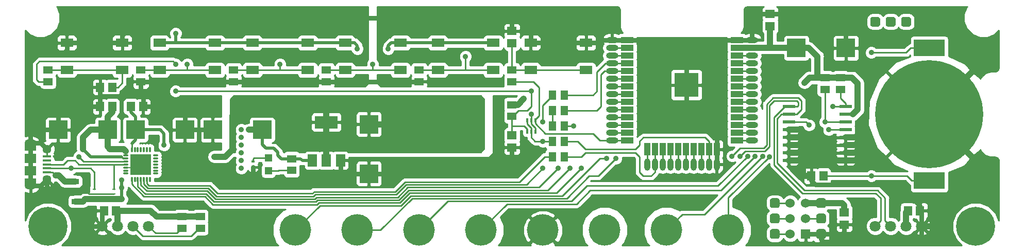
<source format=gbl>
G04 #@! TF.GenerationSoftware,KiCad,Pcbnew,5.0.0-rc2-dev-unknown-30a78f0~62~ubuntu16.04.1*
G04 #@! TF.CreationDate,2018-03-10T16:31:00+05:30*
G04 #@! TF.ProjectId,k3jr_controller,6B336A725F636F6E74726F6C6C65722E,rev 1*
G04 #@! TF.SameCoordinates,Original*
G04 #@! TF.FileFunction,Copper,L2,Bot,Signal*
G04 #@! TF.FilePolarity,Positive*
%FSLAX46Y46*%
G04 Gerber Fmt 4.6, Leading zero omitted, Abs format (unit mm)*
G04 Created by KiCad (PCBNEW 5.0.0-rc2-dev-unknown-30a78f0~62~ubuntu16.04.1) date Sat Mar 10 16:31:00 2018*
%MOMM*%
%LPD*%
G01*
G04 APERTURE LIST*
%ADD10R,1.900000X1.500000*%
%ADD11C,1.450000*%
%ADD12R,1.350000X0.400000*%
%ADD13O,1.900000X1.200000*%
%ADD14R,1.900000X1.200000*%
%ADD15R,1.550000X1.350000*%
%ADD16R,1.300480X1.498600*%
%ADD17R,1.998980X0.599440*%
%ADD18R,1.350000X1.550000*%
%ADD19R,3.048000X3.048000*%
%ADD20R,1.498600X1.300480*%
%ADD21C,0.150000*%
%ADD22C,1.600000*%
%ADD23C,6.400000*%
%ADD24C,0.800000*%
%ADD25C,5.200000*%
%ADD26R,1.200000X0.900000*%
%ADD27R,0.500000X0.250000*%
%ADD28C,17.780000*%
%ADD29R,5.080000X2.794000*%
%ADD30R,1.675000X1.675000*%
%ADD31O,0.300000X0.850000*%
%ADD32O,0.850000X0.300000*%
%ADD33R,0.600000X0.400000*%
%ADD34R,1.198880X1.198880*%
%ADD35R,2.100000X1.400000*%
%ADD36R,0.400000X0.650000*%
%ADD37R,3.800000X2.000000*%
%ADD38R,1.500000X2.000000*%
%ADD39R,2.000000X1.000000*%
%ADD40R,1.000000X2.000000*%
%ADD41R,4.000000X4.000000*%
%ADD42O,2.000000X1.000000*%
%ADD43O,1.000000X2.000000*%
%ADD44C,1.800000*%
%ADD45C,1.524000*%
%ADD46R,1.524000X1.524000*%
%ADD47C,0.900000*%
%ADD48C,1.016000*%
%ADD49C,0.762000*%
%ADD50C,0.254000*%
%ADD51C,0.508000*%
%ADD52C,0.152400*%
G04 APERTURE END LIST*
D10*
X52355000Y-76470000D03*
D11*
X55055000Y-79970000D03*
D12*
X55055000Y-78120000D03*
X55055000Y-78770000D03*
X55055000Y-76170000D03*
X55055000Y-76820000D03*
X55055000Y-77470000D03*
D11*
X55055000Y-74970000D03*
D10*
X52355000Y-78470000D03*
D13*
X52355000Y-80970000D03*
X52355000Y-73970000D03*
D14*
X52355000Y-74570000D03*
X52355000Y-80370000D03*
D15*
X131445000Y-74660000D03*
X131445000Y-72660000D03*
D16*
X138112500Y-66040000D03*
X140017500Y-66040000D03*
D17*
X186260740Y-67945000D03*
X186260740Y-69215000D03*
X186260740Y-70485000D03*
X186260740Y-71755000D03*
X186260740Y-73025000D03*
X186260740Y-74295000D03*
X186260740Y-75565000D03*
X186260740Y-76835000D03*
X176959260Y-76835000D03*
X176959260Y-75565000D03*
X176959260Y-74295000D03*
X176959260Y-73025000D03*
X176959260Y-71755000D03*
X176959260Y-70485000D03*
X176959260Y-69215000D03*
X176959260Y-67945000D03*
D18*
X66405000Y-85090000D03*
X64405000Y-85090000D03*
D19*
X178181000Y-58293000D03*
X186309000Y-58293000D03*
D20*
X70485000Y-63817500D03*
X70485000Y-61912500D03*
X85725000Y-63817500D03*
X85725000Y-61912500D03*
D21*
G36*
X191574207Y-53176926D02*
X191613036Y-53182686D01*
X191651114Y-53192224D01*
X191688073Y-53205448D01*
X191723559Y-53222231D01*
X191757228Y-53242412D01*
X191788757Y-53265796D01*
X191817843Y-53292157D01*
X191844204Y-53321243D01*
X191867588Y-53352772D01*
X191887769Y-53386441D01*
X191904552Y-53421927D01*
X191917776Y-53458886D01*
X191927314Y-53496964D01*
X191933074Y-53535793D01*
X191935000Y-53575000D01*
X191935000Y-54375000D01*
X191933074Y-54414207D01*
X191927314Y-54453036D01*
X191917776Y-54491114D01*
X191904552Y-54528073D01*
X191887769Y-54563559D01*
X191867588Y-54597228D01*
X191844204Y-54628757D01*
X191817843Y-54657843D01*
X191788757Y-54684204D01*
X191757228Y-54707588D01*
X191723559Y-54727769D01*
X191688073Y-54744552D01*
X191651114Y-54757776D01*
X191613036Y-54767314D01*
X191574207Y-54773074D01*
X191535000Y-54775000D01*
X190735000Y-54775000D01*
X190695793Y-54773074D01*
X190656964Y-54767314D01*
X190618886Y-54757776D01*
X190581927Y-54744552D01*
X190546441Y-54727769D01*
X190512772Y-54707588D01*
X190481243Y-54684204D01*
X190452157Y-54657843D01*
X190425796Y-54628757D01*
X190402412Y-54597228D01*
X190382231Y-54563559D01*
X190365448Y-54528073D01*
X190352224Y-54491114D01*
X190342686Y-54453036D01*
X190336926Y-54414207D01*
X190335000Y-54375000D01*
X190335000Y-53575000D01*
X190336926Y-53535793D01*
X190342686Y-53496964D01*
X190352224Y-53458886D01*
X190365448Y-53421927D01*
X190382231Y-53386441D01*
X190402412Y-53352772D01*
X190425796Y-53321243D01*
X190452157Y-53292157D01*
X190481243Y-53265796D01*
X190512772Y-53242412D01*
X190546441Y-53222231D01*
X190581927Y-53205448D01*
X190618886Y-53192224D01*
X190656964Y-53182686D01*
X190695793Y-53176926D01*
X190735000Y-53175000D01*
X191535000Y-53175000D01*
X191574207Y-53176926D01*
X191574207Y-53176926D01*
G37*
D22*
X191135000Y-53975000D03*
D23*
X55245000Y-87630000D03*
D24*
X57645000Y-87630000D03*
X56942056Y-89327056D03*
X55245000Y-90030000D03*
X53547944Y-89327056D03*
X52845000Y-87630000D03*
X53547944Y-85932944D03*
X55245000Y-85230000D03*
X56942056Y-85932944D03*
D23*
X207645000Y-87630000D03*
D24*
X210045000Y-87630000D03*
X209342056Y-89327056D03*
X207645000Y-90030000D03*
X205947944Y-89327056D03*
X205245000Y-87630000D03*
X205947944Y-85932944D03*
X207645000Y-85230000D03*
X209342056Y-85932944D03*
D25*
X95885000Y-88265000D03*
X106045000Y-88265000D03*
X116205000Y-88265000D03*
X167005000Y-88265000D03*
X156845000Y-88265000D03*
X126365000Y-88265000D03*
X146685000Y-88265000D03*
X136525000Y-88265000D03*
D26*
X59690000Y-83565000D03*
X59690000Y-80265000D03*
D27*
X66040000Y-81540000D03*
X66040000Y-82290000D03*
X62865000Y-81540000D03*
X62865000Y-82290000D03*
D28*
X200025000Y-69215000D03*
D29*
X200025000Y-58293000D03*
X200025000Y-80137000D03*
D30*
X69647500Y-78307500D03*
X69647500Y-76632500D03*
X71322500Y-78307500D03*
X71322500Y-76632500D03*
D31*
X68985000Y-79920000D03*
X69485000Y-79920000D03*
X69985000Y-79920000D03*
X70485000Y-79920000D03*
X70985000Y-79920000D03*
X71485000Y-79920000D03*
X71985000Y-79920000D03*
D32*
X72935000Y-78970000D03*
X72935000Y-78470000D03*
X72935000Y-77970000D03*
X72935000Y-77470000D03*
X72935000Y-76970000D03*
X72935000Y-76470000D03*
X72935000Y-75970000D03*
D31*
X71985000Y-75020000D03*
X71485000Y-75020000D03*
X70985000Y-75020000D03*
X70485000Y-75020000D03*
X69985000Y-75020000D03*
X69485000Y-75020000D03*
X68985000Y-75020000D03*
D32*
X68035000Y-75970000D03*
X68035000Y-76470000D03*
X68035000Y-76970000D03*
X68035000Y-77470000D03*
X68035000Y-77970000D03*
X68035000Y-78470000D03*
X68035000Y-78970000D03*
D24*
X69850000Y-78105000D03*
X71120000Y-78105000D03*
X71120000Y-76835000D03*
X69850000Y-76835000D03*
X70485000Y-77470000D03*
D33*
X88900000Y-77020000D03*
X88900000Y-77920000D03*
D34*
X91440000Y-76420980D03*
X91440000Y-78519020D03*
D35*
X119275000Y-61940000D03*
X128375000Y-61940000D03*
X128375000Y-57440000D03*
X119275000Y-57440000D03*
X104035000Y-61940000D03*
X113135000Y-61940000D03*
X113135000Y-57440000D03*
X104035000Y-57440000D03*
X67415000Y-57440000D03*
X58315000Y-57440000D03*
X58315000Y-61940000D03*
X67415000Y-61940000D03*
X143615000Y-57440000D03*
X134515000Y-57440000D03*
X134515000Y-61940000D03*
X143615000Y-61940000D03*
X88795000Y-61940000D03*
X97895000Y-61940000D03*
X97895000Y-57440000D03*
X88795000Y-57440000D03*
X73555000Y-61940000D03*
X82655000Y-61940000D03*
X82655000Y-57440000D03*
X73555000Y-57440000D03*
D20*
X182880000Y-65087500D03*
X182880000Y-63182500D03*
X185420000Y-65087500D03*
X185420000Y-63182500D03*
X77250000Y-87952500D03*
X77250000Y-86047500D03*
X80250000Y-87952500D03*
X80250000Y-86047500D03*
X116205000Y-63817500D03*
X116205000Y-61912500D03*
X100965000Y-63817500D03*
X100965000Y-61912500D03*
D18*
X180610000Y-79375000D03*
X182610000Y-79375000D03*
D19*
X90424000Y-71755000D03*
X82296000Y-71755000D03*
X107950000Y-70866000D03*
X107950000Y-78994000D03*
D18*
X63770000Y-64770000D03*
X65770000Y-64770000D03*
D15*
X131445000Y-55515000D03*
X131445000Y-57515000D03*
D19*
X65024000Y-71755000D03*
X56896000Y-71755000D03*
D18*
X63770000Y-67945000D03*
X65770000Y-67945000D03*
D19*
X69596000Y-71755000D03*
X77724000Y-71755000D03*
D18*
X70850000Y-67945000D03*
X68850000Y-67945000D03*
D15*
X173863000Y-52721000D03*
X173863000Y-54721000D03*
D36*
X133970000Y-70170000D03*
X135270000Y-70170000D03*
X134620000Y-72070000D03*
X134620000Y-70170000D03*
X135270000Y-72070000D03*
X133970000Y-72070000D03*
D20*
X131445000Y-69532500D03*
X131445000Y-67627500D03*
X95250000Y-78422500D03*
X95250000Y-76517500D03*
X55245000Y-61912500D03*
X55245000Y-63817500D03*
X131445000Y-61912500D03*
X131445000Y-63817500D03*
D16*
X138112500Y-76200000D03*
X140017500Y-76200000D03*
X138112500Y-73660000D03*
X140017500Y-73660000D03*
X140017500Y-71120000D03*
X138112500Y-71120000D03*
X138112500Y-68580000D03*
X140017500Y-68580000D03*
D37*
X100965000Y-70510000D03*
D38*
X100965000Y-76810000D03*
X98665000Y-76810000D03*
X103265000Y-76810000D03*
D39*
X168385000Y-56980000D03*
X168385000Y-58250000D03*
X168385000Y-59520000D03*
X168385000Y-60790000D03*
X168385000Y-62060000D03*
X168385000Y-63330000D03*
X168385000Y-64600000D03*
X168385000Y-65870000D03*
X168385000Y-67140000D03*
X168385000Y-68410000D03*
X168385000Y-69680000D03*
X168385000Y-70950000D03*
X168385000Y-72220000D03*
X168385000Y-73490000D03*
D40*
X165100000Y-74980000D03*
X163830000Y-74980000D03*
X162560000Y-74980000D03*
X161290000Y-74980000D03*
X160020000Y-74980000D03*
X158750000Y-74980000D03*
X157480000Y-74980000D03*
X156210000Y-74980000D03*
X154940000Y-74980000D03*
X153670000Y-74980000D03*
D39*
X150385000Y-73490000D03*
X150385000Y-72220000D03*
X150385000Y-70950000D03*
X150385000Y-69680000D03*
X150385000Y-68410000D03*
X150385000Y-67140000D03*
X150385000Y-65870000D03*
X150385000Y-64600000D03*
X150385000Y-63330000D03*
X150385000Y-62060000D03*
X150385000Y-60790000D03*
X150385000Y-59520000D03*
X150385000Y-58250000D03*
X150385000Y-56980000D03*
D41*
X160085000Y-64380000D03*
D42*
X170885000Y-56980000D03*
X170885000Y-58250000D03*
X170885000Y-59520000D03*
X170885000Y-60790000D03*
X170885000Y-62060000D03*
X170885000Y-63330000D03*
X170885000Y-64600000D03*
X170885000Y-65870000D03*
X170885000Y-67140000D03*
X170885000Y-68410000D03*
X170885000Y-69680000D03*
X170885000Y-70950000D03*
X170885000Y-72220000D03*
X170885000Y-73490000D03*
X147885000Y-58250000D03*
X147885000Y-67140000D03*
X147885000Y-68410000D03*
X147885000Y-60790000D03*
X147885000Y-56980000D03*
X147885000Y-69680000D03*
X147885000Y-63330000D03*
X147885000Y-73490000D03*
X147885000Y-72220000D03*
X147885000Y-65870000D03*
X147885000Y-64600000D03*
X147885000Y-62060000D03*
X147885000Y-70950000D03*
X147885000Y-59520000D03*
D43*
X165100000Y-77480000D03*
X163830000Y-77480000D03*
X162560000Y-77480000D03*
X161290000Y-77480000D03*
X160020000Y-77480000D03*
X157480000Y-77480000D03*
X156210000Y-77480000D03*
X154940000Y-77480000D03*
X153670000Y-77480000D03*
X158750000Y-77480000D03*
D18*
X198485000Y-85090000D03*
X196485000Y-85090000D03*
D44*
X198755000Y-87630000D03*
X196215000Y-87630000D03*
X193675000Y-87630000D03*
X191135000Y-87630000D03*
X71755000Y-87630000D03*
X69215000Y-87630000D03*
X66675000Y-87630000D03*
X64135000Y-87630000D03*
D21*
G36*
X194114207Y-53176926D02*
X194153036Y-53182686D01*
X194191114Y-53192224D01*
X194228073Y-53205448D01*
X194263559Y-53222231D01*
X194297228Y-53242412D01*
X194328757Y-53265796D01*
X194357843Y-53292157D01*
X194384204Y-53321243D01*
X194407588Y-53352772D01*
X194427769Y-53386441D01*
X194444552Y-53421927D01*
X194457776Y-53458886D01*
X194467314Y-53496964D01*
X194473074Y-53535793D01*
X194475000Y-53575000D01*
X194475000Y-54375000D01*
X194473074Y-54414207D01*
X194467314Y-54453036D01*
X194457776Y-54491114D01*
X194444552Y-54528073D01*
X194427769Y-54563559D01*
X194407588Y-54597228D01*
X194384204Y-54628757D01*
X194357843Y-54657843D01*
X194328757Y-54684204D01*
X194297228Y-54707588D01*
X194263559Y-54727769D01*
X194228073Y-54744552D01*
X194191114Y-54757776D01*
X194153036Y-54767314D01*
X194114207Y-54773074D01*
X194075000Y-54775000D01*
X193275000Y-54775000D01*
X193235793Y-54773074D01*
X193196964Y-54767314D01*
X193158886Y-54757776D01*
X193121927Y-54744552D01*
X193086441Y-54727769D01*
X193052772Y-54707588D01*
X193021243Y-54684204D01*
X192992157Y-54657843D01*
X192965796Y-54628757D01*
X192942412Y-54597228D01*
X192922231Y-54563559D01*
X192905448Y-54528073D01*
X192892224Y-54491114D01*
X192882686Y-54453036D01*
X192876926Y-54414207D01*
X192875000Y-54375000D01*
X192875000Y-53575000D01*
X192876926Y-53535793D01*
X192882686Y-53496964D01*
X192892224Y-53458886D01*
X192905448Y-53421927D01*
X192922231Y-53386441D01*
X192942412Y-53352772D01*
X192965796Y-53321243D01*
X192992157Y-53292157D01*
X193021243Y-53265796D01*
X193052772Y-53242412D01*
X193086441Y-53222231D01*
X193121927Y-53205448D01*
X193158886Y-53192224D01*
X193196964Y-53182686D01*
X193235793Y-53176926D01*
X193275000Y-53175000D01*
X194075000Y-53175000D01*
X194114207Y-53176926D01*
X194114207Y-53176926D01*
G37*
D22*
X193675000Y-53975000D03*
D21*
G36*
X196654207Y-53176926D02*
X196693036Y-53182686D01*
X196731114Y-53192224D01*
X196768073Y-53205448D01*
X196803559Y-53222231D01*
X196837228Y-53242412D01*
X196868757Y-53265796D01*
X196897843Y-53292157D01*
X196924204Y-53321243D01*
X196947588Y-53352772D01*
X196967769Y-53386441D01*
X196984552Y-53421927D01*
X196997776Y-53458886D01*
X197007314Y-53496964D01*
X197013074Y-53535793D01*
X197015000Y-53575000D01*
X197015000Y-54375000D01*
X197013074Y-54414207D01*
X197007314Y-54453036D01*
X196997776Y-54491114D01*
X196984552Y-54528073D01*
X196967769Y-54563559D01*
X196947588Y-54597228D01*
X196924204Y-54628757D01*
X196897843Y-54657843D01*
X196868757Y-54684204D01*
X196837228Y-54707588D01*
X196803559Y-54727769D01*
X196768073Y-54744552D01*
X196731114Y-54757776D01*
X196693036Y-54767314D01*
X196654207Y-54773074D01*
X196615000Y-54775000D01*
X195815000Y-54775000D01*
X195775793Y-54773074D01*
X195736964Y-54767314D01*
X195698886Y-54757776D01*
X195661927Y-54744552D01*
X195626441Y-54727769D01*
X195592772Y-54707588D01*
X195561243Y-54684204D01*
X195532157Y-54657843D01*
X195505796Y-54628757D01*
X195482412Y-54597228D01*
X195462231Y-54563559D01*
X195445448Y-54528073D01*
X195432224Y-54491114D01*
X195422686Y-54453036D01*
X195416926Y-54414207D01*
X195415000Y-54375000D01*
X195415000Y-53575000D01*
X195416926Y-53535793D01*
X195422686Y-53496964D01*
X195432224Y-53458886D01*
X195445448Y-53421927D01*
X195462231Y-53386441D01*
X195482412Y-53352772D01*
X195505796Y-53321243D01*
X195532157Y-53292157D01*
X195561243Y-53265796D01*
X195592772Y-53242412D01*
X195626441Y-53222231D01*
X195661927Y-53205448D01*
X195698886Y-53192224D01*
X195736964Y-53182686D01*
X195775793Y-53176926D01*
X195815000Y-53175000D01*
X196615000Y-53175000D01*
X196654207Y-53176926D01*
X196654207Y-53176926D01*
G37*
D22*
X196215000Y-53975000D03*
D15*
X186055000Y-85360000D03*
X186055000Y-87360000D03*
D21*
G36*
X175064207Y-83021926D02*
X175103036Y-83027686D01*
X175141114Y-83037224D01*
X175178073Y-83050448D01*
X175213559Y-83067231D01*
X175247228Y-83087412D01*
X175278757Y-83110796D01*
X175307843Y-83137157D01*
X175334204Y-83166243D01*
X175357588Y-83197772D01*
X175377769Y-83231441D01*
X175394552Y-83266927D01*
X175407776Y-83303886D01*
X175417314Y-83341964D01*
X175423074Y-83380793D01*
X175425000Y-83420000D01*
X175425000Y-84220000D01*
X175423074Y-84259207D01*
X175417314Y-84298036D01*
X175407776Y-84336114D01*
X175394552Y-84373073D01*
X175377769Y-84408559D01*
X175357588Y-84442228D01*
X175334204Y-84473757D01*
X175307843Y-84502843D01*
X175278757Y-84529204D01*
X175247228Y-84552588D01*
X175213559Y-84572769D01*
X175178073Y-84589552D01*
X175141114Y-84602776D01*
X175103036Y-84612314D01*
X175064207Y-84618074D01*
X175025000Y-84620000D01*
X174225000Y-84620000D01*
X174185793Y-84618074D01*
X174146964Y-84612314D01*
X174108886Y-84602776D01*
X174071927Y-84589552D01*
X174036441Y-84572769D01*
X174002772Y-84552588D01*
X173971243Y-84529204D01*
X173942157Y-84502843D01*
X173915796Y-84473757D01*
X173892412Y-84442228D01*
X173872231Y-84408559D01*
X173855448Y-84373073D01*
X173842224Y-84336114D01*
X173832686Y-84298036D01*
X173826926Y-84259207D01*
X173825000Y-84220000D01*
X173825000Y-83420000D01*
X173826926Y-83380793D01*
X173832686Y-83341964D01*
X173842224Y-83303886D01*
X173855448Y-83266927D01*
X173872231Y-83231441D01*
X173892412Y-83197772D01*
X173915796Y-83166243D01*
X173942157Y-83137157D01*
X173971243Y-83110796D01*
X174002772Y-83087412D01*
X174036441Y-83067231D01*
X174071927Y-83050448D01*
X174108886Y-83037224D01*
X174146964Y-83027686D01*
X174185793Y-83021926D01*
X174225000Y-83020000D01*
X175025000Y-83020000D01*
X175064207Y-83021926D01*
X175064207Y-83021926D01*
G37*
D22*
X174625000Y-83820000D03*
D21*
G36*
X182684207Y-83021926D02*
X182723036Y-83027686D01*
X182761114Y-83037224D01*
X182798073Y-83050448D01*
X182833559Y-83067231D01*
X182867228Y-83087412D01*
X182898757Y-83110796D01*
X182927843Y-83137157D01*
X182954204Y-83166243D01*
X182977588Y-83197772D01*
X182997769Y-83231441D01*
X183014552Y-83266927D01*
X183027776Y-83303886D01*
X183037314Y-83341964D01*
X183043074Y-83380793D01*
X183045000Y-83420000D01*
X183045000Y-84220000D01*
X183043074Y-84259207D01*
X183037314Y-84298036D01*
X183027776Y-84336114D01*
X183014552Y-84373073D01*
X182997769Y-84408559D01*
X182977588Y-84442228D01*
X182954204Y-84473757D01*
X182927843Y-84502843D01*
X182898757Y-84529204D01*
X182867228Y-84552588D01*
X182833559Y-84572769D01*
X182798073Y-84589552D01*
X182761114Y-84602776D01*
X182723036Y-84612314D01*
X182684207Y-84618074D01*
X182645000Y-84620000D01*
X181845000Y-84620000D01*
X181805793Y-84618074D01*
X181766964Y-84612314D01*
X181728886Y-84602776D01*
X181691927Y-84589552D01*
X181656441Y-84572769D01*
X181622772Y-84552588D01*
X181591243Y-84529204D01*
X181562157Y-84502843D01*
X181535796Y-84473757D01*
X181512412Y-84442228D01*
X181492231Y-84408559D01*
X181475448Y-84373073D01*
X181462224Y-84336114D01*
X181452686Y-84298036D01*
X181446926Y-84259207D01*
X181445000Y-84220000D01*
X181445000Y-83420000D01*
X181446926Y-83380793D01*
X181452686Y-83341964D01*
X181462224Y-83303886D01*
X181475448Y-83266927D01*
X181492231Y-83231441D01*
X181512412Y-83197772D01*
X181535796Y-83166243D01*
X181562157Y-83137157D01*
X181591243Y-83110796D01*
X181622772Y-83087412D01*
X181656441Y-83067231D01*
X181691927Y-83050448D01*
X181728886Y-83037224D01*
X181766964Y-83027686D01*
X181805793Y-83021926D01*
X181845000Y-83020000D01*
X182645000Y-83020000D01*
X182684207Y-83021926D01*
X182684207Y-83021926D01*
G37*
D22*
X182245000Y-83820000D03*
D21*
G36*
X175064207Y-85561926D02*
X175103036Y-85567686D01*
X175141114Y-85577224D01*
X175178073Y-85590448D01*
X175213559Y-85607231D01*
X175247228Y-85627412D01*
X175278757Y-85650796D01*
X175307843Y-85677157D01*
X175334204Y-85706243D01*
X175357588Y-85737772D01*
X175377769Y-85771441D01*
X175394552Y-85806927D01*
X175407776Y-85843886D01*
X175417314Y-85881964D01*
X175423074Y-85920793D01*
X175425000Y-85960000D01*
X175425000Y-86760000D01*
X175423074Y-86799207D01*
X175417314Y-86838036D01*
X175407776Y-86876114D01*
X175394552Y-86913073D01*
X175377769Y-86948559D01*
X175357588Y-86982228D01*
X175334204Y-87013757D01*
X175307843Y-87042843D01*
X175278757Y-87069204D01*
X175247228Y-87092588D01*
X175213559Y-87112769D01*
X175178073Y-87129552D01*
X175141114Y-87142776D01*
X175103036Y-87152314D01*
X175064207Y-87158074D01*
X175025000Y-87160000D01*
X174225000Y-87160000D01*
X174185793Y-87158074D01*
X174146964Y-87152314D01*
X174108886Y-87142776D01*
X174071927Y-87129552D01*
X174036441Y-87112769D01*
X174002772Y-87092588D01*
X173971243Y-87069204D01*
X173942157Y-87042843D01*
X173915796Y-87013757D01*
X173892412Y-86982228D01*
X173872231Y-86948559D01*
X173855448Y-86913073D01*
X173842224Y-86876114D01*
X173832686Y-86838036D01*
X173826926Y-86799207D01*
X173825000Y-86760000D01*
X173825000Y-85960000D01*
X173826926Y-85920793D01*
X173832686Y-85881964D01*
X173842224Y-85843886D01*
X173855448Y-85806927D01*
X173872231Y-85771441D01*
X173892412Y-85737772D01*
X173915796Y-85706243D01*
X173942157Y-85677157D01*
X173971243Y-85650796D01*
X174002772Y-85627412D01*
X174036441Y-85607231D01*
X174071927Y-85590448D01*
X174108886Y-85577224D01*
X174146964Y-85567686D01*
X174185793Y-85561926D01*
X174225000Y-85560000D01*
X175025000Y-85560000D01*
X175064207Y-85561926D01*
X175064207Y-85561926D01*
G37*
D22*
X174625000Y-86360000D03*
D45*
X177165000Y-88900000D03*
D46*
X179705000Y-88900000D03*
D45*
X177165000Y-86360000D03*
X179705000Y-86360000D03*
X177165000Y-83820000D03*
X179705000Y-83820000D03*
D21*
G36*
X182684207Y-85561926D02*
X182723036Y-85567686D01*
X182761114Y-85577224D01*
X182798073Y-85590448D01*
X182833559Y-85607231D01*
X182867228Y-85627412D01*
X182898757Y-85650796D01*
X182927843Y-85677157D01*
X182954204Y-85706243D01*
X182977588Y-85737772D01*
X182997769Y-85771441D01*
X183014552Y-85806927D01*
X183027776Y-85843886D01*
X183037314Y-85881964D01*
X183043074Y-85920793D01*
X183045000Y-85960000D01*
X183045000Y-86760000D01*
X183043074Y-86799207D01*
X183037314Y-86838036D01*
X183027776Y-86876114D01*
X183014552Y-86913073D01*
X182997769Y-86948559D01*
X182977588Y-86982228D01*
X182954204Y-87013757D01*
X182927843Y-87042843D01*
X182898757Y-87069204D01*
X182867228Y-87092588D01*
X182833559Y-87112769D01*
X182798073Y-87129552D01*
X182761114Y-87142776D01*
X182723036Y-87152314D01*
X182684207Y-87158074D01*
X182645000Y-87160000D01*
X181845000Y-87160000D01*
X181805793Y-87158074D01*
X181766964Y-87152314D01*
X181728886Y-87142776D01*
X181691927Y-87129552D01*
X181656441Y-87112769D01*
X181622772Y-87092588D01*
X181591243Y-87069204D01*
X181562157Y-87042843D01*
X181535796Y-87013757D01*
X181512412Y-86982228D01*
X181492231Y-86948559D01*
X181475448Y-86913073D01*
X181462224Y-86876114D01*
X181452686Y-86838036D01*
X181446926Y-86799207D01*
X181445000Y-86760000D01*
X181445000Y-85960000D01*
X181446926Y-85920793D01*
X181452686Y-85881964D01*
X181462224Y-85843886D01*
X181475448Y-85806927D01*
X181492231Y-85771441D01*
X181512412Y-85737772D01*
X181535796Y-85706243D01*
X181562157Y-85677157D01*
X181591243Y-85650796D01*
X181622772Y-85627412D01*
X181656441Y-85607231D01*
X181691927Y-85590448D01*
X181728886Y-85577224D01*
X181766964Y-85567686D01*
X181805793Y-85561926D01*
X181845000Y-85560000D01*
X182645000Y-85560000D01*
X182684207Y-85561926D01*
X182684207Y-85561926D01*
G37*
D22*
X182245000Y-86360000D03*
D21*
G36*
X175064207Y-88101926D02*
X175103036Y-88107686D01*
X175141114Y-88117224D01*
X175178073Y-88130448D01*
X175213559Y-88147231D01*
X175247228Y-88167412D01*
X175278757Y-88190796D01*
X175307843Y-88217157D01*
X175334204Y-88246243D01*
X175357588Y-88277772D01*
X175377769Y-88311441D01*
X175394552Y-88346927D01*
X175407776Y-88383886D01*
X175417314Y-88421964D01*
X175423074Y-88460793D01*
X175425000Y-88500000D01*
X175425000Y-89300000D01*
X175423074Y-89339207D01*
X175417314Y-89378036D01*
X175407776Y-89416114D01*
X175394552Y-89453073D01*
X175377769Y-89488559D01*
X175357588Y-89522228D01*
X175334204Y-89553757D01*
X175307843Y-89582843D01*
X175278757Y-89609204D01*
X175247228Y-89632588D01*
X175213559Y-89652769D01*
X175178073Y-89669552D01*
X175141114Y-89682776D01*
X175103036Y-89692314D01*
X175064207Y-89698074D01*
X175025000Y-89700000D01*
X174225000Y-89700000D01*
X174185793Y-89698074D01*
X174146964Y-89692314D01*
X174108886Y-89682776D01*
X174071927Y-89669552D01*
X174036441Y-89652769D01*
X174002772Y-89632588D01*
X173971243Y-89609204D01*
X173942157Y-89582843D01*
X173915796Y-89553757D01*
X173892412Y-89522228D01*
X173872231Y-89488559D01*
X173855448Y-89453073D01*
X173842224Y-89416114D01*
X173832686Y-89378036D01*
X173826926Y-89339207D01*
X173825000Y-89300000D01*
X173825000Y-88500000D01*
X173826926Y-88460793D01*
X173832686Y-88421964D01*
X173842224Y-88383886D01*
X173855448Y-88346927D01*
X173872231Y-88311441D01*
X173892412Y-88277772D01*
X173915796Y-88246243D01*
X173942157Y-88217157D01*
X173971243Y-88190796D01*
X174002772Y-88167412D01*
X174036441Y-88147231D01*
X174071927Y-88130448D01*
X174108886Y-88117224D01*
X174146964Y-88107686D01*
X174185793Y-88101926D01*
X174225000Y-88100000D01*
X175025000Y-88100000D01*
X175064207Y-88101926D01*
X175064207Y-88101926D01*
G37*
D22*
X174625000Y-88900000D03*
D21*
G36*
X182684207Y-88101926D02*
X182723036Y-88107686D01*
X182761114Y-88117224D01*
X182798073Y-88130448D01*
X182833559Y-88147231D01*
X182867228Y-88167412D01*
X182898757Y-88190796D01*
X182927843Y-88217157D01*
X182954204Y-88246243D01*
X182977588Y-88277772D01*
X182997769Y-88311441D01*
X183014552Y-88346927D01*
X183027776Y-88383886D01*
X183037314Y-88421964D01*
X183043074Y-88460793D01*
X183045000Y-88500000D01*
X183045000Y-89300000D01*
X183043074Y-89339207D01*
X183037314Y-89378036D01*
X183027776Y-89416114D01*
X183014552Y-89453073D01*
X182997769Y-89488559D01*
X182977588Y-89522228D01*
X182954204Y-89553757D01*
X182927843Y-89582843D01*
X182898757Y-89609204D01*
X182867228Y-89632588D01*
X182833559Y-89652769D01*
X182798073Y-89669552D01*
X182761114Y-89682776D01*
X182723036Y-89692314D01*
X182684207Y-89698074D01*
X182645000Y-89700000D01*
X181845000Y-89700000D01*
X181805793Y-89698074D01*
X181766964Y-89692314D01*
X181728886Y-89682776D01*
X181691927Y-89669552D01*
X181656441Y-89652769D01*
X181622772Y-89632588D01*
X181591243Y-89609204D01*
X181562157Y-89582843D01*
X181535796Y-89553757D01*
X181512412Y-89522228D01*
X181492231Y-89488559D01*
X181475448Y-89453073D01*
X181462224Y-89416114D01*
X181452686Y-89378036D01*
X181446926Y-89339207D01*
X181445000Y-89300000D01*
X181445000Y-88500000D01*
X181446926Y-88460793D01*
X181452686Y-88421964D01*
X181462224Y-88383886D01*
X181475448Y-88346927D01*
X181492231Y-88311441D01*
X181512412Y-88277772D01*
X181535796Y-88246243D01*
X181562157Y-88217157D01*
X181591243Y-88190796D01*
X181622772Y-88167412D01*
X181656441Y-88147231D01*
X181691927Y-88130448D01*
X181728886Y-88117224D01*
X181766964Y-88107686D01*
X181805793Y-88101926D01*
X181845000Y-88100000D01*
X182645000Y-88100000D01*
X182684207Y-88101926D01*
X182684207Y-88101926D01*
G37*
D22*
X182245000Y-88900000D03*
D47*
X168900000Y-76100000D03*
X167600000Y-76100000D03*
X180250000Y-71000000D03*
X111125000Y-58420000D03*
X106045000Y-58420000D03*
X86995000Y-73025000D03*
X86995000Y-71755000D03*
X88265000Y-71755000D03*
X86995000Y-74295000D03*
X86995000Y-78105000D03*
X86995000Y-76835000D03*
X86995000Y-75565000D03*
X67310000Y-80010000D03*
X76200000Y-55880000D03*
X67310000Y-83185000D03*
X67310000Y-81280000D03*
X62230000Y-83185000D03*
X63500000Y-83185000D03*
X64770000Y-83185000D03*
X66040000Y-83185000D03*
X190500000Y-79375000D03*
X190500000Y-59055000D03*
X74295006Y-74295000D03*
X126365000Y-72390000D03*
X126365008Y-74295000D03*
X123825000Y-74295000D03*
X133350000Y-66675000D03*
X179500000Y-64000000D03*
X93980000Y-68580000D03*
X82550000Y-76200000D03*
X60960000Y-73025000D03*
X121285000Y-74295000D03*
X118745000Y-74295000D03*
X116205000Y-74295000D03*
X113665000Y-74295000D03*
X111125000Y-74295000D03*
X108585000Y-74295000D03*
X106045000Y-74295000D03*
X103505000Y-74295000D03*
X100965000Y-74295000D03*
X98425000Y-74295000D03*
X95885000Y-74295000D03*
X93980000Y-70485000D03*
X93980000Y-74295000D03*
X93980000Y-72390000D03*
X93980000Y-66675000D03*
X95885000Y-66675000D03*
X98425000Y-66675000D03*
X100965000Y-66675000D03*
X103505000Y-66675000D03*
X106045000Y-66675000D03*
X108585000Y-66675000D03*
X111125000Y-66675000D03*
X113665000Y-66675000D03*
X116205000Y-66675000D03*
X118745000Y-66675000D03*
X121285000Y-66675000D03*
X123825000Y-66675000D03*
X126365000Y-66675000D03*
X99695000Y-68580000D03*
X100965000Y-68580000D03*
X102235000Y-68580000D03*
X98425000Y-68580000D03*
X103505000Y-68580000D03*
X97155000Y-69850000D03*
X104775000Y-69850000D03*
X97155000Y-71120000D03*
X104775000Y-71120000D03*
X97155000Y-72390000D03*
X104775000Y-72390000D03*
X126365000Y-68580000D03*
X126365000Y-70485000D03*
X134620000Y-65405000D03*
X76200000Y-60960000D03*
X76200000Y-65405000D03*
X134620000Y-69215000D03*
X142875000Y-78105000D03*
X136525000Y-78105000D03*
X136525000Y-73660000D03*
X148500000Y-76500000D03*
X147000000Y-76500000D03*
X108585000Y-60960000D03*
X139065000Y-78105000D03*
X136525000Y-70485000D03*
X140970000Y-78105000D03*
X141605000Y-71120000D03*
X93345000Y-60960000D03*
X78105000Y-60960000D03*
X59054970Y-78105000D03*
X60325000Y-76200000D03*
X170200000Y-76100000D03*
X173719790Y-76199990D03*
X172619139Y-76124869D03*
X171400000Y-76100000D03*
X182880000Y-70485000D03*
X184150000Y-67945000D03*
X123825000Y-59690000D03*
X183515000Y-71755000D03*
D48*
X207250000Y-79000000D02*
X201750000Y-84500000D01*
X200025000Y-69275000D02*
X207250000Y-76500000D01*
X207250000Y-76500000D02*
X207250000Y-79000000D01*
X200025000Y-69215000D02*
X200025000Y-69275000D01*
X200620000Y-87630000D02*
X198755000Y-87630000D01*
X201750000Y-84500000D02*
X201750000Y-86500000D01*
X201750000Y-86500000D02*
X200620000Y-87630000D01*
X207500000Y-59250000D02*
X200250000Y-52000000D01*
X207500000Y-61750000D02*
X207500000Y-59250000D01*
X200250000Y-52000000D02*
X188411000Y-52000000D01*
X200035000Y-69215000D02*
X207500000Y-61750000D01*
X200025000Y-69215000D02*
X200035000Y-69215000D01*
X188411000Y-52000000D02*
X186309000Y-54102000D01*
X179250000Y-76835000D02*
X179250000Y-75500000D01*
X179250000Y-75500000D02*
X179250000Y-74250000D01*
X176959260Y-75565000D02*
X179185000Y-75565000D01*
X179185000Y-75565000D02*
X179250000Y-75500000D01*
X179205000Y-74295000D02*
X179250000Y-74250000D01*
X179250000Y-74250000D02*
X179250000Y-73000000D01*
X176959260Y-74295000D02*
X179205000Y-74295000D01*
X179250000Y-73000000D02*
X179250000Y-72030250D01*
X179225000Y-73025000D02*
X179250000Y-73000000D01*
X176959260Y-73025000D02*
X179225000Y-73025000D01*
X179250000Y-72030250D02*
X178974750Y-71755000D01*
X178974750Y-71755000D02*
X176959260Y-71755000D01*
X186260740Y-76835000D02*
X179250000Y-76835000D01*
X179250000Y-76835000D02*
X176959260Y-76835000D01*
X179625000Y-79375000D02*
X179250000Y-79000000D01*
X179250000Y-79000000D02*
X179250000Y-76835000D01*
X180610000Y-79375000D02*
X179625000Y-79375000D01*
X186260740Y-73025000D02*
X188505000Y-73025000D01*
X189230000Y-73750000D02*
X189230000Y-74295000D01*
X188505000Y-73025000D02*
X189230000Y-73750000D01*
D49*
X103505000Y-78994000D02*
X99756000Y-78994000D01*
X97597000Y-81153000D02*
X83403000Y-81153000D01*
X99756000Y-78994000D02*
X97597000Y-81153000D01*
X83403000Y-81153000D02*
X80010000Y-77760000D01*
X80010000Y-77760000D02*
X80010000Y-71755000D01*
X165100000Y-72900000D02*
X160085000Y-67885000D01*
X160085000Y-67885000D02*
X160085000Y-64380000D01*
X165100000Y-74980000D02*
X165100000Y-72900000D01*
X68750000Y-66250000D02*
X68960000Y-66040000D01*
X68960000Y-66040000D02*
X70485000Y-66040000D01*
X63770000Y-66250000D02*
X63770000Y-64770000D01*
X63770000Y-67945000D02*
X63770000Y-66250000D01*
X63770000Y-66250000D02*
X68750000Y-66250000D01*
X61595000Y-81915000D02*
X57250000Y-81915000D01*
X57250000Y-81915000D02*
X55880000Y-81915000D01*
X61380000Y-87630000D02*
X57250000Y-83500000D01*
X57250000Y-83500000D02*
X57250000Y-81915000D01*
X64135000Y-87630000D02*
X61380000Y-87630000D01*
X52355000Y-73970000D02*
X54055000Y-73970000D01*
X54055000Y-73970000D02*
X55055000Y-74970000D01*
X52355000Y-80970000D02*
X54055000Y-80970000D01*
X54055000Y-80970000D02*
X55055000Y-79970000D01*
X181250000Y-80750000D02*
X180610000Y-80110000D01*
X198485000Y-84235000D02*
X195000000Y-80750000D01*
X195000000Y-80750000D02*
X181250000Y-80750000D01*
X198485000Y-85090000D02*
X198485000Y-84235000D01*
X180610000Y-80110000D02*
X180610000Y-79375000D01*
D50*
X192034999Y-83034999D02*
X192034999Y-86730001D01*
X192034999Y-86730001D02*
X191135000Y-87630000D01*
X176959260Y-67945000D02*
X176259490Y-67945000D01*
X191207211Y-82207211D02*
X192034999Y-83034999D01*
X174542789Y-69661701D02*
X174542789Y-77542789D01*
X179207211Y-82207211D02*
X191207211Y-82207211D01*
X176259490Y-67945000D02*
X174542789Y-69661701D01*
X174542789Y-77542789D02*
X179207211Y-82207211D01*
X168900000Y-76100000D02*
X169750000Y-75250000D01*
X178250000Y-67000000D02*
X178500000Y-67250000D01*
X178500000Y-67250000D02*
X178500000Y-67750000D01*
X173000000Y-75250000D02*
X173750000Y-74500000D01*
X174500000Y-67000000D02*
X178250000Y-67000000D01*
X169750000Y-75250000D02*
X173000000Y-75250000D01*
X173750000Y-67750000D02*
X174500000Y-67000000D01*
X173750000Y-74500000D02*
X173750000Y-67750000D01*
X178500000Y-67750000D02*
X178305000Y-67945000D01*
X178305000Y-67945000D02*
X176959260Y-67945000D01*
X76353440Y-88750000D02*
X72875000Y-88750000D01*
X72875000Y-88750000D02*
X71755000Y-87630000D01*
X77250000Y-87952500D02*
X77150940Y-87952500D01*
X77150940Y-87952500D02*
X76353440Y-88750000D01*
X176959260Y-69215000D02*
X175705770Y-69215000D01*
X175000000Y-69920770D02*
X175000000Y-77250000D01*
X192750000Y-86705000D02*
X193675000Y-87630000D01*
X175705770Y-69215000D02*
X175000000Y-69920770D01*
X175000000Y-77250000D02*
X179500000Y-81750000D01*
X179500000Y-81750000D02*
X191500000Y-81750000D01*
X192750000Y-83000000D02*
X192750000Y-86705000D01*
X191500000Y-81750000D02*
X192750000Y-83000000D01*
X176959260Y-69215000D02*
X178212750Y-69215000D01*
X168950000Y-74750000D02*
X167600000Y-76100000D01*
X173292789Y-74310619D02*
X172853408Y-74750000D01*
X174353407Y-66500000D02*
X173292789Y-67560618D01*
X172853408Y-74750000D02*
X168950000Y-74750000D01*
X178212750Y-69215000D02*
X179000000Y-68427750D01*
X179000000Y-67000000D02*
X178500000Y-66500000D01*
X173292789Y-67560618D02*
X173292789Y-74310619D01*
X179000000Y-68427750D02*
X179000000Y-67000000D01*
X178500000Y-66500000D02*
X174353407Y-66500000D01*
X78750000Y-89250000D02*
X70835000Y-89250000D01*
X70835000Y-89250000D02*
X69215000Y-87630000D01*
X80047500Y-87952500D02*
X78750000Y-89250000D01*
X80250000Y-87952500D02*
X80047500Y-87952500D01*
X180250000Y-71000000D02*
X179735000Y-70485000D01*
X179735000Y-70485000D02*
X176959260Y-70485000D01*
X200025000Y-58293000D02*
X196957000Y-58293000D01*
X196195000Y-59055000D02*
X190500000Y-59055000D01*
X196957000Y-58293000D02*
X196195000Y-59055000D01*
X200025000Y-80137000D02*
X197137000Y-80137000D01*
X197137000Y-80137000D02*
X196375000Y-79375000D01*
X196375000Y-79375000D02*
X190500000Y-79375000D01*
D51*
X113135000Y-57440000D02*
X111577000Y-57440000D01*
X111577000Y-57440000D02*
X111125000Y-57892000D01*
X111125000Y-57892000D02*
X111125000Y-58420000D01*
X106045000Y-57892000D02*
X106045000Y-58420000D01*
X105593000Y-57440000D02*
X106045000Y-57892000D01*
X104035000Y-57440000D02*
X105593000Y-57440000D01*
D50*
X68986400Y-74041000D02*
X68985000Y-74042400D01*
X68985000Y-74042400D02*
X68985000Y-75020000D01*
D51*
X68986400Y-74041000D02*
X69596000Y-73431400D01*
D48*
X90424000Y-71755000D02*
X88265000Y-71755000D01*
D49*
X112776000Y-76835000D02*
X130810000Y-76835000D01*
X110617000Y-78994000D02*
X112776000Y-76835000D01*
X130810000Y-76835000D02*
X131445000Y-76200000D01*
X107950000Y-78994000D02*
X110617000Y-78994000D01*
X131445000Y-76200000D02*
X131445000Y-74660000D01*
D48*
X67310000Y-83185000D02*
X61340000Y-83185000D01*
D51*
X67310000Y-80010000D02*
X67310000Y-83185000D01*
X73555000Y-57440000D02*
X76200000Y-57440000D01*
X76200000Y-57440000D02*
X76835000Y-57440000D01*
X76200000Y-55880000D02*
X76200000Y-57440000D01*
D49*
X198120000Y-90170000D02*
X198755000Y-89535000D01*
X198755000Y-89535000D02*
X198755000Y-87630000D01*
X182615000Y-90170000D02*
X198120000Y-90170000D01*
X182245000Y-88900000D02*
X182245000Y-89800000D01*
X182245000Y-89800000D02*
X182615000Y-90170000D01*
D48*
X189230000Y-76200000D02*
X189230000Y-75565000D01*
X189230000Y-75565000D02*
X189230000Y-74295000D01*
X186260740Y-75565000D02*
X189230000Y-75565000D01*
X186260740Y-74295000D02*
X189230000Y-74295000D01*
X188595000Y-76835000D02*
X189230000Y-76200000D01*
X186260740Y-76835000D02*
X188595000Y-76835000D01*
D49*
X182245000Y-88900000D02*
X185698000Y-88900000D01*
X185698000Y-88900000D02*
X186055000Y-88543000D01*
X186055000Y-88543000D02*
X186055000Y-87360000D01*
X179705000Y-88900000D02*
X182245000Y-88900000D01*
X64135000Y-87630000D02*
X64135000Y-85360000D01*
X64135000Y-85360000D02*
X64405000Y-85090000D01*
X55880000Y-81915000D02*
X55055000Y-81090000D01*
D50*
X61970000Y-82290000D02*
X61595000Y-81915000D01*
X62865000Y-82290000D02*
X61970000Y-82290000D01*
D49*
X55055000Y-81090000D02*
X55055000Y-79970000D01*
D50*
X66040000Y-82290000D02*
X62865000Y-82290000D01*
D49*
X77724000Y-71755000D02*
X82296000Y-71755000D01*
X198755000Y-87630000D02*
X198755000Y-85360000D01*
X198755000Y-85360000D02*
X198485000Y-85090000D01*
X173863000Y-52721000D02*
X184928000Y-52721000D01*
X186309000Y-54102000D02*
X186309000Y-58293000D01*
X184928000Y-52721000D02*
X186309000Y-54102000D01*
X170885000Y-53397000D02*
X171561000Y-52721000D01*
X171561000Y-52721000D02*
X173863000Y-52721000D01*
X170885000Y-56980000D02*
X170885000Y-53397000D01*
X57908000Y-59055000D02*
X58315000Y-58648000D01*
X52355000Y-71755000D02*
X52355000Y-60675000D01*
X52355000Y-60675000D02*
X53975000Y-59055000D01*
X53975000Y-59055000D02*
X57908000Y-59055000D01*
X58315000Y-58648000D02*
X58315000Y-57440000D01*
X99707700Y-63817500D02*
X100965000Y-63817500D01*
X85725000Y-63817500D02*
X96054658Y-63817500D01*
X96060159Y-63811999D02*
X99702199Y-63811999D01*
X99702199Y-63811999D02*
X99707700Y-63817500D01*
X96054658Y-63817500D02*
X96060159Y-63811999D01*
X103941000Y-78994000D02*
X103505000Y-78994000D01*
X103265000Y-76810000D02*
X103265000Y-78754000D01*
X103265000Y-78754000D02*
X103505000Y-78994000D01*
X63770000Y-67945000D02*
X57785000Y-67945000D01*
X56896000Y-68834000D02*
X56896000Y-71755000D01*
X57785000Y-67945000D02*
X56896000Y-68834000D01*
X52355000Y-73970000D02*
X52355000Y-71755000D01*
X56896000Y-71755000D02*
X52355000Y-71755000D01*
D50*
X182610000Y-79375000D02*
X190500000Y-79375000D01*
D48*
X59690000Y-83565000D02*
X60960000Y-83565000D01*
X61340000Y-83185000D02*
X60960000Y-83565000D01*
D51*
X74295006Y-72390006D02*
X73660000Y-71755000D01*
X73660000Y-71755000D02*
X69596000Y-71755000D01*
X74295006Y-74295000D02*
X74295006Y-72390006D01*
D48*
X100965000Y-68580000D02*
X100965000Y-70510000D01*
X131445000Y-67627500D02*
X132397500Y-67627500D01*
X132397500Y-67627500D02*
X133350000Y-66675000D01*
X85500000Y-69440000D02*
X86360000Y-68580000D01*
X85500000Y-75000000D02*
X85500000Y-69440000D01*
X84300000Y-76200000D02*
X85500000Y-75000000D01*
X82550000Y-76200000D02*
X84300000Y-76200000D01*
X86360000Y-68580000D02*
X93980000Y-68580000D01*
D50*
X68035000Y-75970000D02*
X68035000Y-75312000D01*
X68035000Y-76470000D02*
X67580000Y-76470000D01*
X67580000Y-76470000D02*
X67360000Y-76250000D01*
D48*
X185420000Y-63182500D02*
X187325000Y-63182500D01*
X188250000Y-68465000D02*
X187500000Y-69215000D01*
X187325000Y-63182500D02*
X188250000Y-64107500D01*
X188250000Y-64107500D02*
X188250000Y-68465000D01*
X66405000Y-85090000D02*
X72090000Y-85090000D01*
X72090000Y-85090000D02*
X73047500Y-86047500D01*
X73047500Y-86047500D02*
X77250000Y-86047500D01*
D51*
X186260740Y-69215000D02*
X187500000Y-69215000D01*
D48*
X80250000Y-86047500D02*
X77250000Y-86047500D01*
X180317500Y-63182500D02*
X179500000Y-64000000D01*
X181610000Y-63182500D02*
X180317500Y-63182500D01*
X110236000Y-70866000D02*
X111125000Y-71755000D01*
X111125000Y-71755000D02*
X111125000Y-74295000D01*
X107950000Y-70866000D02*
X110236000Y-70866000D01*
X100965000Y-74295000D02*
X108585000Y-74295000D01*
X182880000Y-63182500D02*
X181610000Y-63182500D01*
X181610000Y-59690000D02*
X181610000Y-63182500D01*
X178181000Y-58293000D02*
X180213000Y-58293000D01*
X180213000Y-58293000D02*
X181610000Y-59690000D01*
X185420000Y-63182500D02*
X182880000Y-63182500D01*
X182245000Y-83820000D02*
X185698000Y-83820000D01*
X185698000Y-83820000D02*
X186055000Y-84177000D01*
X186055000Y-84177000D02*
X186055000Y-85360000D01*
X179705000Y-83820000D02*
X182245000Y-83820000D01*
X66675000Y-87630000D02*
X66675000Y-85360000D01*
X66675000Y-85360000D02*
X66405000Y-85090000D01*
X65024000Y-71755000D02*
X62230000Y-71755000D01*
X62230000Y-71755000D02*
X60960000Y-73025000D01*
X60960000Y-74930000D02*
X60960000Y-73025000D01*
X196215000Y-87630000D02*
X196215000Y-85360000D01*
X196215000Y-85360000D02*
X196485000Y-85090000D01*
D51*
X76835000Y-57440000D02*
X82655000Y-57440000D01*
X95250000Y-76517500D02*
X93535500Y-76517500D01*
X90424000Y-74168000D02*
X90424000Y-71755000D01*
X91059000Y-74803000D02*
X90424000Y-74168000D01*
X92329000Y-74803000D02*
X91059000Y-74803000D01*
X92964000Y-75438000D02*
X92329000Y-74803000D01*
X92964000Y-75946000D02*
X92964000Y-75438000D01*
X93535500Y-76517500D02*
X92964000Y-75946000D01*
D48*
X170885000Y-58250000D02*
X173863000Y-58250000D01*
X173863000Y-58250000D02*
X178138000Y-58250000D01*
X173863000Y-54721000D02*
X173863000Y-58250000D01*
D51*
X67310000Y-76200000D02*
X62230000Y-76200000D01*
X62230000Y-76200000D02*
X60960000Y-74930000D01*
D48*
X65405000Y-74930000D02*
X65024000Y-74549000D01*
X67653000Y-74930000D02*
X65405000Y-74930000D01*
X68035000Y-75312000D02*
X67653000Y-74930000D01*
X65024000Y-74549000D02*
X65024000Y-71755000D01*
D49*
X88900000Y-77920000D02*
X88900000Y-81153000D01*
D50*
X55055000Y-76170000D02*
X55055000Y-74970000D01*
D49*
X52355000Y-80970000D02*
X52355000Y-80370000D01*
X52355000Y-78470000D02*
X52355000Y-80370000D01*
X52355000Y-76470000D02*
X52355000Y-78470000D01*
X52355000Y-74570000D02*
X52355000Y-76470000D01*
X52355000Y-74570000D02*
X52355000Y-73970000D01*
X70307000Y-53340000D02*
X131445000Y-53340000D01*
X131445000Y-53340000D02*
X133350000Y-53340000D01*
X131445000Y-55515000D02*
X131445000Y-53340000D01*
X133350000Y-53340000D02*
X134515000Y-54505000D01*
X67415000Y-56232000D02*
X70307000Y-53340000D01*
X67415000Y-57440000D02*
X67415000Y-56232000D01*
X134515000Y-54505000D02*
X134515000Y-57440000D01*
X100965000Y-63817500D02*
X116205000Y-63817500D01*
X70485000Y-63817500D02*
X85725000Y-63817500D01*
X103941000Y-78994000D02*
X107950000Y-78994000D01*
X146220000Y-56980000D02*
X145760000Y-57440000D01*
X145760000Y-57440000D02*
X143615000Y-57440000D01*
X147885000Y-56980000D02*
X146220000Y-56980000D01*
X134515000Y-57440000D02*
X143615000Y-57440000D01*
X58315000Y-57440000D02*
X67415000Y-57440000D01*
X70850000Y-66405000D02*
X70485000Y-66040000D01*
X70485000Y-66040000D02*
X70485000Y-63817500D01*
X70850000Y-67945000D02*
X70850000Y-66405000D01*
X70850000Y-67945000D02*
X76835000Y-67945000D01*
X76835000Y-67945000D02*
X77724000Y-68834000D01*
X77724000Y-68834000D02*
X77724000Y-71755000D01*
X69850000Y-78105000D02*
X69647500Y-78307500D01*
X71120000Y-78105000D02*
X71322500Y-78307500D01*
X71120000Y-76835000D02*
X71322500Y-76632500D01*
X69850000Y-76835000D02*
X69647500Y-76632500D01*
D52*
X68035000Y-77970000D02*
X69310000Y-77970000D01*
D49*
X69310000Y-77970000D02*
X69647500Y-78307500D01*
X150385000Y-56980000D02*
X160020000Y-56980000D01*
X160020000Y-56980000D02*
X168385000Y-56980000D01*
X160085000Y-64380000D02*
X160085000Y-57045000D01*
X160085000Y-57045000D02*
X160020000Y-56980000D01*
X147885000Y-56980000D02*
X150385000Y-56980000D01*
X165100000Y-74980000D02*
X165100000Y-77480000D01*
X168385000Y-56980000D02*
X170885000Y-56980000D01*
D51*
X96710500Y-76517500D02*
X97003000Y-76810000D01*
X97003000Y-76810000D02*
X98665000Y-76810000D01*
X95250000Y-76517500D02*
X96710500Y-76517500D01*
X98665000Y-76835000D02*
X98665000Y-76810000D01*
D50*
X132496560Y-68580000D02*
X131544060Y-69532500D01*
X133985000Y-68580000D02*
X132496560Y-68580000D01*
X134620000Y-65405000D02*
X134620000Y-67945000D01*
X134620000Y-67945000D02*
X133985000Y-68580000D01*
X131544060Y-69532500D02*
X131445000Y-69532500D01*
X76200000Y-65405000D02*
X134620000Y-65405000D01*
X53340000Y-60960000D02*
X53789999Y-60510001D01*
X55245000Y-63817500D02*
X53657500Y-63817500D01*
X53657500Y-63817500D02*
X53340000Y-63500000D01*
X75750001Y-60510001D02*
X76200000Y-60960000D01*
X53340000Y-63500000D02*
X53340000Y-60960000D01*
X53789999Y-60510001D02*
X75750001Y-60510001D01*
X133970000Y-72070000D02*
X133970000Y-71613000D01*
X133970000Y-71613000D02*
X133477000Y-71120000D01*
X133477000Y-71120000D02*
X131445000Y-71120000D01*
X131445000Y-71120000D02*
X131445000Y-72660000D01*
X131445000Y-69532500D02*
X131445000Y-71120000D01*
X67415000Y-61940000D02*
X67415000Y-64054000D01*
X67415000Y-64054000D02*
X66699000Y-64770000D01*
X66699000Y-64770000D02*
X65770000Y-64770000D01*
X131445000Y-57515000D02*
X131445000Y-61912500D01*
D48*
X57025000Y-79250000D02*
X56464000Y-79250000D01*
D50*
X55055000Y-78770000D02*
X55984000Y-78770000D01*
X55984000Y-78770000D02*
X56464000Y-79250000D01*
D48*
X58040000Y-80265000D02*
X57025000Y-79250000D01*
X59690000Y-80265000D02*
X58040000Y-80265000D01*
D50*
X93154500Y-78422500D02*
X93057980Y-78519020D01*
X93057980Y-78519020D02*
X91440000Y-78519020D01*
X95250000Y-78422500D02*
X93154500Y-78422500D01*
X91440000Y-76420980D02*
X89045020Y-76420980D01*
X88900000Y-76566000D02*
X88900000Y-77020000D01*
X89045020Y-76420980D02*
X88900000Y-76566000D01*
X113043583Y-83792789D02*
X114665216Y-82171156D01*
X99424563Y-84078844D02*
X99710618Y-83792789D01*
X68985000Y-79920000D02*
X68985000Y-80735000D01*
X138808844Y-82171156D02*
X142875000Y-78105000D01*
X114665216Y-82171156D02*
X138808844Y-82171156D01*
X99710618Y-83792789D02*
X113043583Y-83792789D01*
X82328844Y-84078844D02*
X99424563Y-84078844D01*
X81000000Y-82750000D02*
X82328844Y-84078844D01*
X68985000Y-80735000D02*
X71000000Y-82750000D01*
X71000000Y-82750000D02*
X81000000Y-82750000D01*
X134620000Y-70170000D02*
X134620000Y-69215000D01*
X135270000Y-72070000D02*
X135270000Y-71491000D01*
X134620000Y-70841000D02*
X134620000Y-70170000D01*
X135270000Y-71491000D02*
X134620000Y-70841000D01*
X99142472Y-82421156D02*
X112475437Y-82421156D01*
X82896990Y-82707211D02*
X98856417Y-82707211D01*
X70985000Y-79920000D02*
X70985000Y-80745593D01*
X81568146Y-81378367D02*
X82896990Y-82707211D01*
X98856417Y-82707211D02*
X99142472Y-82421156D01*
X70985000Y-80745593D02*
X71617774Y-81378367D01*
X133830477Y-80799523D02*
X136525000Y-78105000D01*
X114097069Y-80799523D02*
X133830477Y-80799523D01*
X112475437Y-82421156D02*
X114097069Y-80799523D01*
X71617774Y-81378367D02*
X81568146Y-81378367D01*
X135255000Y-73660000D02*
X134620000Y-73025000D01*
X134620000Y-73025000D02*
X134620000Y-72070000D01*
X136525000Y-73660000D02*
X135255000Y-73660000D01*
X138112500Y-73660000D02*
X136525000Y-73660000D01*
X134620000Y-72070000D02*
X134620000Y-71491000D01*
X134620000Y-71491000D02*
X133970000Y-70841000D01*
X133970000Y-70841000D02*
X133970000Y-70170000D01*
X135890000Y-64770000D02*
X134937500Y-63817500D01*
X135270000Y-70045000D02*
X135890000Y-69425000D01*
X135890000Y-69425000D02*
X135890000Y-64770000D01*
X135270000Y-70170000D02*
X135270000Y-70045000D01*
X134937500Y-63817500D02*
X131445000Y-63817500D01*
X144780000Y-72390000D02*
X145880000Y-73490000D01*
X135270000Y-70170000D02*
X135270000Y-70754000D01*
X135270000Y-70754000D02*
X136906000Y-72390000D01*
X136906000Y-72390000D02*
X144780000Y-72390000D01*
X145880000Y-73490000D02*
X147885000Y-73490000D01*
X106045000Y-88265000D02*
X109864558Y-88265000D01*
X109864558Y-88265000D02*
X115043980Y-83085578D01*
X115043980Y-83085578D02*
X140434422Y-83085578D01*
X145625000Y-79375000D02*
X148500000Y-76500000D01*
X144145000Y-79375000D02*
X145625000Y-79375000D01*
X140434422Y-83085578D02*
X144145000Y-79375000D01*
X145863604Y-76500000D02*
X147000000Y-76500000D01*
X114854597Y-82628367D02*
X139735237Y-82628367D01*
X139735237Y-82628367D02*
X145863604Y-76500000D01*
X99900000Y-84250000D02*
X113232965Y-84250000D01*
X95885000Y-88265000D02*
X99900000Y-84250000D01*
X113232965Y-84250000D02*
X114854597Y-82628367D01*
X113135000Y-61940000D02*
X108585000Y-61940000D01*
X108585000Y-61940000D02*
X104035000Y-61940000D01*
X108585000Y-60960000D02*
X108585000Y-61940000D01*
X154305000Y-79375000D02*
X153035000Y-79375000D01*
X153035000Y-79375000D02*
X152400000Y-78740000D01*
X154940000Y-78740000D02*
X154305000Y-79375000D01*
X154940000Y-77480000D02*
X154940000Y-78740000D01*
X152400000Y-78740000D02*
X152400000Y-76200000D01*
X152400000Y-76200000D02*
X151765000Y-75565000D01*
X151765000Y-75565000D02*
X143510000Y-75565000D01*
X143510000Y-75565000D02*
X142875000Y-76200000D01*
X142875000Y-76200000D02*
X140017500Y-76200000D01*
X71485000Y-80599000D02*
X71807156Y-80921156D01*
X71807156Y-80921156D02*
X81757528Y-80921156D01*
X98667035Y-82250000D02*
X98953090Y-81963945D01*
X81757528Y-80921156D02*
X83086372Y-82250000D01*
X83086372Y-82250000D02*
X98667035Y-82250000D01*
X71485000Y-79920000D02*
X71485000Y-80599000D01*
X136800000Y-76200000D02*
X138112500Y-76200000D01*
X98953090Y-81963945D02*
X112286055Y-81963945D01*
X112286055Y-81963945D02*
X113907688Y-80342312D01*
X113907688Y-80342312D02*
X132657688Y-80342312D01*
X132657688Y-80342312D02*
X136800000Y-76200000D01*
X153035000Y-73025000D02*
X152400000Y-73660000D01*
X163195000Y-73025000D02*
X153035000Y-73025000D01*
X163830000Y-73660000D02*
X163195000Y-73025000D01*
X163830000Y-74980000D02*
X163830000Y-73660000D01*
X152400000Y-73660000D02*
X152400000Y-74295000D01*
X152400000Y-74295000D02*
X151765000Y-74930000D01*
X151765000Y-74930000D02*
X143510000Y-74930000D01*
X143510000Y-74930000D02*
X142240000Y-73660000D01*
X142240000Y-73660000D02*
X140017500Y-73660000D01*
X70485000Y-80892186D02*
X71428392Y-81835578D01*
X81378765Y-81835579D02*
X82707608Y-83164422D01*
X71428392Y-81835578D02*
X81378765Y-81835579D01*
X99045799Y-83164422D02*
X99331854Y-82878367D01*
X99331854Y-82878367D02*
X112664819Y-82878367D01*
X114286452Y-81256734D02*
X135913266Y-81256734D01*
X70485000Y-79920000D02*
X70485000Y-80892186D01*
X135913266Y-81256734D02*
X139065000Y-78105000D01*
X82707608Y-83164422D02*
X99045799Y-83164422D01*
X112664819Y-82878367D02*
X114286452Y-81256734D01*
X136525000Y-67726560D02*
X136525000Y-70485000D01*
X138112500Y-66139060D02*
X136525000Y-67726560D01*
X138112500Y-66040000D02*
X138112500Y-66139060D01*
X145415000Y-62230000D02*
X145415000Y-65405000D01*
X146855000Y-60790000D02*
X145415000Y-62230000D01*
X145415000Y-65405000D02*
X144780000Y-66040000D01*
X147885000Y-60790000D02*
X146855000Y-60790000D01*
X144780000Y-66040000D02*
X140017500Y-66040000D01*
X138112500Y-68580000D02*
X138112500Y-71120000D01*
X69985000Y-79920000D02*
X69985000Y-81088407D01*
X82518226Y-83621633D02*
X99235181Y-83621633D01*
X71189382Y-82292789D02*
X81189382Y-82292789D01*
X99235181Y-83621633D02*
X99521236Y-83335578D01*
X69985000Y-81088407D02*
X71189382Y-82292789D01*
X112854201Y-83335578D02*
X114475833Y-81713945D01*
X99521236Y-83335578D02*
X112854201Y-83335578D01*
X137361055Y-81713945D02*
X140970000Y-78105000D01*
X114475833Y-81713945D02*
X137361055Y-81713945D01*
X81189382Y-82292789D02*
X82518226Y-83621633D01*
X141605000Y-71120000D02*
X140017500Y-71120000D01*
X146050000Y-67945000D02*
X145415000Y-68580000D01*
X147885000Y-62060000D02*
X146685000Y-62060000D01*
X146050000Y-62695000D02*
X146050000Y-67945000D01*
X145415000Y-68580000D02*
X140017500Y-68580000D01*
X146685000Y-62060000D02*
X146050000Y-62695000D01*
X97895000Y-61940000D02*
X93345000Y-61940000D01*
X93345000Y-61940000D02*
X88795000Y-61940000D01*
X93345000Y-60960000D02*
X93345000Y-61940000D01*
X82655000Y-61940000D02*
X78105000Y-61940000D01*
X78105000Y-61940000D02*
X73555000Y-61940000D01*
X78105000Y-60960000D02*
X78105000Y-61940000D01*
X73555000Y-61940000D02*
X70512500Y-61940000D01*
X70512500Y-61940000D02*
X70485000Y-61912500D01*
X59690000Y-76835000D02*
X60325000Y-77470000D01*
X58420000Y-76835000D02*
X59690000Y-76835000D01*
X57785000Y-77470000D02*
X58420000Y-76835000D01*
X55055000Y-77470000D02*
X57785000Y-77470000D01*
X60325000Y-77470000D02*
X66040000Y-77470000D01*
X66040000Y-77470000D02*
X66040000Y-81540000D01*
X68035000Y-77470000D02*
X66040000Y-77470000D01*
X55999000Y-78105000D02*
X59054970Y-78105000D01*
X55055000Y-78120000D02*
X55984000Y-78120000D01*
X55984000Y-78120000D02*
X55999000Y-78105000D01*
X59054970Y-78105000D02*
X62230000Y-78105000D01*
X62230000Y-78105000D02*
X62865000Y-78740000D01*
X62865000Y-78740000D02*
X62865000Y-81540000D01*
X61095000Y-76970000D02*
X60325000Y-76200000D01*
X68035000Y-76970000D02*
X61095000Y-76970000D01*
X143790000Y-81000000D02*
X165300000Y-81000000D01*
X141247211Y-83542789D02*
X143790000Y-81000000D01*
X120927211Y-83542789D02*
X141247211Y-83542789D01*
X116205000Y-88265000D02*
X120927211Y-83542789D01*
X165300000Y-81000000D02*
X170200000Y-76100000D01*
X167005000Y-82914780D02*
X173719790Y-76199990D01*
X167005000Y-88265000D02*
X167005000Y-82914780D01*
X168385000Y-65870000D02*
X170885000Y-65870000D01*
X163079007Y-85665001D02*
X172619139Y-76124869D01*
X156845000Y-88265000D02*
X159444999Y-85665001D01*
X159444999Y-85665001D02*
X163079007Y-85665001D01*
X144310000Y-81750000D02*
X165750000Y-81750000D01*
X142060000Y-84000000D02*
X144310000Y-81750000D01*
X130630000Y-84000000D02*
X142060000Y-84000000D01*
X126365000Y-88265000D02*
X130630000Y-84000000D01*
X165750000Y-81750000D02*
X171400000Y-76100000D01*
X186260740Y-70485000D02*
X182880000Y-70485000D01*
X182880000Y-65087500D02*
X182880000Y-70485000D01*
X186260740Y-67945000D02*
X186260740Y-67391280D01*
X185420000Y-66550540D02*
X185420000Y-65087500D01*
X186260740Y-67391280D02*
X185420000Y-66550540D01*
X186260740Y-67945000D02*
X184150000Y-67945000D01*
X168385000Y-72220000D02*
X170885000Y-72220000D01*
X168385000Y-67140000D02*
X170885000Y-67140000D01*
X168385000Y-68410000D02*
X170885000Y-68410000D01*
X168385000Y-69680000D02*
X170885000Y-69680000D01*
X168385000Y-70950000D02*
X170885000Y-70950000D01*
D51*
X119275000Y-57440000D02*
X128375000Y-57440000D01*
X113135000Y-57440000D02*
X119275000Y-57440000D01*
X97895000Y-57440000D02*
X104035000Y-57440000D01*
X88795000Y-57440000D02*
X97895000Y-57440000D01*
X82655000Y-57440000D02*
X88795000Y-57440000D01*
X68850000Y-68850000D02*
X69596000Y-69596000D01*
X69596000Y-69596000D02*
X69596000Y-71755000D01*
X68850000Y-67945000D02*
X68850000Y-68850000D01*
X69596000Y-73431400D02*
X69596000Y-71755000D01*
D48*
X100965000Y-76810000D02*
X100965000Y-70510000D01*
X65770000Y-68850000D02*
X65024000Y-69596000D01*
X65024000Y-69596000D02*
X65024000Y-71755000D01*
X65770000Y-67945000D02*
X65770000Y-68850000D01*
X168385000Y-58250000D02*
X170885000Y-58250000D01*
D50*
X168385000Y-59520000D02*
X170885000Y-59520000D01*
X58315000Y-61940000D02*
X55272500Y-61940000D01*
X55272500Y-61940000D02*
X55245000Y-61912500D01*
X58315000Y-61940000D02*
X67415000Y-61940000D01*
X134515000Y-61940000D02*
X131472500Y-61940000D01*
X131472500Y-61940000D02*
X131445000Y-61912500D01*
X143615000Y-61940000D02*
X134515000Y-61940000D01*
X150385000Y-73490000D02*
X147885000Y-73490000D01*
X150385000Y-72220000D02*
X147885000Y-72220000D01*
X150385000Y-70950000D02*
X147885000Y-70950000D01*
X128375000Y-61940000D02*
X123825000Y-61940000D01*
X123825000Y-61940000D02*
X119275000Y-61940000D01*
X123825000Y-59690000D02*
X123825000Y-61940000D01*
X119275000Y-61940000D02*
X116232500Y-61940000D01*
X116232500Y-61940000D02*
X116205000Y-61912500D01*
X150385000Y-65870000D02*
X147885000Y-65870000D01*
X104035000Y-61940000D02*
X100992500Y-61940000D01*
X100992500Y-61940000D02*
X100965000Y-61912500D01*
X147885000Y-67140000D02*
X150385000Y-67140000D01*
X154940000Y-74980000D02*
X154940000Y-77480000D01*
X163830000Y-74980000D02*
X163830000Y-77480000D01*
X150385000Y-60790000D02*
X147885000Y-60790000D01*
X147885000Y-62060000D02*
X150385000Y-62060000D01*
X88795000Y-61940000D02*
X85752500Y-61940000D01*
X85752500Y-61940000D02*
X85725000Y-61912500D01*
X150385000Y-68410000D02*
X147885000Y-68410000D01*
X147885000Y-69680000D02*
X150385000Y-69680000D01*
X158750000Y-74980000D02*
X158750000Y-77480000D01*
X153670000Y-74980000D02*
X153670000Y-77480000D01*
X156210000Y-74980000D02*
X156210000Y-77480000D01*
X157480000Y-74980000D02*
X157480000Y-77480000D01*
X160020000Y-74980000D02*
X160020000Y-77480000D01*
X161290000Y-74980000D02*
X161290000Y-77480000D01*
X162560000Y-74980000D02*
X162560000Y-77480000D01*
X147885000Y-59520000D02*
X150385000Y-59520000D01*
X147885000Y-64600000D02*
X150385000Y-64600000D01*
X150385000Y-63330000D02*
X147885000Y-63330000D01*
X150385000Y-58250000D02*
X147885000Y-58250000D01*
X168385000Y-73490000D02*
X170885000Y-73490000D01*
X168385000Y-63330000D02*
X170885000Y-63330000D01*
X168385000Y-62060000D02*
X170885000Y-62060000D01*
X168385000Y-60790000D02*
X170885000Y-60790000D01*
X186260740Y-71755000D02*
X183515000Y-71755000D01*
X177165000Y-83820000D02*
X174625000Y-83820000D01*
X177165000Y-86360000D02*
X174625000Y-86360000D01*
X177165000Y-88900000D02*
X174625000Y-88900000D01*
X179705000Y-86360000D02*
X182245000Y-86360000D01*
X168385000Y-64600000D02*
X170885000Y-64600000D01*
G36*
X126873000Y-66727606D02*
X126873000Y-74877394D01*
X126312394Y-75438000D01*
X104530145Y-75438000D01*
X104472809Y-75352191D01*
X104262765Y-75211843D01*
X104015000Y-75162560D01*
X102515000Y-75162560D01*
X102267235Y-75211843D01*
X102115953Y-75312927D01*
X102074699Y-75271673D01*
X101841310Y-75175000D01*
X101250750Y-75175000D01*
X101092000Y-75333750D01*
X101092000Y-75438000D01*
X100838000Y-75438000D01*
X100838000Y-75333750D01*
X100679250Y-75175000D01*
X100088690Y-75175000D01*
X99855301Y-75271673D01*
X99814047Y-75312927D01*
X99662765Y-75211843D01*
X99415000Y-75162560D01*
X97915000Y-75162560D01*
X97667235Y-75211843D01*
X97457191Y-75352191D01*
X97399855Y-75438000D01*
X96476185Y-75438000D01*
X96457109Y-75409451D01*
X96247065Y-75269103D01*
X95999300Y-75219820D01*
X94500700Y-75219820D01*
X94252935Y-75269103D01*
X94042891Y-75409451D01*
X94023815Y-75438000D01*
X93870416Y-75438000D01*
X93801419Y-75091129D01*
X93654529Y-74871293D01*
X93604933Y-74797067D01*
X93530706Y-74747470D01*
X93019531Y-74236296D01*
X92969933Y-74162067D01*
X92675870Y-73965581D01*
X92416556Y-73914000D01*
X92416555Y-73914000D01*
X92329000Y-73896584D01*
X92241445Y-73914000D01*
X92010541Y-73914000D01*
X92195765Y-73877157D01*
X92405809Y-73736809D01*
X92546157Y-73526765D01*
X92595440Y-73279000D01*
X92595440Y-70795750D01*
X98430000Y-70795750D01*
X98430000Y-71636309D01*
X98526673Y-71869698D01*
X98705301Y-72048327D01*
X98938690Y-72145000D01*
X100679250Y-72145000D01*
X100838000Y-71986250D01*
X100838000Y-70637000D01*
X101092000Y-70637000D01*
X101092000Y-71986250D01*
X101250750Y-72145000D01*
X102991310Y-72145000D01*
X103224699Y-72048327D01*
X103403327Y-71869698D01*
X103500000Y-71636309D01*
X103500000Y-71151750D01*
X105791000Y-71151750D01*
X105791000Y-72516309D01*
X105887673Y-72749698D01*
X106066301Y-72928327D01*
X106299690Y-73025000D01*
X107664250Y-73025000D01*
X107823000Y-72866250D01*
X107823000Y-70993000D01*
X108077000Y-70993000D01*
X108077000Y-72866250D01*
X108235750Y-73025000D01*
X109600310Y-73025000D01*
X109833699Y-72928327D01*
X110012327Y-72749698D01*
X110109000Y-72516309D01*
X110109000Y-71151750D01*
X109950250Y-70993000D01*
X108077000Y-70993000D01*
X107823000Y-70993000D01*
X105949750Y-70993000D01*
X105791000Y-71151750D01*
X103500000Y-71151750D01*
X103500000Y-70795750D01*
X103341250Y-70637000D01*
X101092000Y-70637000D01*
X100838000Y-70637000D01*
X98588750Y-70637000D01*
X98430000Y-70795750D01*
X92595440Y-70795750D01*
X92595440Y-70231000D01*
X92546157Y-69983235D01*
X92405809Y-69773191D01*
X92195765Y-69632843D01*
X91948000Y-69583560D01*
X88900000Y-69583560D01*
X88652235Y-69632843D01*
X88442191Y-69773191D01*
X88301843Y-69983235D01*
X88252560Y-70231000D01*
X88252560Y-70612000D01*
X88152428Y-70612000D01*
X87819024Y-70678318D01*
X87593958Y-70828702D01*
X87210820Y-70670000D01*
X86779180Y-70670000D01*
X86380397Y-70835182D01*
X86075182Y-71140397D01*
X85910000Y-71539180D01*
X85910000Y-71970820D01*
X86075182Y-72369603D01*
X86095579Y-72390000D01*
X86075182Y-72410397D01*
X85910000Y-72809180D01*
X85910000Y-73240820D01*
X86075182Y-73639603D01*
X86095579Y-73660000D01*
X86075182Y-73680397D01*
X85910000Y-74079180D01*
X85910000Y-74510820D01*
X86075182Y-74909603D01*
X86095579Y-74930000D01*
X86075182Y-74950397D01*
X85910000Y-75349180D01*
X85910000Y-75438000D01*
X85777606Y-75438000D01*
X85217000Y-74877394D01*
X85217000Y-69383691D01*
X98430000Y-69383691D01*
X98430000Y-70224250D01*
X98588750Y-70383000D01*
X100838000Y-70383000D01*
X100838000Y-69033750D01*
X101092000Y-69033750D01*
X101092000Y-70383000D01*
X103341250Y-70383000D01*
X103500000Y-70224250D01*
X103500000Y-69383691D01*
X103430413Y-69215691D01*
X105791000Y-69215691D01*
X105791000Y-70580250D01*
X105949750Y-70739000D01*
X107823000Y-70739000D01*
X107823000Y-68865750D01*
X108077000Y-68865750D01*
X108077000Y-70739000D01*
X109950250Y-70739000D01*
X110109000Y-70580250D01*
X110109000Y-69215691D01*
X110012327Y-68982302D01*
X109833699Y-68803673D01*
X109600310Y-68707000D01*
X108235750Y-68707000D01*
X108077000Y-68865750D01*
X107823000Y-68865750D01*
X107664250Y-68707000D01*
X106299690Y-68707000D01*
X106066301Y-68803673D01*
X105887673Y-68982302D01*
X105791000Y-69215691D01*
X103430413Y-69215691D01*
X103403327Y-69150302D01*
X103224699Y-68971673D01*
X102991310Y-68875000D01*
X101250750Y-68875000D01*
X101092000Y-69033750D01*
X100838000Y-69033750D01*
X100679250Y-68875000D01*
X98938690Y-68875000D01*
X98705301Y-68971673D01*
X98526673Y-69150302D01*
X98430000Y-69383691D01*
X85217000Y-69383691D01*
X85217000Y-66727606D01*
X85777606Y-66167000D01*
X126312394Y-66167000D01*
X126873000Y-66727606D01*
X126873000Y-66727606D01*
G37*
X126873000Y-66727606D02*
X126873000Y-74877394D01*
X126312394Y-75438000D01*
X104530145Y-75438000D01*
X104472809Y-75352191D01*
X104262765Y-75211843D01*
X104015000Y-75162560D01*
X102515000Y-75162560D01*
X102267235Y-75211843D01*
X102115953Y-75312927D01*
X102074699Y-75271673D01*
X101841310Y-75175000D01*
X101250750Y-75175000D01*
X101092000Y-75333750D01*
X101092000Y-75438000D01*
X100838000Y-75438000D01*
X100838000Y-75333750D01*
X100679250Y-75175000D01*
X100088690Y-75175000D01*
X99855301Y-75271673D01*
X99814047Y-75312927D01*
X99662765Y-75211843D01*
X99415000Y-75162560D01*
X97915000Y-75162560D01*
X97667235Y-75211843D01*
X97457191Y-75352191D01*
X97399855Y-75438000D01*
X96476185Y-75438000D01*
X96457109Y-75409451D01*
X96247065Y-75269103D01*
X95999300Y-75219820D01*
X94500700Y-75219820D01*
X94252935Y-75269103D01*
X94042891Y-75409451D01*
X94023815Y-75438000D01*
X93870416Y-75438000D01*
X93801419Y-75091129D01*
X93654529Y-74871293D01*
X93604933Y-74797067D01*
X93530706Y-74747470D01*
X93019531Y-74236296D01*
X92969933Y-74162067D01*
X92675870Y-73965581D01*
X92416556Y-73914000D01*
X92416555Y-73914000D01*
X92329000Y-73896584D01*
X92241445Y-73914000D01*
X92010541Y-73914000D01*
X92195765Y-73877157D01*
X92405809Y-73736809D01*
X92546157Y-73526765D01*
X92595440Y-73279000D01*
X92595440Y-70795750D01*
X98430000Y-70795750D01*
X98430000Y-71636309D01*
X98526673Y-71869698D01*
X98705301Y-72048327D01*
X98938690Y-72145000D01*
X100679250Y-72145000D01*
X100838000Y-71986250D01*
X100838000Y-70637000D01*
X101092000Y-70637000D01*
X101092000Y-71986250D01*
X101250750Y-72145000D01*
X102991310Y-72145000D01*
X103224699Y-72048327D01*
X103403327Y-71869698D01*
X103500000Y-71636309D01*
X103500000Y-71151750D01*
X105791000Y-71151750D01*
X105791000Y-72516309D01*
X105887673Y-72749698D01*
X106066301Y-72928327D01*
X106299690Y-73025000D01*
X107664250Y-73025000D01*
X107823000Y-72866250D01*
X107823000Y-70993000D01*
X108077000Y-70993000D01*
X108077000Y-72866250D01*
X108235750Y-73025000D01*
X109600310Y-73025000D01*
X109833699Y-72928327D01*
X110012327Y-72749698D01*
X110109000Y-72516309D01*
X110109000Y-71151750D01*
X109950250Y-70993000D01*
X108077000Y-70993000D01*
X107823000Y-70993000D01*
X105949750Y-70993000D01*
X105791000Y-71151750D01*
X103500000Y-71151750D01*
X103500000Y-70795750D01*
X103341250Y-70637000D01*
X101092000Y-70637000D01*
X100838000Y-70637000D01*
X98588750Y-70637000D01*
X98430000Y-70795750D01*
X92595440Y-70795750D01*
X92595440Y-70231000D01*
X92546157Y-69983235D01*
X92405809Y-69773191D01*
X92195765Y-69632843D01*
X91948000Y-69583560D01*
X88900000Y-69583560D01*
X88652235Y-69632843D01*
X88442191Y-69773191D01*
X88301843Y-69983235D01*
X88252560Y-70231000D01*
X88252560Y-70612000D01*
X88152428Y-70612000D01*
X87819024Y-70678318D01*
X87593958Y-70828702D01*
X87210820Y-70670000D01*
X86779180Y-70670000D01*
X86380397Y-70835182D01*
X86075182Y-71140397D01*
X85910000Y-71539180D01*
X85910000Y-71970820D01*
X86075182Y-72369603D01*
X86095579Y-72390000D01*
X86075182Y-72410397D01*
X85910000Y-72809180D01*
X85910000Y-73240820D01*
X86075182Y-73639603D01*
X86095579Y-73660000D01*
X86075182Y-73680397D01*
X85910000Y-74079180D01*
X85910000Y-74510820D01*
X86075182Y-74909603D01*
X86095579Y-74930000D01*
X86075182Y-74950397D01*
X85910000Y-75349180D01*
X85910000Y-75438000D01*
X85777606Y-75438000D01*
X85217000Y-74877394D01*
X85217000Y-69383691D01*
X98430000Y-69383691D01*
X98430000Y-70224250D01*
X98588750Y-70383000D01*
X100838000Y-70383000D01*
X100838000Y-69033750D01*
X101092000Y-69033750D01*
X101092000Y-70383000D01*
X103341250Y-70383000D01*
X103500000Y-70224250D01*
X103500000Y-69383691D01*
X103430413Y-69215691D01*
X105791000Y-69215691D01*
X105791000Y-70580250D01*
X105949750Y-70739000D01*
X107823000Y-70739000D01*
X107823000Y-68865750D01*
X108077000Y-68865750D01*
X108077000Y-70739000D01*
X109950250Y-70739000D01*
X110109000Y-70580250D01*
X110109000Y-69215691D01*
X110012327Y-68982302D01*
X109833699Y-68803673D01*
X109600310Y-68707000D01*
X108235750Y-68707000D01*
X108077000Y-68865750D01*
X107823000Y-68865750D01*
X107664250Y-68707000D01*
X106299690Y-68707000D01*
X106066301Y-68803673D01*
X105887673Y-68982302D01*
X105791000Y-69215691D01*
X103430413Y-69215691D01*
X103403327Y-69150302D01*
X103224699Y-68971673D01*
X102991310Y-68875000D01*
X101250750Y-68875000D01*
X101092000Y-69033750D01*
X100838000Y-69033750D01*
X100679250Y-68875000D01*
X98938690Y-68875000D01*
X98705301Y-68971673D01*
X98526673Y-69150302D01*
X98430000Y-69383691D01*
X85217000Y-69383691D01*
X85217000Y-66727606D01*
X85777606Y-66167000D01*
X126312394Y-66167000D01*
X126873000Y-66727606D01*
G36*
X148790600Y-51518854D02*
X148967005Y-51620703D01*
X149097938Y-51776742D01*
X149177890Y-51996410D01*
X149186900Y-52099392D01*
X149186901Y-54676291D01*
X149192662Y-54705255D01*
X149208755Y-54889197D01*
X149231517Y-54974144D01*
X149246787Y-55060747D01*
X149397641Y-55475215D01*
X149459799Y-55582875D01*
X149514524Y-55677661D01*
X149654938Y-55845000D01*
X149258691Y-55845000D01*
X149025302Y-55941673D01*
X148963968Y-56003007D01*
X148936678Y-55979998D01*
X148512000Y-55845000D01*
X148012000Y-55845000D01*
X148012000Y-56853000D01*
X150258000Y-56853000D01*
X150258000Y-56833000D01*
X150512000Y-56833000D01*
X150512000Y-56853000D01*
X151861250Y-56853000D01*
X152020000Y-56694250D01*
X152020000Y-56553100D01*
X166750000Y-56553100D01*
X166750000Y-56694250D01*
X166908750Y-56853000D01*
X168258000Y-56853000D01*
X168258000Y-56833000D01*
X168512000Y-56833000D01*
X168512000Y-56853000D01*
X170758000Y-56853000D01*
X170758000Y-55845000D01*
X171012000Y-55845000D01*
X171012000Y-56853000D01*
X172352954Y-56853000D01*
X172479119Y-56678126D01*
X172277368Y-56267237D01*
X171936678Y-55979998D01*
X171512000Y-55845000D01*
X171012000Y-55845000D01*
X170758000Y-55845000D01*
X170258000Y-55845000D01*
X169833322Y-55979998D01*
X169806032Y-56003007D01*
X169744698Y-55941673D01*
X169511309Y-55845000D01*
X169126899Y-55845000D01*
X169195797Y-55762891D01*
X169416331Y-55380918D01*
X169419104Y-55373301D01*
X169465801Y-55245000D01*
X169496284Y-55161250D01*
X169496284Y-55161248D01*
X169571602Y-54734094D01*
X169583100Y-54676291D01*
X169583100Y-52128887D01*
X169628854Y-51869400D01*
X169730703Y-51692995D01*
X169886742Y-51562062D01*
X170106410Y-51482110D01*
X170209391Y-51473100D01*
X172811768Y-51473100D01*
X172728301Y-51507673D01*
X172549673Y-51686302D01*
X172453000Y-51919691D01*
X172453000Y-52435250D01*
X172611750Y-52594000D01*
X173736000Y-52594000D01*
X173736000Y-52574000D01*
X173990000Y-52574000D01*
X173990000Y-52594000D01*
X175114250Y-52594000D01*
X175273000Y-52435250D01*
X175273000Y-51919691D01*
X175176327Y-51686302D01*
X174997699Y-51507673D01*
X174914232Y-51473100D01*
X206218232Y-51473100D01*
X206179281Y-51512051D01*
X205688000Y-52698110D01*
X205688000Y-53981890D01*
X206179281Y-55167949D01*
X207087051Y-56075719D01*
X208273110Y-56567000D01*
X209556890Y-56567000D01*
X210742949Y-56075719D01*
X211416900Y-55401768D01*
X211416901Y-61536107D01*
X211371146Y-61795600D01*
X211269298Y-61972005D01*
X211113258Y-62102938D01*
X210893592Y-62182890D01*
X210790608Y-62191900D01*
X210118709Y-62191900D01*
X210089737Y-62197663D01*
X209905803Y-62213755D01*
X209820856Y-62236517D01*
X209734253Y-62251787D01*
X209319786Y-62402641D01*
X209117339Y-62519524D01*
X208779463Y-62803036D01*
X208756838Y-62830000D01*
X208629203Y-62982109D01*
X208411183Y-63359729D01*
X208374898Y-63305425D01*
X207145563Y-62274042D01*
X200204605Y-69215000D01*
X207145563Y-76155958D01*
X208374898Y-75124575D01*
X208410565Y-75044611D01*
X208452641Y-75160215D01*
X208563479Y-75352191D01*
X208569524Y-75362661D01*
X208853036Y-75700537D01*
X208886508Y-75728623D01*
X209032109Y-75850797D01*
X209414082Y-76071331D01*
X209414083Y-76071332D01*
X209414084Y-76071332D01*
X209434968Y-76078933D01*
X209633750Y-76151284D01*
X209633752Y-76151284D01*
X210060906Y-76226602D01*
X210118709Y-76238100D01*
X210761113Y-76238100D01*
X211020600Y-76283854D01*
X211197005Y-76385703D01*
X211327938Y-76541742D01*
X211407890Y-76761410D01*
X211416900Y-76864392D01*
X211416901Y-86714836D01*
X210896156Y-85457647D01*
X209817353Y-84378844D01*
X208407829Y-83795000D01*
X206882171Y-83795000D01*
X205472647Y-84378844D01*
X204393844Y-85457647D01*
X203810000Y-86867171D01*
X203810000Y-88392829D01*
X204393844Y-89802353D01*
X205358391Y-90766900D01*
X169868343Y-90766900D01*
X170221228Y-90414015D01*
X170798800Y-89019634D01*
X170798800Y-87510366D01*
X170221228Y-86115985D01*
X169154015Y-85048772D01*
X167767000Y-84474251D01*
X167767000Y-83230410D01*
X173712421Y-77284990D01*
X173780790Y-77284990D01*
X173780790Y-77467741D01*
X173765862Y-77542789D01*
X173825002Y-77840106D01*
X173946682Y-78022213D01*
X173993419Y-78092160D01*
X174057040Y-78134670D01*
X178615328Y-82692959D01*
X178657840Y-82756582D01*
X178738719Y-82810624D01*
X178520680Y-83028663D01*
X178435000Y-83235513D01*
X178349320Y-83028663D01*
X177956337Y-82635680D01*
X177442881Y-82423000D01*
X176887119Y-82423000D01*
X176373663Y-82635680D01*
X175991696Y-83017647D01*
X175765652Y-82679348D01*
X175425838Y-82452292D01*
X175025000Y-82372560D01*
X174225000Y-82372560D01*
X173824162Y-82452292D01*
X173484348Y-82679348D01*
X173257292Y-83019162D01*
X173177560Y-83420000D01*
X173177560Y-84220000D01*
X173257292Y-84620838D01*
X173484348Y-84960652D01*
X173677931Y-85090000D01*
X173484348Y-85219348D01*
X173257292Y-85559162D01*
X173177560Y-85960000D01*
X173177560Y-86760000D01*
X173257292Y-87160838D01*
X173484348Y-87500652D01*
X173677931Y-87630000D01*
X173484348Y-87759348D01*
X173257292Y-88099162D01*
X173177560Y-88500000D01*
X173177560Y-89300000D01*
X173257292Y-89700838D01*
X173484348Y-90040652D01*
X173824162Y-90267708D01*
X174225000Y-90347440D01*
X175025000Y-90347440D01*
X175425838Y-90267708D01*
X175765652Y-90040652D01*
X175991696Y-89702353D01*
X176373663Y-90084320D01*
X176887119Y-90297000D01*
X177442881Y-90297000D01*
X177956337Y-90084320D01*
X178308000Y-89732657D01*
X178308000Y-89788309D01*
X178404673Y-90021698D01*
X178583301Y-90200327D01*
X178816690Y-90297000D01*
X179419250Y-90297000D01*
X179578000Y-90138250D01*
X179578000Y-89027000D01*
X179832000Y-89027000D01*
X179832000Y-90138250D01*
X179990750Y-90297000D01*
X180593310Y-90297000D01*
X180826699Y-90200327D01*
X180937000Y-90090025D01*
X181085301Y-90238327D01*
X181318690Y-90335000D01*
X181959250Y-90335000D01*
X182118000Y-90176250D01*
X182118000Y-89027000D01*
X182372000Y-89027000D01*
X182372000Y-90176250D01*
X182530750Y-90335000D01*
X183171310Y-90335000D01*
X183404699Y-90238327D01*
X183583327Y-90059698D01*
X183680000Y-89826309D01*
X183680000Y-89185750D01*
X183521250Y-89027000D01*
X182372000Y-89027000D01*
X182118000Y-89027000D01*
X180968750Y-89027000D01*
X180956000Y-89039750D01*
X180943250Y-89027000D01*
X179832000Y-89027000D01*
X179578000Y-89027000D01*
X179558000Y-89027000D01*
X179558000Y-88773000D01*
X179578000Y-88773000D01*
X179578000Y-88753000D01*
X179832000Y-88753000D01*
X179832000Y-88773000D01*
X180943250Y-88773000D01*
X180956000Y-88760250D01*
X180968750Y-88773000D01*
X182118000Y-88773000D01*
X182118000Y-88753000D01*
X182372000Y-88753000D01*
X182372000Y-88773000D01*
X183521250Y-88773000D01*
X183680000Y-88614250D01*
X183680000Y-87973691D01*
X183583327Y-87740302D01*
X183488776Y-87645750D01*
X184645000Y-87645750D01*
X184645000Y-88161309D01*
X184741673Y-88394698D01*
X184920301Y-88573327D01*
X185153690Y-88670000D01*
X185769250Y-88670000D01*
X185928000Y-88511250D01*
X185928000Y-87487000D01*
X186182000Y-87487000D01*
X186182000Y-88511250D01*
X186340750Y-88670000D01*
X186956310Y-88670000D01*
X187189699Y-88573327D01*
X187368327Y-88394698D01*
X187465000Y-88161309D01*
X187465000Y-87645750D01*
X187306250Y-87487000D01*
X186182000Y-87487000D01*
X185928000Y-87487000D01*
X184803750Y-87487000D01*
X184645000Y-87645750D01*
X183488776Y-87645750D01*
X183404699Y-87561673D01*
X183336565Y-87533451D01*
X183385652Y-87500652D01*
X183612708Y-87160838D01*
X183692440Y-86760000D01*
X183692440Y-85960000D01*
X183612708Y-85559162D01*
X183385652Y-85219348D01*
X183192069Y-85090000D01*
X183382138Y-84963000D01*
X184632560Y-84963000D01*
X184632560Y-86035000D01*
X184681843Y-86282765D01*
X184729654Y-86354319D01*
X184645000Y-86558691D01*
X184645000Y-87074250D01*
X184803750Y-87233000D01*
X185928000Y-87233000D01*
X185928000Y-87213000D01*
X186182000Y-87213000D01*
X186182000Y-87233000D01*
X187306250Y-87233000D01*
X187465000Y-87074250D01*
X187465000Y-86558691D01*
X187380346Y-86354319D01*
X187428157Y-86282765D01*
X187477440Y-86035000D01*
X187477440Y-84685000D01*
X187428157Y-84437235D01*
X187287809Y-84227191D01*
X187219489Y-84181540D01*
X187220392Y-84176999D01*
X187187834Y-84013319D01*
X187131682Y-83731024D01*
X186879057Y-83352943D01*
X186783618Y-83289173D01*
X186585827Y-83091382D01*
X186522057Y-82995943D01*
X186482050Y-82969211D01*
X190891581Y-82969211D01*
X191272999Y-83350630D01*
X191273000Y-86095000D01*
X190829670Y-86095000D01*
X190265493Y-86328690D01*
X189833690Y-86760493D01*
X189600000Y-87324670D01*
X189600000Y-87935330D01*
X189833690Y-88499507D01*
X190265493Y-88931310D01*
X190829670Y-89165000D01*
X191440330Y-89165000D01*
X192004507Y-88931310D01*
X192405000Y-88530817D01*
X192805493Y-88931310D01*
X193369670Y-89165000D01*
X193980330Y-89165000D01*
X194544507Y-88931310D01*
X194945000Y-88530817D01*
X195345493Y-88931310D01*
X195909670Y-89165000D01*
X196520330Y-89165000D01*
X197084507Y-88931310D01*
X197305658Y-88710159D01*
X197854446Y-88710159D01*
X197940852Y-88966643D01*
X198514336Y-89176458D01*
X199124460Y-89150839D01*
X199569148Y-88966643D01*
X199655554Y-88710159D01*
X198755000Y-87809605D01*
X197854446Y-88710159D01*
X197305658Y-88710159D01*
X197516310Y-88499507D01*
X197524438Y-88479885D01*
X197674841Y-88530554D01*
X198575395Y-87630000D01*
X198934605Y-87630000D01*
X199835159Y-88530554D01*
X200091643Y-88444148D01*
X200301458Y-87870664D01*
X200275839Y-87260540D01*
X200091643Y-86815852D01*
X199835159Y-86729446D01*
X198934605Y-87630000D01*
X198575395Y-87630000D01*
X197674841Y-86729446D01*
X197524438Y-86780115D01*
X197516310Y-86760493D01*
X197358000Y-86602183D01*
X197358000Y-86473056D01*
X197407765Y-86463157D01*
X197479319Y-86415346D01*
X197683691Y-86500000D01*
X197871237Y-86500000D01*
X197854446Y-86549841D01*
X198755000Y-87450395D01*
X199655554Y-86549841D01*
X199584399Y-86338627D01*
X199698327Y-86224699D01*
X199795000Y-85991310D01*
X199795000Y-85375750D01*
X199636250Y-85217000D01*
X198612000Y-85217000D01*
X198612000Y-85237000D01*
X198358000Y-85237000D01*
X198358000Y-85217000D01*
X198338000Y-85217000D01*
X198338000Y-84963000D01*
X198358000Y-84963000D01*
X198358000Y-83838750D01*
X198612000Y-83838750D01*
X198612000Y-84963000D01*
X199636250Y-84963000D01*
X199795000Y-84804250D01*
X199795000Y-84188690D01*
X199698327Y-83955301D01*
X199519698Y-83776673D01*
X199286309Y-83680000D01*
X198770750Y-83680000D01*
X198612000Y-83838750D01*
X198358000Y-83838750D01*
X198199250Y-83680000D01*
X197683691Y-83680000D01*
X197479319Y-83764654D01*
X197407765Y-83716843D01*
X197160000Y-83667560D01*
X195810000Y-83667560D01*
X195562235Y-83716843D01*
X195352191Y-83857191D01*
X195211843Y-84067235D01*
X195162560Y-84315000D01*
X195162560Y-84877745D01*
X195138319Y-84914024D01*
X195049608Y-85360000D01*
X195072001Y-85472576D01*
X195072000Y-86602183D01*
X194945000Y-86729183D01*
X194544507Y-86328690D01*
X193980330Y-86095000D01*
X193512000Y-86095000D01*
X193512000Y-83075043D01*
X193526927Y-83000000D01*
X193512000Y-82924957D01*
X193512000Y-82924952D01*
X193467788Y-82702683D01*
X193299371Y-82450629D01*
X193235750Y-82408119D01*
X192091883Y-81264253D01*
X192049371Y-81200629D01*
X191797317Y-81032212D01*
X191575048Y-80988000D01*
X191575043Y-80988000D01*
X191500000Y-80973073D01*
X191424957Y-80988000D01*
X179815631Y-80988000D01*
X178488381Y-79660750D01*
X179300000Y-79660750D01*
X179300000Y-80276310D01*
X179396673Y-80509699D01*
X179575302Y-80688327D01*
X179808691Y-80785000D01*
X180324250Y-80785000D01*
X180483000Y-80626250D01*
X180483000Y-79502000D01*
X179458750Y-79502000D01*
X179300000Y-79660750D01*
X178488381Y-79660750D01*
X177301321Y-78473690D01*
X179300000Y-78473690D01*
X179300000Y-79089250D01*
X179458750Y-79248000D01*
X180483000Y-79248000D01*
X180483000Y-78123750D01*
X180737000Y-78123750D01*
X180737000Y-79248000D01*
X180757000Y-79248000D01*
X180757000Y-79502000D01*
X180737000Y-79502000D01*
X180737000Y-80626250D01*
X180895750Y-80785000D01*
X181411309Y-80785000D01*
X181615681Y-80700346D01*
X181687235Y-80748157D01*
X181935000Y-80797440D01*
X183285000Y-80797440D01*
X183532765Y-80748157D01*
X183742809Y-80607809D01*
X183883157Y-80397765D01*
X183932440Y-80150000D01*
X183932440Y-80137000D01*
X189727579Y-80137000D01*
X189885397Y-80294818D01*
X190284180Y-80460000D01*
X190715820Y-80460000D01*
X191114603Y-80294818D01*
X191272421Y-80137000D01*
X196059370Y-80137000D01*
X196545118Y-80622749D01*
X196587629Y-80686371D01*
X196837560Y-80853369D01*
X196837560Y-81534000D01*
X196886843Y-81781765D01*
X197027191Y-81991809D01*
X197237235Y-82132157D01*
X197485000Y-82181440D01*
X202565000Y-82181440D01*
X202812765Y-82132157D01*
X203022809Y-81991809D01*
X203163157Y-81781765D01*
X203212440Y-81534000D01*
X203212440Y-78740000D01*
X203212060Y-78738087D01*
X205477803Y-77870103D01*
X205934575Y-77564898D01*
X206965958Y-76335563D01*
X200025000Y-69394605D01*
X193084042Y-76335563D01*
X194115425Y-77564898D01*
X196477456Y-78618452D01*
X196450048Y-78613000D01*
X196450043Y-78613000D01*
X196375000Y-78598073D01*
X196299957Y-78613000D01*
X191272421Y-78613000D01*
X191114603Y-78455182D01*
X190715820Y-78290000D01*
X190284180Y-78290000D01*
X189885397Y-78455182D01*
X189727579Y-78613000D01*
X183932440Y-78613000D01*
X183932440Y-78600000D01*
X183883157Y-78352235D01*
X183742809Y-78142191D01*
X183532765Y-78001843D01*
X183285000Y-77952560D01*
X181935000Y-77952560D01*
X181687235Y-78001843D01*
X181615681Y-78049654D01*
X181411309Y-77965000D01*
X180895750Y-77965000D01*
X180737000Y-78123750D01*
X180483000Y-78123750D01*
X180324250Y-77965000D01*
X179808691Y-77965000D01*
X179575302Y-78061673D01*
X179396673Y-78240301D01*
X179300000Y-78473690D01*
X177301321Y-78473690D01*
X176597350Y-77769720D01*
X176673510Y-77769720D01*
X176832260Y-77610970D01*
X176832260Y-76962000D01*
X177086260Y-76962000D01*
X177086260Y-77610970D01*
X177245010Y-77769720D01*
X178085060Y-77769720D01*
X178318449Y-77673047D01*
X178497077Y-77494418D01*
X178593750Y-77261029D01*
X178593750Y-77120750D01*
X184626250Y-77120750D01*
X184626250Y-77261029D01*
X184722923Y-77494418D01*
X184901551Y-77673047D01*
X185134940Y-77769720D01*
X185974990Y-77769720D01*
X186133740Y-77610970D01*
X186133740Y-76962000D01*
X186387740Y-76962000D01*
X186387740Y-77610970D01*
X186546490Y-77769720D01*
X187386540Y-77769720D01*
X187619929Y-77673047D01*
X187798557Y-77494418D01*
X187895230Y-77261029D01*
X187895230Y-77120750D01*
X187736480Y-76962000D01*
X186387740Y-76962000D01*
X186133740Y-76962000D01*
X184785000Y-76962000D01*
X184626250Y-77120750D01*
X178593750Y-77120750D01*
X178435000Y-76962000D01*
X177086260Y-76962000D01*
X176832260Y-76962000D01*
X176812260Y-76962000D01*
X176812260Y-76708000D01*
X176832260Y-76708000D01*
X176832260Y-75692000D01*
X177086260Y-75692000D01*
X177086260Y-76708000D01*
X178435000Y-76708000D01*
X178593750Y-76549250D01*
X178593750Y-76408971D01*
X178507191Y-76200000D01*
X178593750Y-75991029D01*
X178593750Y-75850750D01*
X184626250Y-75850750D01*
X184626250Y-75991029D01*
X184712809Y-76200000D01*
X184626250Y-76408971D01*
X184626250Y-76549250D01*
X184785000Y-76708000D01*
X186133740Y-76708000D01*
X186133740Y-75692000D01*
X186387740Y-75692000D01*
X186387740Y-76708000D01*
X187736480Y-76708000D01*
X187895230Y-76549250D01*
X187895230Y-76408971D01*
X187808671Y-76200000D01*
X187895230Y-75991029D01*
X187895230Y-75850750D01*
X187736480Y-75692000D01*
X186387740Y-75692000D01*
X186133740Y-75692000D01*
X184785000Y-75692000D01*
X184626250Y-75850750D01*
X178593750Y-75850750D01*
X178435000Y-75692000D01*
X177086260Y-75692000D01*
X176832260Y-75692000D01*
X176812260Y-75692000D01*
X176812260Y-75438000D01*
X176832260Y-75438000D01*
X176832260Y-74422000D01*
X177086260Y-74422000D01*
X177086260Y-75438000D01*
X178435000Y-75438000D01*
X178593750Y-75279250D01*
X178593750Y-75138971D01*
X178507191Y-74930000D01*
X178593750Y-74721029D01*
X178593750Y-74580750D01*
X184626250Y-74580750D01*
X184626250Y-74721029D01*
X184712809Y-74930000D01*
X184626250Y-75138971D01*
X184626250Y-75279250D01*
X184785000Y-75438000D01*
X186133740Y-75438000D01*
X186133740Y-74422000D01*
X186387740Y-74422000D01*
X186387740Y-75438000D01*
X187736480Y-75438000D01*
X187895230Y-75279250D01*
X187895230Y-75138971D01*
X187808671Y-74930000D01*
X187895230Y-74721029D01*
X187895230Y-74580750D01*
X187736480Y-74422000D01*
X186387740Y-74422000D01*
X186133740Y-74422000D01*
X184785000Y-74422000D01*
X184626250Y-74580750D01*
X178593750Y-74580750D01*
X178435000Y-74422000D01*
X177086260Y-74422000D01*
X176832260Y-74422000D01*
X176812260Y-74422000D01*
X176812260Y-74168000D01*
X176832260Y-74168000D01*
X176832260Y-73152000D01*
X177086260Y-73152000D01*
X177086260Y-74168000D01*
X178435000Y-74168000D01*
X178593750Y-74009250D01*
X178593750Y-73868971D01*
X178507191Y-73660000D01*
X178593750Y-73451029D01*
X178593750Y-73310750D01*
X184626250Y-73310750D01*
X184626250Y-73451029D01*
X184712809Y-73660000D01*
X184626250Y-73868971D01*
X184626250Y-74009250D01*
X184785000Y-74168000D01*
X186133740Y-74168000D01*
X186133740Y-73152000D01*
X186387740Y-73152000D01*
X186387740Y-74168000D01*
X187736480Y-74168000D01*
X187895230Y-74009250D01*
X187895230Y-73868971D01*
X187808671Y-73660000D01*
X187895230Y-73451029D01*
X187895230Y-73310750D01*
X187736480Y-73152000D01*
X186387740Y-73152000D01*
X186133740Y-73152000D01*
X184785000Y-73152000D01*
X184626250Y-73310750D01*
X178593750Y-73310750D01*
X178435000Y-73152000D01*
X177086260Y-73152000D01*
X176832260Y-73152000D01*
X176812260Y-73152000D01*
X176812260Y-72898000D01*
X176832260Y-72898000D01*
X176832260Y-71882000D01*
X177086260Y-71882000D01*
X177086260Y-72898000D01*
X178435000Y-72898000D01*
X178593750Y-72739250D01*
X178593750Y-72598971D01*
X178507191Y-72390000D01*
X178593750Y-72181029D01*
X178593750Y-72040750D01*
X178435000Y-71882000D01*
X177086260Y-71882000D01*
X176832260Y-71882000D01*
X176812260Y-71882000D01*
X176812260Y-71628000D01*
X176832260Y-71628000D01*
X176832260Y-71608000D01*
X177086260Y-71608000D01*
X177086260Y-71628000D01*
X178435000Y-71628000D01*
X178593750Y-71469250D01*
X178593750Y-71328971D01*
X178559796Y-71247000D01*
X179177915Y-71247000D01*
X179330182Y-71614603D01*
X179635397Y-71919818D01*
X180034180Y-72085000D01*
X180465820Y-72085000D01*
X180864603Y-71919818D01*
X181169818Y-71614603D01*
X181335000Y-71215820D01*
X181335000Y-70784180D01*
X181169818Y-70385397D01*
X180864603Y-70080182D01*
X180465820Y-69915000D01*
X180253498Y-69915000D01*
X180032317Y-69767212D01*
X179810048Y-69723000D01*
X179810043Y-69723000D01*
X179735000Y-69708073D01*
X179659957Y-69723000D01*
X178789764Y-69723000D01*
X178804633Y-69700747D01*
X179485750Y-69019631D01*
X179549371Y-68977121D01*
X179717788Y-68725067D01*
X179762000Y-68502798D01*
X179762000Y-68502797D01*
X179776928Y-68427750D01*
X179762000Y-68352703D01*
X179762000Y-67075047D01*
X179776928Y-67000000D01*
X179762000Y-66924952D01*
X179717788Y-66702683D01*
X179597434Y-66522560D01*
X179591882Y-66514251D01*
X179549371Y-66450629D01*
X179485749Y-66408118D01*
X179091883Y-66014253D01*
X179049371Y-65950629D01*
X178797317Y-65782212D01*
X178575048Y-65738000D01*
X178575043Y-65738000D01*
X178500000Y-65723073D01*
X178424957Y-65738000D01*
X174428449Y-65738000D01*
X174353406Y-65723073D01*
X174278363Y-65738000D01*
X174278359Y-65738000D01*
X174056090Y-65782212D01*
X174056089Y-65782213D01*
X174056088Y-65782213D01*
X173953225Y-65850944D01*
X173804036Y-65950629D01*
X173761525Y-66014251D01*
X172807042Y-66968735D01*
X172743418Y-67011247D01*
X172575001Y-67263302D01*
X172530789Y-67485571D01*
X172530789Y-67485575D01*
X172515862Y-67560618D01*
X172530789Y-67635661D01*
X172530789Y-68352457D01*
X172454146Y-67967145D01*
X172325759Y-67775000D01*
X172454146Y-67582855D01*
X172542235Y-67140000D01*
X172454146Y-66697145D01*
X172325759Y-66505000D01*
X172454146Y-66312855D01*
X172542235Y-65870000D01*
X172454146Y-65427145D01*
X172325759Y-65235000D01*
X172454146Y-65042855D01*
X172542235Y-64600000D01*
X172454146Y-64157145D01*
X172325759Y-63965000D01*
X172454146Y-63772855D01*
X172542235Y-63330000D01*
X172454146Y-62887145D01*
X172325759Y-62695000D01*
X172454146Y-62502855D01*
X172542235Y-62060000D01*
X172454146Y-61617145D01*
X172325759Y-61425000D01*
X172454146Y-61232855D01*
X172542235Y-60790000D01*
X172454146Y-60347145D01*
X172325759Y-60155000D01*
X172454146Y-59962855D01*
X172542235Y-59520000D01*
X172516973Y-59393000D01*
X173750428Y-59393000D01*
X173863000Y-59415392D01*
X173975572Y-59393000D01*
X176009560Y-59393000D01*
X176009560Y-59817000D01*
X176058843Y-60064765D01*
X176199191Y-60274809D01*
X176409235Y-60415157D01*
X176657000Y-60464440D01*
X179705000Y-60464440D01*
X179952765Y-60415157D01*
X180162809Y-60274809D01*
X180303157Y-60064765D01*
X180313968Y-60010414D01*
X180467000Y-60163446D01*
X180467001Y-62039500D01*
X180430072Y-62039500D01*
X180317500Y-62017108D01*
X179871523Y-62105818D01*
X179761659Y-62179227D01*
X179493443Y-62358443D01*
X179429674Y-62453880D01*
X178612177Y-63271378D01*
X178423319Y-63554024D01*
X178334608Y-64000000D01*
X178423319Y-64445976D01*
X178675944Y-64824056D01*
X179054024Y-65076681D01*
X179500000Y-65165392D01*
X179945976Y-65076681D01*
X180228622Y-64887823D01*
X180790946Y-64325500D01*
X181497428Y-64325500D01*
X181505183Y-64327043D01*
X181483260Y-64437260D01*
X181483260Y-65737740D01*
X181532543Y-65985505D01*
X181672891Y-66195549D01*
X181882935Y-66335897D01*
X182118000Y-66382654D01*
X182118001Y-69712578D01*
X181960182Y-69870397D01*
X181795000Y-70269180D01*
X181795000Y-70700820D01*
X181960182Y-71099603D01*
X182265397Y-71404818D01*
X182453399Y-71482691D01*
X182430000Y-71539180D01*
X182430000Y-71970820D01*
X182595182Y-72369603D01*
X182900397Y-72674818D01*
X183299180Y-72840000D01*
X183730820Y-72840000D01*
X184129603Y-72674818D01*
X184287421Y-72517000D01*
X184660204Y-72517000D01*
X184626250Y-72598971D01*
X184626250Y-72739250D01*
X184785000Y-72898000D01*
X186133740Y-72898000D01*
X186133740Y-72878000D01*
X186387740Y-72878000D01*
X186387740Y-72898000D01*
X187736480Y-72898000D01*
X187895230Y-72739250D01*
X187895230Y-72598971D01*
X187805319Y-72381907D01*
X187858387Y-72302485D01*
X187907670Y-72054720D01*
X187907670Y-71455280D01*
X187858387Y-71207515D01*
X187799911Y-71120000D01*
X187858387Y-71032485D01*
X187876670Y-70940569D01*
X189942030Y-70940569D01*
X191369897Y-74667803D01*
X191675102Y-75124575D01*
X192904437Y-76155958D01*
X199845395Y-69215000D01*
X192904437Y-62274042D01*
X191675102Y-63305425D01*
X190049204Y-66950632D01*
X189942030Y-70940569D01*
X187876670Y-70940569D01*
X187907670Y-70784720D01*
X187907670Y-70299301D01*
X187945976Y-70291681D01*
X188228622Y-70102823D01*
X188978620Y-69352826D01*
X189074057Y-69289057D01*
X189326682Y-68910976D01*
X189393000Y-68577572D01*
X189415392Y-68465001D01*
X189393000Y-68352430D01*
X189393000Y-64220072D01*
X189415392Y-64107500D01*
X189326682Y-63661523D01*
X189232241Y-63520183D01*
X189074057Y-63283443D01*
X188978621Y-63219675D01*
X188212827Y-62453882D01*
X188149057Y-62358443D01*
X187770976Y-62105818D01*
X187437572Y-62039500D01*
X187437571Y-62039500D01*
X187325000Y-62017108D01*
X187212429Y-62039500D01*
X186574802Y-62039500D01*
X186417065Y-61934103D01*
X186169300Y-61884820D01*
X184670700Y-61884820D01*
X184422935Y-61934103D01*
X184265198Y-62039500D01*
X184034802Y-62039500D01*
X183877065Y-61934103D01*
X183629300Y-61884820D01*
X182753000Y-61884820D01*
X182753000Y-59802570D01*
X182775392Y-59689999D01*
X182716252Y-59392683D01*
X182686682Y-59244024D01*
X182434057Y-58865943D01*
X182338621Y-58802175D01*
X182115196Y-58578750D01*
X184150000Y-58578750D01*
X184150000Y-59943310D01*
X184246673Y-60176699D01*
X184425302Y-60355327D01*
X184658691Y-60452000D01*
X186023250Y-60452000D01*
X186182000Y-60293250D01*
X186182000Y-58420000D01*
X186436000Y-58420000D01*
X186436000Y-60293250D01*
X186594750Y-60452000D01*
X187959309Y-60452000D01*
X188192698Y-60355327D01*
X188371327Y-60176699D01*
X188468000Y-59943310D01*
X188468000Y-58839180D01*
X189415000Y-58839180D01*
X189415000Y-59270820D01*
X189580182Y-59669603D01*
X189885397Y-59974818D01*
X190284180Y-60140000D01*
X190715820Y-60140000D01*
X191114603Y-59974818D01*
X191272421Y-59817000D01*
X196119957Y-59817000D01*
X196195000Y-59831927D01*
X196270043Y-59817000D01*
X196270048Y-59817000D01*
X196492317Y-59772788D01*
X196744371Y-59604371D01*
X196786883Y-59540747D01*
X196837560Y-59490070D01*
X196837560Y-59690000D01*
X196837940Y-59691913D01*
X194572197Y-60559897D01*
X194115425Y-60865102D01*
X193084042Y-62094437D01*
X200025000Y-69035395D01*
X206965958Y-62094437D01*
X205934575Y-60865102D01*
X203212440Y-59650928D01*
X203212440Y-56896000D01*
X203163157Y-56648235D01*
X203022809Y-56438191D01*
X202812765Y-56297843D01*
X202565000Y-56248560D01*
X197485000Y-56248560D01*
X197237235Y-56297843D01*
X197027191Y-56438191D01*
X196886843Y-56648235D01*
X196837560Y-56896000D01*
X196837560Y-57539830D01*
X196659683Y-57575212D01*
X196407629Y-57743629D01*
X196365118Y-57807251D01*
X195879370Y-58293000D01*
X191272421Y-58293000D01*
X191114603Y-58135182D01*
X190715820Y-57970000D01*
X190284180Y-57970000D01*
X189885397Y-58135182D01*
X189580182Y-58440397D01*
X189415000Y-58839180D01*
X188468000Y-58839180D01*
X188468000Y-58578750D01*
X188309250Y-58420000D01*
X186436000Y-58420000D01*
X186182000Y-58420000D01*
X184308750Y-58420000D01*
X184150000Y-58578750D01*
X182115196Y-58578750D01*
X181100827Y-57564382D01*
X181037057Y-57468943D01*
X180658976Y-57216318D01*
X180352440Y-57155344D01*
X180352440Y-56769000D01*
X180327316Y-56642690D01*
X184150000Y-56642690D01*
X184150000Y-58007250D01*
X184308750Y-58166000D01*
X186182000Y-58166000D01*
X186182000Y-56292750D01*
X186436000Y-56292750D01*
X186436000Y-58166000D01*
X188309250Y-58166000D01*
X188468000Y-58007250D01*
X188468000Y-56642690D01*
X188371327Y-56409301D01*
X188192698Y-56230673D01*
X187959309Y-56134000D01*
X186594750Y-56134000D01*
X186436000Y-56292750D01*
X186182000Y-56292750D01*
X186023250Y-56134000D01*
X184658691Y-56134000D01*
X184425302Y-56230673D01*
X184246673Y-56409301D01*
X184150000Y-56642690D01*
X180327316Y-56642690D01*
X180303157Y-56521235D01*
X180162809Y-56311191D01*
X179952765Y-56170843D01*
X179705000Y-56121560D01*
X176657000Y-56121560D01*
X176409235Y-56170843D01*
X176199191Y-56311191D01*
X176058843Y-56521235D01*
X176009560Y-56769000D01*
X176009560Y-57107000D01*
X175006000Y-57107000D01*
X175006000Y-55913818D01*
X175095809Y-55853809D01*
X175236157Y-55643765D01*
X175285440Y-55396000D01*
X175285440Y-54046000D01*
X175236157Y-53798235D01*
X175188346Y-53726681D01*
X175251174Y-53575000D01*
X189687560Y-53575000D01*
X189687560Y-54375000D01*
X189767292Y-54775838D01*
X189994348Y-55115652D01*
X190334162Y-55342708D01*
X190735000Y-55422440D01*
X191535000Y-55422440D01*
X191935838Y-55342708D01*
X192275652Y-55115652D01*
X192405000Y-54922069D01*
X192534348Y-55115652D01*
X192874162Y-55342708D01*
X193275000Y-55422440D01*
X194075000Y-55422440D01*
X194475838Y-55342708D01*
X194815652Y-55115652D01*
X194945000Y-54922069D01*
X195074348Y-55115652D01*
X195414162Y-55342708D01*
X195815000Y-55422440D01*
X196615000Y-55422440D01*
X197015838Y-55342708D01*
X197355652Y-55115652D01*
X197582708Y-54775838D01*
X197662440Y-54375000D01*
X197662440Y-53575000D01*
X197582708Y-53174162D01*
X197355652Y-52834348D01*
X197015838Y-52607292D01*
X196615000Y-52527560D01*
X195815000Y-52527560D01*
X195414162Y-52607292D01*
X195074348Y-52834348D01*
X194945000Y-53027931D01*
X194815652Y-52834348D01*
X194475838Y-52607292D01*
X194075000Y-52527560D01*
X193275000Y-52527560D01*
X192874162Y-52607292D01*
X192534348Y-52834348D01*
X192405000Y-53027931D01*
X192275652Y-52834348D01*
X191935838Y-52607292D01*
X191535000Y-52527560D01*
X190735000Y-52527560D01*
X190334162Y-52607292D01*
X189994348Y-52834348D01*
X189767292Y-53174162D01*
X189687560Y-53575000D01*
X175251174Y-53575000D01*
X175273000Y-53522309D01*
X175273000Y-53006750D01*
X175114250Y-52848000D01*
X173990000Y-52848000D01*
X173990000Y-52868000D01*
X173736000Y-52868000D01*
X173736000Y-52848000D01*
X172611750Y-52848000D01*
X172453000Y-53006750D01*
X172453000Y-53522309D01*
X172537654Y-53726681D01*
X172489843Y-53798235D01*
X172440560Y-54046000D01*
X172440560Y-55396000D01*
X172489843Y-55643765D01*
X172630191Y-55853809D01*
X172720000Y-55913818D01*
X172720001Y-57107000D01*
X169407322Y-57107000D01*
X169385000Y-57102560D01*
X167385000Y-57102560D01*
X167362678Y-57107000D01*
X166908750Y-57107000D01*
X166750000Y-57265750D01*
X166750000Y-57606310D01*
X166760905Y-57632636D01*
X166737560Y-57750000D01*
X166737560Y-58750000D01*
X166764413Y-58885000D01*
X166737560Y-59020000D01*
X166737560Y-60020000D01*
X166764413Y-60155000D01*
X166737560Y-60290000D01*
X166737560Y-61290000D01*
X166764413Y-61425000D01*
X166737560Y-61560000D01*
X166737560Y-62560000D01*
X166764413Y-62695000D01*
X166737560Y-62830000D01*
X166737560Y-63830000D01*
X166764413Y-63965000D01*
X166737560Y-64100000D01*
X166737560Y-65100000D01*
X166764413Y-65235000D01*
X166737560Y-65370000D01*
X166737560Y-66370000D01*
X166764413Y-66505000D01*
X166737560Y-66640000D01*
X166737560Y-67640000D01*
X166764413Y-67775000D01*
X166737560Y-67910000D01*
X166737560Y-68910000D01*
X166764413Y-69045000D01*
X166737560Y-69180000D01*
X166737560Y-70180000D01*
X166764413Y-70315000D01*
X166737560Y-70450000D01*
X166737560Y-71450000D01*
X166764413Y-71585000D01*
X166737560Y-71720000D01*
X166737560Y-72720000D01*
X166764413Y-72855000D01*
X166737560Y-72990000D01*
X166737560Y-73990000D01*
X166786843Y-74237765D01*
X166927191Y-74447809D01*
X167137235Y-74588157D01*
X167385000Y-74637440D01*
X167984929Y-74637440D01*
X167607370Y-75015000D01*
X167384180Y-75015000D01*
X166985397Y-75180182D01*
X166680182Y-75485397D01*
X166515000Y-75884180D01*
X166515000Y-76315820D01*
X166680182Y-76714603D01*
X166985397Y-77019818D01*
X167384180Y-77185000D01*
X167815820Y-77185000D01*
X168194031Y-77028339D01*
X164984370Y-80238000D01*
X144359631Y-80238000D01*
X144460631Y-80137000D01*
X145549957Y-80137000D01*
X145625000Y-80151927D01*
X145700043Y-80137000D01*
X145700048Y-80137000D01*
X145922317Y-80092788D01*
X146174371Y-79924371D01*
X146216883Y-79860747D01*
X148492631Y-77585000D01*
X148715820Y-77585000D01*
X149114603Y-77419818D01*
X149419818Y-77114603D01*
X149585000Y-76715820D01*
X149585000Y-76327000D01*
X151449370Y-76327000D01*
X151638001Y-76515631D01*
X151638000Y-78664957D01*
X151623073Y-78740000D01*
X151638000Y-78815043D01*
X151638000Y-78815047D01*
X151682212Y-79037316D01*
X151850629Y-79289371D01*
X151914253Y-79331883D01*
X152443117Y-79860748D01*
X152485629Y-79924371D01*
X152549251Y-79966882D01*
X152566821Y-79978622D01*
X152737683Y-80092788D01*
X152959952Y-80137000D01*
X152959953Y-80137000D01*
X153035000Y-80151928D01*
X153110047Y-80137000D01*
X154229957Y-80137000D01*
X154305000Y-80151927D01*
X154380043Y-80137000D01*
X154380048Y-80137000D01*
X154602317Y-80092788D01*
X154854371Y-79924371D01*
X154896883Y-79860747D01*
X155425749Y-79331882D01*
X155489371Y-79289371D01*
X155657788Y-79037317D01*
X155668541Y-78983260D01*
X155767146Y-79049146D01*
X156210000Y-79137235D01*
X156652855Y-79049146D01*
X156845000Y-78920758D01*
X157037146Y-79049146D01*
X157480000Y-79137235D01*
X157922855Y-79049146D01*
X158115000Y-78920758D01*
X158307146Y-79049146D01*
X158750000Y-79137235D01*
X159192855Y-79049146D01*
X159385000Y-78920758D01*
X159577146Y-79049146D01*
X160020000Y-79137235D01*
X160462855Y-79049146D01*
X160655000Y-78920758D01*
X160847146Y-79049146D01*
X161290000Y-79137235D01*
X161732855Y-79049146D01*
X161925000Y-78920758D01*
X162117146Y-79049146D01*
X162560000Y-79137235D01*
X163002855Y-79049146D01*
X163195000Y-78920758D01*
X163387146Y-79049146D01*
X163830000Y-79137235D01*
X164272855Y-79049146D01*
X164473806Y-78914875D01*
X164798126Y-79074119D01*
X164973000Y-78947954D01*
X164973000Y-77607000D01*
X165227000Y-77607000D01*
X165227000Y-78947954D01*
X165401874Y-79074119D01*
X165812763Y-78872368D01*
X166100002Y-78531678D01*
X166235000Y-78107000D01*
X166235000Y-77607000D01*
X165227000Y-77607000D01*
X164973000Y-77607000D01*
X164965000Y-77607000D01*
X164965000Y-77353000D01*
X164973000Y-77353000D01*
X164973000Y-76002322D01*
X164977440Y-75980000D01*
X164977440Y-75107000D01*
X165227000Y-75107000D01*
X165227000Y-77353000D01*
X166235000Y-77353000D01*
X166235000Y-76853000D01*
X166100002Y-76428322D01*
X166076993Y-76401032D01*
X166138327Y-76339698D01*
X166235000Y-76106309D01*
X166235000Y-75265750D01*
X166076250Y-75107000D01*
X165227000Y-75107000D01*
X164977440Y-75107000D01*
X164977440Y-73980000D01*
X164973000Y-73957678D01*
X164973000Y-73503750D01*
X165227000Y-73503750D01*
X165227000Y-74853000D01*
X166076250Y-74853000D01*
X166235000Y-74694250D01*
X166235000Y-73853691D01*
X166138327Y-73620302D01*
X165959699Y-73441673D01*
X165726310Y-73345000D01*
X165385750Y-73345000D01*
X165227000Y-73503750D01*
X164973000Y-73503750D01*
X164814250Y-73345000D01*
X164535973Y-73345000D01*
X164379371Y-73110629D01*
X164315749Y-73068118D01*
X163786883Y-72539253D01*
X163744371Y-72475629D01*
X163492317Y-72307212D01*
X163270048Y-72263000D01*
X163270043Y-72263000D01*
X163195000Y-72248073D01*
X163119957Y-72263000D01*
X153110047Y-72263000D01*
X153035000Y-72248072D01*
X152959953Y-72263000D01*
X152959952Y-72263000D01*
X152737683Y-72307212D01*
X152644308Y-72369603D01*
X152567606Y-72420854D01*
X152485629Y-72475629D01*
X152443118Y-72539251D01*
X152025792Y-72956578D01*
X152005587Y-72855000D01*
X152032440Y-72720000D01*
X152032440Y-71720000D01*
X152005587Y-71585000D01*
X152032440Y-71450000D01*
X152032440Y-70450000D01*
X152005587Y-70315000D01*
X152032440Y-70180000D01*
X152032440Y-69180000D01*
X152005587Y-69045000D01*
X152032440Y-68910000D01*
X152032440Y-67910000D01*
X152005587Y-67775000D01*
X152032440Y-67640000D01*
X152032440Y-66640000D01*
X152005587Y-66505000D01*
X152032440Y-66370000D01*
X152032440Y-65370000D01*
X152005587Y-65235000D01*
X152032440Y-65100000D01*
X152032440Y-64665750D01*
X157450000Y-64665750D01*
X157450000Y-66506309D01*
X157546673Y-66739698D01*
X157725301Y-66918327D01*
X157958690Y-67015000D01*
X159799250Y-67015000D01*
X159958000Y-66856250D01*
X159958000Y-64507000D01*
X160212000Y-64507000D01*
X160212000Y-66856250D01*
X160370750Y-67015000D01*
X162211310Y-67015000D01*
X162444699Y-66918327D01*
X162623327Y-66739698D01*
X162720000Y-66506309D01*
X162720000Y-64665750D01*
X162561250Y-64507000D01*
X160212000Y-64507000D01*
X159958000Y-64507000D01*
X157608750Y-64507000D01*
X157450000Y-64665750D01*
X152032440Y-64665750D01*
X152032440Y-64100000D01*
X152005587Y-63965000D01*
X152032440Y-63830000D01*
X152032440Y-62830000D01*
X152005587Y-62695000D01*
X152032440Y-62560000D01*
X152032440Y-62253691D01*
X157450000Y-62253691D01*
X157450000Y-64094250D01*
X157608750Y-64253000D01*
X159958000Y-64253000D01*
X159958000Y-61903750D01*
X160212000Y-61903750D01*
X160212000Y-64253000D01*
X162561250Y-64253000D01*
X162720000Y-64094250D01*
X162720000Y-62253691D01*
X162623327Y-62020302D01*
X162444699Y-61841673D01*
X162211310Y-61745000D01*
X160370750Y-61745000D01*
X160212000Y-61903750D01*
X159958000Y-61903750D01*
X159799250Y-61745000D01*
X157958690Y-61745000D01*
X157725301Y-61841673D01*
X157546673Y-62020302D01*
X157450000Y-62253691D01*
X152032440Y-62253691D01*
X152032440Y-61560000D01*
X152005587Y-61425000D01*
X152032440Y-61290000D01*
X152032440Y-60290000D01*
X152005587Y-60155000D01*
X152032440Y-60020000D01*
X152032440Y-59020000D01*
X152005587Y-58885000D01*
X152032440Y-58750000D01*
X152032440Y-57750000D01*
X152009095Y-57632636D01*
X152020000Y-57606310D01*
X152020000Y-57265750D01*
X151861250Y-57107000D01*
X151407322Y-57107000D01*
X151385000Y-57102560D01*
X149385000Y-57102560D01*
X149362678Y-57107000D01*
X148012000Y-57107000D01*
X148012000Y-57115000D01*
X147758000Y-57115000D01*
X147758000Y-57107000D01*
X146417046Y-57107000D01*
X146290881Y-57281874D01*
X146450125Y-57606194D01*
X146315854Y-57807145D01*
X146227765Y-58250000D01*
X146315854Y-58692855D01*
X146444241Y-58885000D01*
X146315854Y-59077145D01*
X146227765Y-59520000D01*
X146315854Y-59962855D01*
X146441013Y-60150168D01*
X146305629Y-60240629D01*
X146263118Y-60304251D01*
X145312440Y-61254930D01*
X145312440Y-61240000D01*
X145263157Y-60992235D01*
X145122809Y-60782191D01*
X144912765Y-60641843D01*
X144665000Y-60592560D01*
X142565000Y-60592560D01*
X142317235Y-60641843D01*
X142107191Y-60782191D01*
X141966843Y-60992235D01*
X141929892Y-61178000D01*
X136200108Y-61178000D01*
X136163157Y-60992235D01*
X136022809Y-60782191D01*
X135812765Y-60641843D01*
X135565000Y-60592560D01*
X133465000Y-60592560D01*
X133217235Y-60641843D01*
X133007191Y-60782191D01*
X132866843Y-60992235D01*
X132829892Y-61178000D01*
X132824980Y-61178000D01*
X132792457Y-61014495D01*
X132652109Y-60804451D01*
X132442065Y-60664103D01*
X132207000Y-60617346D01*
X132207000Y-58837440D01*
X132220000Y-58837440D01*
X132467765Y-58788157D01*
X132677809Y-58647809D01*
X132818157Y-58437765D01*
X132845039Y-58302618D01*
X132926673Y-58499699D01*
X133105302Y-58678327D01*
X133338691Y-58775000D01*
X134229250Y-58775000D01*
X134388000Y-58616250D01*
X134388000Y-57567000D01*
X134642000Y-57567000D01*
X134642000Y-58616250D01*
X134800750Y-58775000D01*
X135691309Y-58775000D01*
X135924698Y-58678327D01*
X136103327Y-58499699D01*
X136200000Y-58266310D01*
X136200000Y-57725750D01*
X141930000Y-57725750D01*
X141930000Y-58266310D01*
X142026673Y-58499699D01*
X142205302Y-58678327D01*
X142438691Y-58775000D01*
X143329250Y-58775000D01*
X143488000Y-58616250D01*
X143488000Y-57567000D01*
X143742000Y-57567000D01*
X143742000Y-58616250D01*
X143900750Y-58775000D01*
X144791309Y-58775000D01*
X145024698Y-58678327D01*
X145203327Y-58499699D01*
X145300000Y-58266310D01*
X145300000Y-57725750D01*
X145141250Y-57567000D01*
X143742000Y-57567000D01*
X143488000Y-57567000D01*
X142088750Y-57567000D01*
X141930000Y-57725750D01*
X136200000Y-57725750D01*
X136041250Y-57567000D01*
X134642000Y-57567000D01*
X134388000Y-57567000D01*
X134368000Y-57567000D01*
X134368000Y-57313000D01*
X134388000Y-57313000D01*
X134388000Y-56263750D01*
X134642000Y-56263750D01*
X134642000Y-57313000D01*
X136041250Y-57313000D01*
X136200000Y-57154250D01*
X136200000Y-56613690D01*
X141930000Y-56613690D01*
X141930000Y-57154250D01*
X142088750Y-57313000D01*
X143488000Y-57313000D01*
X143488000Y-56263750D01*
X143742000Y-56263750D01*
X143742000Y-57313000D01*
X145141250Y-57313000D01*
X145300000Y-57154250D01*
X145300000Y-56678126D01*
X146290881Y-56678126D01*
X146417046Y-56853000D01*
X147758000Y-56853000D01*
X147758000Y-55845000D01*
X147258000Y-55845000D01*
X146833322Y-55979998D01*
X146492632Y-56267237D01*
X146290881Y-56678126D01*
X145300000Y-56678126D01*
X145300000Y-56613690D01*
X145203327Y-56380301D01*
X145024698Y-56201673D01*
X144791309Y-56105000D01*
X143900750Y-56105000D01*
X143742000Y-56263750D01*
X143488000Y-56263750D01*
X143329250Y-56105000D01*
X142438691Y-56105000D01*
X142205302Y-56201673D01*
X142026673Y-56380301D01*
X141930000Y-56613690D01*
X136200000Y-56613690D01*
X136103327Y-56380301D01*
X135924698Y-56201673D01*
X135691309Y-56105000D01*
X134800750Y-56105000D01*
X134642000Y-56263750D01*
X134388000Y-56263750D01*
X134229250Y-56105000D01*
X133338691Y-56105000D01*
X133105302Y-56201673D01*
X132926673Y-56380301D01*
X132830000Y-56613690D01*
X132830000Y-56651774D01*
X132818157Y-56592235D01*
X132770346Y-56520681D01*
X132855000Y-56316309D01*
X132855000Y-55800750D01*
X132696250Y-55642000D01*
X131572000Y-55642000D01*
X131572000Y-55662000D01*
X131318000Y-55662000D01*
X131318000Y-55642000D01*
X130193750Y-55642000D01*
X130035000Y-55800750D01*
X130035000Y-56316309D01*
X130119654Y-56520681D01*
X130071843Y-56592235D01*
X130057446Y-56664617D01*
X130023157Y-56492235D01*
X129882809Y-56282191D01*
X129672765Y-56141843D01*
X129425000Y-56092560D01*
X127325000Y-56092560D01*
X127077235Y-56141843D01*
X126867191Y-56282191D01*
X126726843Y-56492235D01*
X126715154Y-56551000D01*
X120934846Y-56551000D01*
X120923157Y-56492235D01*
X120782809Y-56282191D01*
X120572765Y-56141843D01*
X120325000Y-56092560D01*
X118225000Y-56092560D01*
X117977235Y-56141843D01*
X117767191Y-56282191D01*
X117626843Y-56492235D01*
X117615154Y-56551000D01*
X114794846Y-56551000D01*
X114783157Y-56492235D01*
X114642809Y-56282191D01*
X114432765Y-56141843D01*
X114185000Y-56092560D01*
X112085000Y-56092560D01*
X111837235Y-56141843D01*
X111627191Y-56282191D01*
X111486843Y-56492235D01*
X111474565Y-56553960D01*
X111230129Y-56602581D01*
X111134842Y-56666250D01*
X110936067Y-56799067D01*
X110886469Y-56873296D01*
X110558296Y-57201469D01*
X110484067Y-57251067D01*
X110287581Y-57545131D01*
X110248097Y-57743629D01*
X110243416Y-57767163D01*
X110205182Y-57805397D01*
X110040000Y-58204180D01*
X110040000Y-58635820D01*
X110205182Y-59034603D01*
X110510397Y-59339818D01*
X110909180Y-59505000D01*
X111340820Y-59505000D01*
X111739603Y-59339818D01*
X112044818Y-59034603D01*
X112147197Y-58787440D01*
X114185000Y-58787440D01*
X114432765Y-58738157D01*
X114642809Y-58597809D01*
X114783157Y-58387765D01*
X114794846Y-58329000D01*
X117615154Y-58329000D01*
X117626843Y-58387765D01*
X117767191Y-58597809D01*
X117977235Y-58738157D01*
X118225000Y-58787440D01*
X120325000Y-58787440D01*
X120572765Y-58738157D01*
X120782809Y-58597809D01*
X120923157Y-58387765D01*
X120934846Y-58329000D01*
X126715154Y-58329000D01*
X126726843Y-58387765D01*
X126867191Y-58597809D01*
X127077235Y-58738157D01*
X127325000Y-58787440D01*
X129425000Y-58787440D01*
X129672765Y-58738157D01*
X129882809Y-58597809D01*
X130023157Y-58387765D01*
X130042527Y-58290383D01*
X130071843Y-58437765D01*
X130212191Y-58647809D01*
X130422235Y-58788157D01*
X130670000Y-58837440D01*
X130683000Y-58837440D01*
X130683001Y-60617346D01*
X130447935Y-60664103D01*
X130237891Y-60804451D01*
X130097543Y-61014495D01*
X130062564Y-61190349D01*
X130023157Y-60992235D01*
X129882809Y-60782191D01*
X129672765Y-60641843D01*
X129425000Y-60592560D01*
X127325000Y-60592560D01*
X127077235Y-60641843D01*
X126867191Y-60782191D01*
X126726843Y-60992235D01*
X126689892Y-61178000D01*
X124587000Y-61178000D01*
X124587000Y-60462421D01*
X124744818Y-60304603D01*
X124910000Y-59905820D01*
X124910000Y-59474180D01*
X124744818Y-59075397D01*
X124439603Y-58770182D01*
X124040820Y-58605000D01*
X123609180Y-58605000D01*
X123210397Y-58770182D01*
X122905182Y-59075397D01*
X122740000Y-59474180D01*
X122740000Y-59905820D01*
X122905182Y-60304603D01*
X123063000Y-60462421D01*
X123063001Y-61178000D01*
X120960108Y-61178000D01*
X120923157Y-60992235D01*
X120782809Y-60782191D01*
X120572765Y-60641843D01*
X120325000Y-60592560D01*
X118225000Y-60592560D01*
X117977235Y-60641843D01*
X117767191Y-60782191D01*
X117626843Y-60992235D01*
X117589892Y-61178000D01*
X117584980Y-61178000D01*
X117552457Y-61014495D01*
X117412109Y-60804451D01*
X117202065Y-60664103D01*
X116954300Y-60614820D01*
X115455700Y-60614820D01*
X115207935Y-60664103D01*
X114997891Y-60804451D01*
X114857543Y-61014495D01*
X114822564Y-61190349D01*
X114783157Y-60992235D01*
X114642809Y-60782191D01*
X114432765Y-60641843D01*
X114185000Y-60592560D01*
X112085000Y-60592560D01*
X111837235Y-60641843D01*
X111627191Y-60782191D01*
X111486843Y-60992235D01*
X111449892Y-61178000D01*
X109669097Y-61178000D01*
X109670000Y-61175820D01*
X109670000Y-60744180D01*
X109504818Y-60345397D01*
X109347000Y-60187579D01*
X109347000Y-54713691D01*
X130035000Y-54713691D01*
X130035000Y-55229250D01*
X130193750Y-55388000D01*
X131318000Y-55388000D01*
X131318000Y-54363750D01*
X131572000Y-54363750D01*
X131572000Y-55388000D01*
X132696250Y-55388000D01*
X132855000Y-55229250D01*
X132855000Y-54713691D01*
X132758327Y-54480302D01*
X132579699Y-54301673D01*
X132346310Y-54205000D01*
X131730750Y-54205000D01*
X131572000Y-54363750D01*
X131318000Y-54363750D01*
X131159250Y-54205000D01*
X130543690Y-54205000D01*
X130310301Y-54301673D01*
X130131673Y-54480302D01*
X130035000Y-54713691D01*
X109347000Y-54713691D01*
X109347000Y-51473100D01*
X148531113Y-51473100D01*
X148790600Y-51518854D01*
X148790600Y-51518854D01*
G37*
X148790600Y-51518854D02*
X148967005Y-51620703D01*
X149097938Y-51776742D01*
X149177890Y-51996410D01*
X149186900Y-52099392D01*
X149186901Y-54676291D01*
X149192662Y-54705255D01*
X149208755Y-54889197D01*
X149231517Y-54974144D01*
X149246787Y-55060747D01*
X149397641Y-55475215D01*
X149459799Y-55582875D01*
X149514524Y-55677661D01*
X149654938Y-55845000D01*
X149258691Y-55845000D01*
X149025302Y-55941673D01*
X148963968Y-56003007D01*
X148936678Y-55979998D01*
X148512000Y-55845000D01*
X148012000Y-55845000D01*
X148012000Y-56853000D01*
X150258000Y-56853000D01*
X150258000Y-56833000D01*
X150512000Y-56833000D01*
X150512000Y-56853000D01*
X151861250Y-56853000D01*
X152020000Y-56694250D01*
X152020000Y-56553100D01*
X166750000Y-56553100D01*
X166750000Y-56694250D01*
X166908750Y-56853000D01*
X168258000Y-56853000D01*
X168258000Y-56833000D01*
X168512000Y-56833000D01*
X168512000Y-56853000D01*
X170758000Y-56853000D01*
X170758000Y-55845000D01*
X171012000Y-55845000D01*
X171012000Y-56853000D01*
X172352954Y-56853000D01*
X172479119Y-56678126D01*
X172277368Y-56267237D01*
X171936678Y-55979998D01*
X171512000Y-55845000D01*
X171012000Y-55845000D01*
X170758000Y-55845000D01*
X170258000Y-55845000D01*
X169833322Y-55979998D01*
X169806032Y-56003007D01*
X169744698Y-55941673D01*
X169511309Y-55845000D01*
X169126899Y-55845000D01*
X169195797Y-55762891D01*
X169416331Y-55380918D01*
X169419104Y-55373301D01*
X169465801Y-55245000D01*
X169496284Y-55161250D01*
X169496284Y-55161248D01*
X169571602Y-54734094D01*
X169583100Y-54676291D01*
X169583100Y-52128887D01*
X169628854Y-51869400D01*
X169730703Y-51692995D01*
X169886742Y-51562062D01*
X170106410Y-51482110D01*
X170209391Y-51473100D01*
X172811768Y-51473100D01*
X172728301Y-51507673D01*
X172549673Y-51686302D01*
X172453000Y-51919691D01*
X172453000Y-52435250D01*
X172611750Y-52594000D01*
X173736000Y-52594000D01*
X173736000Y-52574000D01*
X173990000Y-52574000D01*
X173990000Y-52594000D01*
X175114250Y-52594000D01*
X175273000Y-52435250D01*
X175273000Y-51919691D01*
X175176327Y-51686302D01*
X174997699Y-51507673D01*
X174914232Y-51473100D01*
X206218232Y-51473100D01*
X206179281Y-51512051D01*
X205688000Y-52698110D01*
X205688000Y-53981890D01*
X206179281Y-55167949D01*
X207087051Y-56075719D01*
X208273110Y-56567000D01*
X209556890Y-56567000D01*
X210742949Y-56075719D01*
X211416900Y-55401768D01*
X211416901Y-61536107D01*
X211371146Y-61795600D01*
X211269298Y-61972005D01*
X211113258Y-62102938D01*
X210893592Y-62182890D01*
X210790608Y-62191900D01*
X210118709Y-62191900D01*
X210089737Y-62197663D01*
X209905803Y-62213755D01*
X209820856Y-62236517D01*
X209734253Y-62251787D01*
X209319786Y-62402641D01*
X209117339Y-62519524D01*
X208779463Y-62803036D01*
X208756838Y-62830000D01*
X208629203Y-62982109D01*
X208411183Y-63359729D01*
X208374898Y-63305425D01*
X207145563Y-62274042D01*
X200204605Y-69215000D01*
X207145563Y-76155958D01*
X208374898Y-75124575D01*
X208410565Y-75044611D01*
X208452641Y-75160215D01*
X208563479Y-75352191D01*
X208569524Y-75362661D01*
X208853036Y-75700537D01*
X208886508Y-75728623D01*
X209032109Y-75850797D01*
X209414082Y-76071331D01*
X209414083Y-76071332D01*
X209414084Y-76071332D01*
X209434968Y-76078933D01*
X209633750Y-76151284D01*
X209633752Y-76151284D01*
X210060906Y-76226602D01*
X210118709Y-76238100D01*
X210761113Y-76238100D01*
X211020600Y-76283854D01*
X211197005Y-76385703D01*
X211327938Y-76541742D01*
X211407890Y-76761410D01*
X211416900Y-76864392D01*
X211416901Y-86714836D01*
X210896156Y-85457647D01*
X209817353Y-84378844D01*
X208407829Y-83795000D01*
X206882171Y-83795000D01*
X205472647Y-84378844D01*
X204393844Y-85457647D01*
X203810000Y-86867171D01*
X203810000Y-88392829D01*
X204393844Y-89802353D01*
X205358391Y-90766900D01*
X169868343Y-90766900D01*
X170221228Y-90414015D01*
X170798800Y-89019634D01*
X170798800Y-87510366D01*
X170221228Y-86115985D01*
X169154015Y-85048772D01*
X167767000Y-84474251D01*
X167767000Y-83230410D01*
X173712421Y-77284990D01*
X173780790Y-77284990D01*
X173780790Y-77467741D01*
X173765862Y-77542789D01*
X173825002Y-77840106D01*
X173946682Y-78022213D01*
X173993419Y-78092160D01*
X174057040Y-78134670D01*
X178615328Y-82692959D01*
X178657840Y-82756582D01*
X178738719Y-82810624D01*
X178520680Y-83028663D01*
X178435000Y-83235513D01*
X178349320Y-83028663D01*
X177956337Y-82635680D01*
X177442881Y-82423000D01*
X176887119Y-82423000D01*
X176373663Y-82635680D01*
X175991696Y-83017647D01*
X175765652Y-82679348D01*
X175425838Y-82452292D01*
X175025000Y-82372560D01*
X174225000Y-82372560D01*
X173824162Y-82452292D01*
X173484348Y-82679348D01*
X173257292Y-83019162D01*
X173177560Y-83420000D01*
X173177560Y-84220000D01*
X173257292Y-84620838D01*
X173484348Y-84960652D01*
X173677931Y-85090000D01*
X173484348Y-85219348D01*
X173257292Y-85559162D01*
X173177560Y-85960000D01*
X173177560Y-86760000D01*
X173257292Y-87160838D01*
X173484348Y-87500652D01*
X173677931Y-87630000D01*
X173484348Y-87759348D01*
X173257292Y-88099162D01*
X173177560Y-88500000D01*
X173177560Y-89300000D01*
X173257292Y-89700838D01*
X173484348Y-90040652D01*
X173824162Y-90267708D01*
X174225000Y-90347440D01*
X175025000Y-90347440D01*
X175425838Y-90267708D01*
X175765652Y-90040652D01*
X175991696Y-89702353D01*
X176373663Y-90084320D01*
X176887119Y-90297000D01*
X177442881Y-90297000D01*
X177956337Y-90084320D01*
X178308000Y-89732657D01*
X178308000Y-89788309D01*
X178404673Y-90021698D01*
X178583301Y-90200327D01*
X178816690Y-90297000D01*
X179419250Y-90297000D01*
X179578000Y-90138250D01*
X179578000Y-89027000D01*
X179832000Y-89027000D01*
X179832000Y-90138250D01*
X179990750Y-90297000D01*
X180593310Y-90297000D01*
X180826699Y-90200327D01*
X180937000Y-90090025D01*
X181085301Y-90238327D01*
X181318690Y-90335000D01*
X181959250Y-90335000D01*
X182118000Y-90176250D01*
X182118000Y-89027000D01*
X182372000Y-89027000D01*
X182372000Y-90176250D01*
X182530750Y-90335000D01*
X183171310Y-90335000D01*
X183404699Y-90238327D01*
X183583327Y-90059698D01*
X183680000Y-89826309D01*
X183680000Y-89185750D01*
X183521250Y-89027000D01*
X182372000Y-89027000D01*
X182118000Y-89027000D01*
X180968750Y-89027000D01*
X180956000Y-89039750D01*
X180943250Y-89027000D01*
X179832000Y-89027000D01*
X179578000Y-89027000D01*
X179558000Y-89027000D01*
X179558000Y-88773000D01*
X179578000Y-88773000D01*
X179578000Y-88753000D01*
X179832000Y-88753000D01*
X179832000Y-88773000D01*
X180943250Y-88773000D01*
X180956000Y-88760250D01*
X180968750Y-88773000D01*
X182118000Y-88773000D01*
X182118000Y-88753000D01*
X182372000Y-88753000D01*
X182372000Y-88773000D01*
X183521250Y-88773000D01*
X183680000Y-88614250D01*
X183680000Y-87973691D01*
X183583327Y-87740302D01*
X183488776Y-87645750D01*
X184645000Y-87645750D01*
X184645000Y-88161309D01*
X184741673Y-88394698D01*
X184920301Y-88573327D01*
X185153690Y-88670000D01*
X185769250Y-88670000D01*
X185928000Y-88511250D01*
X185928000Y-87487000D01*
X186182000Y-87487000D01*
X186182000Y-88511250D01*
X186340750Y-88670000D01*
X186956310Y-88670000D01*
X187189699Y-88573327D01*
X187368327Y-88394698D01*
X187465000Y-88161309D01*
X187465000Y-87645750D01*
X187306250Y-87487000D01*
X186182000Y-87487000D01*
X185928000Y-87487000D01*
X184803750Y-87487000D01*
X184645000Y-87645750D01*
X183488776Y-87645750D01*
X183404699Y-87561673D01*
X183336565Y-87533451D01*
X183385652Y-87500652D01*
X183612708Y-87160838D01*
X183692440Y-86760000D01*
X183692440Y-85960000D01*
X183612708Y-85559162D01*
X183385652Y-85219348D01*
X183192069Y-85090000D01*
X183382138Y-84963000D01*
X184632560Y-84963000D01*
X184632560Y-86035000D01*
X184681843Y-86282765D01*
X184729654Y-86354319D01*
X184645000Y-86558691D01*
X184645000Y-87074250D01*
X184803750Y-87233000D01*
X185928000Y-87233000D01*
X185928000Y-87213000D01*
X186182000Y-87213000D01*
X186182000Y-87233000D01*
X187306250Y-87233000D01*
X187465000Y-87074250D01*
X187465000Y-86558691D01*
X187380346Y-86354319D01*
X187428157Y-86282765D01*
X187477440Y-86035000D01*
X187477440Y-84685000D01*
X187428157Y-84437235D01*
X187287809Y-84227191D01*
X187219489Y-84181540D01*
X187220392Y-84176999D01*
X187187834Y-84013319D01*
X187131682Y-83731024D01*
X186879057Y-83352943D01*
X186783618Y-83289173D01*
X186585827Y-83091382D01*
X186522057Y-82995943D01*
X186482050Y-82969211D01*
X190891581Y-82969211D01*
X191272999Y-83350630D01*
X191273000Y-86095000D01*
X190829670Y-86095000D01*
X190265493Y-86328690D01*
X189833690Y-86760493D01*
X189600000Y-87324670D01*
X189600000Y-87935330D01*
X189833690Y-88499507D01*
X190265493Y-88931310D01*
X190829670Y-89165000D01*
X191440330Y-89165000D01*
X192004507Y-88931310D01*
X192405000Y-88530817D01*
X192805493Y-88931310D01*
X193369670Y-89165000D01*
X193980330Y-89165000D01*
X194544507Y-88931310D01*
X194945000Y-88530817D01*
X195345493Y-88931310D01*
X195909670Y-89165000D01*
X196520330Y-89165000D01*
X197084507Y-88931310D01*
X197305658Y-88710159D01*
X197854446Y-88710159D01*
X197940852Y-88966643D01*
X198514336Y-89176458D01*
X199124460Y-89150839D01*
X199569148Y-88966643D01*
X199655554Y-88710159D01*
X198755000Y-87809605D01*
X197854446Y-88710159D01*
X197305658Y-88710159D01*
X197516310Y-88499507D01*
X197524438Y-88479885D01*
X197674841Y-88530554D01*
X198575395Y-87630000D01*
X198934605Y-87630000D01*
X199835159Y-88530554D01*
X200091643Y-88444148D01*
X200301458Y-87870664D01*
X200275839Y-87260540D01*
X200091643Y-86815852D01*
X199835159Y-86729446D01*
X198934605Y-87630000D01*
X198575395Y-87630000D01*
X197674841Y-86729446D01*
X197524438Y-86780115D01*
X197516310Y-86760493D01*
X197358000Y-86602183D01*
X197358000Y-86473056D01*
X197407765Y-86463157D01*
X197479319Y-86415346D01*
X197683691Y-86500000D01*
X197871237Y-86500000D01*
X197854446Y-86549841D01*
X198755000Y-87450395D01*
X199655554Y-86549841D01*
X199584399Y-86338627D01*
X199698327Y-86224699D01*
X199795000Y-85991310D01*
X199795000Y-85375750D01*
X199636250Y-85217000D01*
X198612000Y-85217000D01*
X198612000Y-85237000D01*
X198358000Y-85237000D01*
X198358000Y-85217000D01*
X198338000Y-85217000D01*
X198338000Y-84963000D01*
X198358000Y-84963000D01*
X198358000Y-83838750D01*
X198612000Y-83838750D01*
X198612000Y-84963000D01*
X199636250Y-84963000D01*
X199795000Y-84804250D01*
X199795000Y-84188690D01*
X199698327Y-83955301D01*
X199519698Y-83776673D01*
X199286309Y-83680000D01*
X198770750Y-83680000D01*
X198612000Y-83838750D01*
X198358000Y-83838750D01*
X198199250Y-83680000D01*
X197683691Y-83680000D01*
X197479319Y-83764654D01*
X197407765Y-83716843D01*
X197160000Y-83667560D01*
X195810000Y-83667560D01*
X195562235Y-83716843D01*
X195352191Y-83857191D01*
X195211843Y-84067235D01*
X195162560Y-84315000D01*
X195162560Y-84877745D01*
X195138319Y-84914024D01*
X195049608Y-85360000D01*
X195072001Y-85472576D01*
X195072000Y-86602183D01*
X194945000Y-86729183D01*
X194544507Y-86328690D01*
X193980330Y-86095000D01*
X193512000Y-86095000D01*
X193512000Y-83075043D01*
X193526927Y-83000000D01*
X193512000Y-82924957D01*
X193512000Y-82924952D01*
X193467788Y-82702683D01*
X193299371Y-82450629D01*
X193235750Y-82408119D01*
X192091883Y-81264253D01*
X192049371Y-81200629D01*
X191797317Y-81032212D01*
X191575048Y-80988000D01*
X191575043Y-80988000D01*
X191500000Y-80973073D01*
X191424957Y-80988000D01*
X179815631Y-80988000D01*
X178488381Y-79660750D01*
X179300000Y-79660750D01*
X179300000Y-80276310D01*
X179396673Y-80509699D01*
X179575302Y-80688327D01*
X179808691Y-80785000D01*
X180324250Y-80785000D01*
X180483000Y-80626250D01*
X180483000Y-79502000D01*
X179458750Y-79502000D01*
X179300000Y-79660750D01*
X178488381Y-79660750D01*
X177301321Y-78473690D01*
X179300000Y-78473690D01*
X179300000Y-79089250D01*
X179458750Y-79248000D01*
X180483000Y-79248000D01*
X180483000Y-78123750D01*
X180737000Y-78123750D01*
X180737000Y-79248000D01*
X180757000Y-79248000D01*
X180757000Y-79502000D01*
X180737000Y-79502000D01*
X180737000Y-80626250D01*
X180895750Y-80785000D01*
X181411309Y-80785000D01*
X181615681Y-80700346D01*
X181687235Y-80748157D01*
X181935000Y-80797440D01*
X183285000Y-80797440D01*
X183532765Y-80748157D01*
X183742809Y-80607809D01*
X183883157Y-80397765D01*
X183932440Y-80150000D01*
X183932440Y-80137000D01*
X189727579Y-80137000D01*
X189885397Y-80294818D01*
X190284180Y-80460000D01*
X190715820Y-80460000D01*
X191114603Y-80294818D01*
X191272421Y-80137000D01*
X196059370Y-80137000D01*
X196545118Y-80622749D01*
X196587629Y-80686371D01*
X196837560Y-80853369D01*
X196837560Y-81534000D01*
X196886843Y-81781765D01*
X197027191Y-81991809D01*
X197237235Y-82132157D01*
X197485000Y-82181440D01*
X202565000Y-82181440D01*
X202812765Y-82132157D01*
X203022809Y-81991809D01*
X203163157Y-81781765D01*
X203212440Y-81534000D01*
X203212440Y-78740000D01*
X203212060Y-78738087D01*
X205477803Y-77870103D01*
X205934575Y-77564898D01*
X206965958Y-76335563D01*
X200025000Y-69394605D01*
X193084042Y-76335563D01*
X194115425Y-77564898D01*
X196477456Y-78618452D01*
X196450048Y-78613000D01*
X196450043Y-78613000D01*
X196375000Y-78598073D01*
X196299957Y-78613000D01*
X191272421Y-78613000D01*
X191114603Y-78455182D01*
X190715820Y-78290000D01*
X190284180Y-78290000D01*
X189885397Y-78455182D01*
X189727579Y-78613000D01*
X183932440Y-78613000D01*
X183932440Y-78600000D01*
X183883157Y-78352235D01*
X183742809Y-78142191D01*
X183532765Y-78001843D01*
X183285000Y-77952560D01*
X181935000Y-77952560D01*
X181687235Y-78001843D01*
X181615681Y-78049654D01*
X181411309Y-77965000D01*
X180895750Y-77965000D01*
X180737000Y-78123750D01*
X180483000Y-78123750D01*
X180324250Y-77965000D01*
X179808691Y-77965000D01*
X179575302Y-78061673D01*
X179396673Y-78240301D01*
X179300000Y-78473690D01*
X177301321Y-78473690D01*
X176597350Y-77769720D01*
X176673510Y-77769720D01*
X176832260Y-77610970D01*
X176832260Y-76962000D01*
X177086260Y-76962000D01*
X177086260Y-77610970D01*
X177245010Y-77769720D01*
X178085060Y-77769720D01*
X178318449Y-77673047D01*
X178497077Y-77494418D01*
X178593750Y-77261029D01*
X178593750Y-77120750D01*
X184626250Y-77120750D01*
X184626250Y-77261029D01*
X184722923Y-77494418D01*
X184901551Y-77673047D01*
X185134940Y-77769720D01*
X185974990Y-77769720D01*
X186133740Y-77610970D01*
X186133740Y-76962000D01*
X186387740Y-76962000D01*
X186387740Y-77610970D01*
X186546490Y-77769720D01*
X187386540Y-77769720D01*
X187619929Y-77673047D01*
X187798557Y-77494418D01*
X187895230Y-77261029D01*
X187895230Y-77120750D01*
X187736480Y-76962000D01*
X186387740Y-76962000D01*
X186133740Y-76962000D01*
X184785000Y-76962000D01*
X184626250Y-77120750D01*
X178593750Y-77120750D01*
X178435000Y-76962000D01*
X177086260Y-76962000D01*
X176832260Y-76962000D01*
X176812260Y-76962000D01*
X176812260Y-76708000D01*
X176832260Y-76708000D01*
X176832260Y-75692000D01*
X177086260Y-75692000D01*
X177086260Y-76708000D01*
X178435000Y-76708000D01*
X178593750Y-76549250D01*
X178593750Y-76408971D01*
X178507191Y-76200000D01*
X178593750Y-75991029D01*
X178593750Y-75850750D01*
X184626250Y-75850750D01*
X184626250Y-75991029D01*
X184712809Y-76200000D01*
X184626250Y-76408971D01*
X184626250Y-76549250D01*
X184785000Y-76708000D01*
X186133740Y-76708000D01*
X186133740Y-75692000D01*
X186387740Y-75692000D01*
X186387740Y-76708000D01*
X187736480Y-76708000D01*
X187895230Y-76549250D01*
X187895230Y-76408971D01*
X187808671Y-76200000D01*
X187895230Y-75991029D01*
X187895230Y-75850750D01*
X187736480Y-75692000D01*
X186387740Y-75692000D01*
X186133740Y-75692000D01*
X184785000Y-75692000D01*
X184626250Y-75850750D01*
X178593750Y-75850750D01*
X178435000Y-75692000D01*
X177086260Y-75692000D01*
X176832260Y-75692000D01*
X176812260Y-75692000D01*
X176812260Y-75438000D01*
X176832260Y-75438000D01*
X176832260Y-74422000D01*
X177086260Y-74422000D01*
X177086260Y-75438000D01*
X178435000Y-75438000D01*
X178593750Y-75279250D01*
X178593750Y-75138971D01*
X178507191Y-74930000D01*
X178593750Y-74721029D01*
X178593750Y-74580750D01*
X184626250Y-74580750D01*
X184626250Y-74721029D01*
X184712809Y-74930000D01*
X184626250Y-75138971D01*
X184626250Y-75279250D01*
X184785000Y-75438000D01*
X186133740Y-75438000D01*
X186133740Y-74422000D01*
X186387740Y-74422000D01*
X186387740Y-75438000D01*
X187736480Y-75438000D01*
X187895230Y-75279250D01*
X187895230Y-75138971D01*
X187808671Y-74930000D01*
X187895230Y-74721029D01*
X187895230Y-74580750D01*
X187736480Y-74422000D01*
X186387740Y-74422000D01*
X186133740Y-74422000D01*
X184785000Y-74422000D01*
X184626250Y-74580750D01*
X178593750Y-74580750D01*
X178435000Y-74422000D01*
X177086260Y-74422000D01*
X176832260Y-74422000D01*
X176812260Y-74422000D01*
X176812260Y-74168000D01*
X176832260Y-74168000D01*
X176832260Y-73152000D01*
X177086260Y-73152000D01*
X177086260Y-74168000D01*
X178435000Y-74168000D01*
X178593750Y-74009250D01*
X178593750Y-73868971D01*
X178507191Y-73660000D01*
X178593750Y-73451029D01*
X178593750Y-73310750D01*
X184626250Y-73310750D01*
X184626250Y-73451029D01*
X184712809Y-73660000D01*
X184626250Y-73868971D01*
X184626250Y-74009250D01*
X184785000Y-74168000D01*
X186133740Y-74168000D01*
X186133740Y-73152000D01*
X186387740Y-73152000D01*
X186387740Y-74168000D01*
X187736480Y-74168000D01*
X187895230Y-74009250D01*
X187895230Y-73868971D01*
X187808671Y-73660000D01*
X187895230Y-73451029D01*
X187895230Y-73310750D01*
X187736480Y-73152000D01*
X186387740Y-73152000D01*
X186133740Y-73152000D01*
X184785000Y-73152000D01*
X184626250Y-73310750D01*
X178593750Y-73310750D01*
X178435000Y-73152000D01*
X177086260Y-73152000D01*
X176832260Y-73152000D01*
X176812260Y-73152000D01*
X176812260Y-72898000D01*
X176832260Y-72898000D01*
X176832260Y-71882000D01*
X177086260Y-71882000D01*
X177086260Y-72898000D01*
X178435000Y-72898000D01*
X178593750Y-72739250D01*
X178593750Y-72598971D01*
X178507191Y-72390000D01*
X178593750Y-72181029D01*
X178593750Y-72040750D01*
X178435000Y-71882000D01*
X177086260Y-71882000D01*
X176832260Y-71882000D01*
X176812260Y-71882000D01*
X176812260Y-71628000D01*
X176832260Y-71628000D01*
X176832260Y-71608000D01*
X177086260Y-71608000D01*
X177086260Y-71628000D01*
X178435000Y-71628000D01*
X178593750Y-71469250D01*
X178593750Y-71328971D01*
X178559796Y-71247000D01*
X179177915Y-71247000D01*
X179330182Y-71614603D01*
X179635397Y-71919818D01*
X180034180Y-72085000D01*
X180465820Y-72085000D01*
X180864603Y-71919818D01*
X181169818Y-71614603D01*
X181335000Y-71215820D01*
X181335000Y-70784180D01*
X181169818Y-70385397D01*
X180864603Y-70080182D01*
X180465820Y-69915000D01*
X180253498Y-69915000D01*
X180032317Y-69767212D01*
X179810048Y-69723000D01*
X179810043Y-69723000D01*
X179735000Y-69708073D01*
X179659957Y-69723000D01*
X178789764Y-69723000D01*
X178804633Y-69700747D01*
X179485750Y-69019631D01*
X179549371Y-68977121D01*
X179717788Y-68725067D01*
X179762000Y-68502798D01*
X179762000Y-68502797D01*
X179776928Y-68427750D01*
X179762000Y-68352703D01*
X179762000Y-67075047D01*
X179776928Y-67000000D01*
X179762000Y-66924952D01*
X179717788Y-66702683D01*
X179597434Y-66522560D01*
X179591882Y-66514251D01*
X179549371Y-66450629D01*
X179485749Y-66408118D01*
X179091883Y-66014253D01*
X179049371Y-65950629D01*
X178797317Y-65782212D01*
X178575048Y-65738000D01*
X178575043Y-65738000D01*
X178500000Y-65723073D01*
X178424957Y-65738000D01*
X174428449Y-65738000D01*
X174353406Y-65723073D01*
X174278363Y-65738000D01*
X174278359Y-65738000D01*
X174056090Y-65782212D01*
X174056089Y-65782213D01*
X174056088Y-65782213D01*
X173953225Y-65850944D01*
X173804036Y-65950629D01*
X173761525Y-66014251D01*
X172807042Y-66968735D01*
X172743418Y-67011247D01*
X172575001Y-67263302D01*
X172530789Y-67485571D01*
X172530789Y-67485575D01*
X172515862Y-67560618D01*
X172530789Y-67635661D01*
X172530789Y-68352457D01*
X172454146Y-67967145D01*
X172325759Y-67775000D01*
X172454146Y-67582855D01*
X172542235Y-67140000D01*
X172454146Y-66697145D01*
X172325759Y-66505000D01*
X172454146Y-66312855D01*
X172542235Y-65870000D01*
X172454146Y-65427145D01*
X172325759Y-65235000D01*
X172454146Y-65042855D01*
X172542235Y-64600000D01*
X172454146Y-64157145D01*
X172325759Y-63965000D01*
X172454146Y-63772855D01*
X172542235Y-63330000D01*
X172454146Y-62887145D01*
X172325759Y-62695000D01*
X172454146Y-62502855D01*
X172542235Y-62060000D01*
X172454146Y-61617145D01*
X172325759Y-61425000D01*
X172454146Y-61232855D01*
X172542235Y-60790000D01*
X172454146Y-60347145D01*
X172325759Y-60155000D01*
X172454146Y-59962855D01*
X172542235Y-59520000D01*
X172516973Y-59393000D01*
X173750428Y-59393000D01*
X173863000Y-59415392D01*
X173975572Y-59393000D01*
X176009560Y-59393000D01*
X176009560Y-59817000D01*
X176058843Y-60064765D01*
X176199191Y-60274809D01*
X176409235Y-60415157D01*
X176657000Y-60464440D01*
X179705000Y-60464440D01*
X179952765Y-60415157D01*
X180162809Y-60274809D01*
X180303157Y-60064765D01*
X180313968Y-60010414D01*
X180467000Y-60163446D01*
X180467001Y-62039500D01*
X180430072Y-62039500D01*
X180317500Y-62017108D01*
X179871523Y-62105818D01*
X179761659Y-62179227D01*
X179493443Y-62358443D01*
X179429674Y-62453880D01*
X178612177Y-63271378D01*
X178423319Y-63554024D01*
X178334608Y-64000000D01*
X178423319Y-64445976D01*
X178675944Y-64824056D01*
X179054024Y-65076681D01*
X179500000Y-65165392D01*
X179945976Y-65076681D01*
X180228622Y-64887823D01*
X180790946Y-64325500D01*
X181497428Y-64325500D01*
X181505183Y-64327043D01*
X181483260Y-64437260D01*
X181483260Y-65737740D01*
X181532543Y-65985505D01*
X181672891Y-66195549D01*
X181882935Y-66335897D01*
X182118000Y-66382654D01*
X182118001Y-69712578D01*
X181960182Y-69870397D01*
X181795000Y-70269180D01*
X181795000Y-70700820D01*
X181960182Y-71099603D01*
X182265397Y-71404818D01*
X182453399Y-71482691D01*
X182430000Y-71539180D01*
X182430000Y-71970820D01*
X182595182Y-72369603D01*
X182900397Y-72674818D01*
X183299180Y-72840000D01*
X183730820Y-72840000D01*
X184129603Y-72674818D01*
X184287421Y-72517000D01*
X184660204Y-72517000D01*
X184626250Y-72598971D01*
X184626250Y-72739250D01*
X184785000Y-72898000D01*
X186133740Y-72898000D01*
X186133740Y-72878000D01*
X186387740Y-72878000D01*
X186387740Y-72898000D01*
X187736480Y-72898000D01*
X187895230Y-72739250D01*
X187895230Y-72598971D01*
X187805319Y-72381907D01*
X187858387Y-72302485D01*
X187907670Y-72054720D01*
X187907670Y-71455280D01*
X187858387Y-71207515D01*
X187799911Y-71120000D01*
X187858387Y-71032485D01*
X187876670Y-70940569D01*
X189942030Y-70940569D01*
X191369897Y-74667803D01*
X191675102Y-75124575D01*
X192904437Y-76155958D01*
X199845395Y-69215000D01*
X192904437Y-62274042D01*
X191675102Y-63305425D01*
X190049204Y-66950632D01*
X189942030Y-70940569D01*
X187876670Y-70940569D01*
X187907670Y-70784720D01*
X187907670Y-70299301D01*
X187945976Y-70291681D01*
X188228622Y-70102823D01*
X188978620Y-69352826D01*
X189074057Y-69289057D01*
X189326682Y-68910976D01*
X189393000Y-68577572D01*
X189415392Y-68465001D01*
X189393000Y-68352430D01*
X189393000Y-64220072D01*
X189415392Y-64107500D01*
X189326682Y-63661523D01*
X189232241Y-63520183D01*
X189074057Y-63283443D01*
X188978621Y-63219675D01*
X188212827Y-62453882D01*
X188149057Y-62358443D01*
X187770976Y-62105818D01*
X187437572Y-62039500D01*
X187437571Y-62039500D01*
X187325000Y-62017108D01*
X187212429Y-62039500D01*
X186574802Y-62039500D01*
X186417065Y-61934103D01*
X186169300Y-61884820D01*
X184670700Y-61884820D01*
X184422935Y-61934103D01*
X184265198Y-62039500D01*
X184034802Y-62039500D01*
X183877065Y-61934103D01*
X183629300Y-61884820D01*
X182753000Y-61884820D01*
X182753000Y-59802570D01*
X182775392Y-59689999D01*
X182716252Y-59392683D01*
X182686682Y-59244024D01*
X182434057Y-58865943D01*
X182338621Y-58802175D01*
X182115196Y-58578750D01*
X184150000Y-58578750D01*
X184150000Y-59943310D01*
X184246673Y-60176699D01*
X184425302Y-60355327D01*
X184658691Y-60452000D01*
X186023250Y-60452000D01*
X186182000Y-60293250D01*
X186182000Y-58420000D01*
X186436000Y-58420000D01*
X186436000Y-60293250D01*
X186594750Y-60452000D01*
X187959309Y-60452000D01*
X188192698Y-60355327D01*
X188371327Y-60176699D01*
X188468000Y-59943310D01*
X188468000Y-58839180D01*
X189415000Y-58839180D01*
X189415000Y-59270820D01*
X189580182Y-59669603D01*
X189885397Y-59974818D01*
X190284180Y-60140000D01*
X190715820Y-60140000D01*
X191114603Y-59974818D01*
X191272421Y-59817000D01*
X196119957Y-59817000D01*
X196195000Y-59831927D01*
X196270043Y-59817000D01*
X196270048Y-59817000D01*
X196492317Y-59772788D01*
X196744371Y-59604371D01*
X196786883Y-59540747D01*
X196837560Y-59490070D01*
X196837560Y-59690000D01*
X196837940Y-59691913D01*
X194572197Y-60559897D01*
X194115425Y-60865102D01*
X193084042Y-62094437D01*
X200025000Y-69035395D01*
X206965958Y-62094437D01*
X205934575Y-60865102D01*
X203212440Y-59650928D01*
X203212440Y-56896000D01*
X203163157Y-56648235D01*
X203022809Y-56438191D01*
X202812765Y-56297843D01*
X202565000Y-56248560D01*
X197485000Y-56248560D01*
X197237235Y-56297843D01*
X197027191Y-56438191D01*
X196886843Y-56648235D01*
X196837560Y-56896000D01*
X196837560Y-57539830D01*
X196659683Y-57575212D01*
X196407629Y-57743629D01*
X196365118Y-57807251D01*
X195879370Y-58293000D01*
X191272421Y-58293000D01*
X191114603Y-58135182D01*
X190715820Y-57970000D01*
X190284180Y-57970000D01*
X189885397Y-58135182D01*
X189580182Y-58440397D01*
X189415000Y-58839180D01*
X188468000Y-58839180D01*
X188468000Y-58578750D01*
X188309250Y-58420000D01*
X186436000Y-58420000D01*
X186182000Y-58420000D01*
X184308750Y-58420000D01*
X184150000Y-58578750D01*
X182115196Y-58578750D01*
X181100827Y-57564382D01*
X181037057Y-57468943D01*
X180658976Y-57216318D01*
X180352440Y-57155344D01*
X180352440Y-56769000D01*
X180327316Y-56642690D01*
X184150000Y-56642690D01*
X184150000Y-58007250D01*
X184308750Y-58166000D01*
X186182000Y-58166000D01*
X186182000Y-56292750D01*
X186436000Y-56292750D01*
X186436000Y-58166000D01*
X188309250Y-58166000D01*
X188468000Y-58007250D01*
X188468000Y-56642690D01*
X188371327Y-56409301D01*
X188192698Y-56230673D01*
X187959309Y-56134000D01*
X186594750Y-56134000D01*
X186436000Y-56292750D01*
X186182000Y-56292750D01*
X186023250Y-56134000D01*
X184658691Y-56134000D01*
X184425302Y-56230673D01*
X184246673Y-56409301D01*
X184150000Y-56642690D01*
X180327316Y-56642690D01*
X180303157Y-56521235D01*
X180162809Y-56311191D01*
X179952765Y-56170843D01*
X179705000Y-56121560D01*
X176657000Y-56121560D01*
X176409235Y-56170843D01*
X176199191Y-56311191D01*
X176058843Y-56521235D01*
X176009560Y-56769000D01*
X176009560Y-57107000D01*
X175006000Y-57107000D01*
X175006000Y-55913818D01*
X175095809Y-55853809D01*
X175236157Y-55643765D01*
X175285440Y-55396000D01*
X175285440Y-54046000D01*
X175236157Y-53798235D01*
X175188346Y-53726681D01*
X175251174Y-53575000D01*
X189687560Y-53575000D01*
X189687560Y-54375000D01*
X189767292Y-54775838D01*
X189994348Y-55115652D01*
X190334162Y-55342708D01*
X190735000Y-55422440D01*
X191535000Y-55422440D01*
X191935838Y-55342708D01*
X192275652Y-55115652D01*
X192405000Y-54922069D01*
X192534348Y-55115652D01*
X192874162Y-55342708D01*
X193275000Y-55422440D01*
X194075000Y-55422440D01*
X194475838Y-55342708D01*
X194815652Y-55115652D01*
X194945000Y-54922069D01*
X195074348Y-55115652D01*
X195414162Y-55342708D01*
X195815000Y-55422440D01*
X196615000Y-55422440D01*
X197015838Y-55342708D01*
X197355652Y-55115652D01*
X197582708Y-54775838D01*
X197662440Y-54375000D01*
X197662440Y-53575000D01*
X197582708Y-53174162D01*
X197355652Y-52834348D01*
X197015838Y-52607292D01*
X196615000Y-52527560D01*
X195815000Y-52527560D01*
X195414162Y-52607292D01*
X195074348Y-52834348D01*
X194945000Y-53027931D01*
X194815652Y-52834348D01*
X194475838Y-52607292D01*
X194075000Y-52527560D01*
X193275000Y-52527560D01*
X192874162Y-52607292D01*
X192534348Y-52834348D01*
X192405000Y-53027931D01*
X192275652Y-52834348D01*
X191935838Y-52607292D01*
X191535000Y-52527560D01*
X190735000Y-52527560D01*
X190334162Y-52607292D01*
X189994348Y-52834348D01*
X189767292Y-53174162D01*
X189687560Y-53575000D01*
X175251174Y-53575000D01*
X175273000Y-53522309D01*
X175273000Y-53006750D01*
X175114250Y-52848000D01*
X173990000Y-52848000D01*
X173990000Y-52868000D01*
X173736000Y-52868000D01*
X173736000Y-52848000D01*
X172611750Y-52848000D01*
X172453000Y-53006750D01*
X172453000Y-53522309D01*
X172537654Y-53726681D01*
X172489843Y-53798235D01*
X172440560Y-54046000D01*
X172440560Y-55396000D01*
X172489843Y-55643765D01*
X172630191Y-55853809D01*
X172720000Y-55913818D01*
X172720001Y-57107000D01*
X169407322Y-57107000D01*
X169385000Y-57102560D01*
X167385000Y-57102560D01*
X167362678Y-57107000D01*
X166908750Y-57107000D01*
X166750000Y-57265750D01*
X166750000Y-57606310D01*
X166760905Y-57632636D01*
X166737560Y-57750000D01*
X166737560Y-58750000D01*
X166764413Y-58885000D01*
X166737560Y-59020000D01*
X166737560Y-60020000D01*
X166764413Y-60155000D01*
X166737560Y-60290000D01*
X166737560Y-61290000D01*
X166764413Y-61425000D01*
X166737560Y-61560000D01*
X166737560Y-62560000D01*
X166764413Y-62695000D01*
X166737560Y-62830000D01*
X166737560Y-63830000D01*
X166764413Y-63965000D01*
X166737560Y-64100000D01*
X166737560Y-65100000D01*
X166764413Y-65235000D01*
X166737560Y-65370000D01*
X166737560Y-66370000D01*
X166764413Y-66505000D01*
X166737560Y-66640000D01*
X166737560Y-67640000D01*
X166764413Y-67775000D01*
X166737560Y-67910000D01*
X166737560Y-68910000D01*
X166764413Y-69045000D01*
X166737560Y-69180000D01*
X166737560Y-70180000D01*
X166764413Y-70315000D01*
X166737560Y-70450000D01*
X166737560Y-71450000D01*
X166764413Y-71585000D01*
X166737560Y-71720000D01*
X166737560Y-72720000D01*
X166764413Y-72855000D01*
X166737560Y-72990000D01*
X166737560Y-73990000D01*
X166786843Y-74237765D01*
X166927191Y-74447809D01*
X167137235Y-74588157D01*
X167385000Y-74637440D01*
X167984929Y-74637440D01*
X167607370Y-75015000D01*
X167384180Y-75015000D01*
X166985397Y-75180182D01*
X166680182Y-75485397D01*
X166515000Y-75884180D01*
X166515000Y-76315820D01*
X166680182Y-76714603D01*
X166985397Y-77019818D01*
X167384180Y-77185000D01*
X167815820Y-77185000D01*
X168194031Y-77028339D01*
X164984370Y-80238000D01*
X144359631Y-80238000D01*
X144460631Y-80137000D01*
X145549957Y-80137000D01*
X145625000Y-80151927D01*
X145700043Y-80137000D01*
X145700048Y-80137000D01*
X145922317Y-80092788D01*
X146174371Y-79924371D01*
X146216883Y-79860747D01*
X148492631Y-77585000D01*
X148715820Y-77585000D01*
X149114603Y-77419818D01*
X149419818Y-77114603D01*
X149585000Y-76715820D01*
X149585000Y-76327000D01*
X151449370Y-76327000D01*
X151638001Y-76515631D01*
X151638000Y-78664957D01*
X151623073Y-78740000D01*
X151638000Y-78815043D01*
X151638000Y-78815047D01*
X151682212Y-79037316D01*
X151850629Y-79289371D01*
X151914253Y-79331883D01*
X152443117Y-79860748D01*
X152485629Y-79924371D01*
X152549251Y-79966882D01*
X152566821Y-79978622D01*
X152737683Y-80092788D01*
X152959952Y-80137000D01*
X152959953Y-80137000D01*
X153035000Y-80151928D01*
X153110047Y-80137000D01*
X154229957Y-80137000D01*
X154305000Y-80151927D01*
X154380043Y-80137000D01*
X154380048Y-80137000D01*
X154602317Y-80092788D01*
X154854371Y-79924371D01*
X154896883Y-79860747D01*
X155425749Y-79331882D01*
X155489371Y-79289371D01*
X155657788Y-79037317D01*
X155668541Y-78983260D01*
X155767146Y-79049146D01*
X156210000Y-79137235D01*
X156652855Y-79049146D01*
X156845000Y-78920758D01*
X157037146Y-79049146D01*
X157480000Y-79137235D01*
X157922855Y-79049146D01*
X158115000Y-78920758D01*
X158307146Y-79049146D01*
X158750000Y-79137235D01*
X159192855Y-79049146D01*
X159385000Y-78920758D01*
X159577146Y-79049146D01*
X160020000Y-79137235D01*
X160462855Y-79049146D01*
X160655000Y-78920758D01*
X160847146Y-79049146D01*
X161290000Y-79137235D01*
X161732855Y-79049146D01*
X161925000Y-78920758D01*
X162117146Y-79049146D01*
X162560000Y-79137235D01*
X163002855Y-79049146D01*
X163195000Y-78920758D01*
X163387146Y-79049146D01*
X163830000Y-79137235D01*
X164272855Y-79049146D01*
X164473806Y-78914875D01*
X164798126Y-79074119D01*
X164973000Y-78947954D01*
X164973000Y-77607000D01*
X165227000Y-77607000D01*
X165227000Y-78947954D01*
X165401874Y-79074119D01*
X165812763Y-78872368D01*
X166100002Y-78531678D01*
X166235000Y-78107000D01*
X166235000Y-77607000D01*
X165227000Y-77607000D01*
X164973000Y-77607000D01*
X164965000Y-77607000D01*
X164965000Y-77353000D01*
X164973000Y-77353000D01*
X164973000Y-76002322D01*
X164977440Y-75980000D01*
X164977440Y-75107000D01*
X165227000Y-75107000D01*
X165227000Y-77353000D01*
X166235000Y-77353000D01*
X166235000Y-76853000D01*
X166100002Y-76428322D01*
X166076993Y-76401032D01*
X166138327Y-76339698D01*
X166235000Y-76106309D01*
X166235000Y-75265750D01*
X166076250Y-75107000D01*
X165227000Y-75107000D01*
X164977440Y-75107000D01*
X164977440Y-73980000D01*
X164973000Y-73957678D01*
X164973000Y-73503750D01*
X165227000Y-73503750D01*
X165227000Y-74853000D01*
X166076250Y-74853000D01*
X166235000Y-74694250D01*
X166235000Y-73853691D01*
X166138327Y-73620302D01*
X165959699Y-73441673D01*
X165726310Y-73345000D01*
X165385750Y-73345000D01*
X165227000Y-73503750D01*
X164973000Y-73503750D01*
X164814250Y-73345000D01*
X164535973Y-73345000D01*
X164379371Y-73110629D01*
X164315749Y-73068118D01*
X163786883Y-72539253D01*
X163744371Y-72475629D01*
X163492317Y-72307212D01*
X163270048Y-72263000D01*
X163270043Y-72263000D01*
X163195000Y-72248073D01*
X163119957Y-72263000D01*
X153110047Y-72263000D01*
X153035000Y-72248072D01*
X152959953Y-72263000D01*
X152959952Y-72263000D01*
X152737683Y-72307212D01*
X152644308Y-72369603D01*
X152567606Y-72420854D01*
X152485629Y-72475629D01*
X152443118Y-72539251D01*
X152025792Y-72956578D01*
X152005587Y-72855000D01*
X152032440Y-72720000D01*
X152032440Y-71720000D01*
X152005587Y-71585000D01*
X152032440Y-71450000D01*
X152032440Y-70450000D01*
X152005587Y-70315000D01*
X152032440Y-70180000D01*
X152032440Y-69180000D01*
X152005587Y-69045000D01*
X152032440Y-68910000D01*
X152032440Y-67910000D01*
X152005587Y-67775000D01*
X152032440Y-67640000D01*
X152032440Y-66640000D01*
X152005587Y-66505000D01*
X152032440Y-66370000D01*
X152032440Y-65370000D01*
X152005587Y-65235000D01*
X152032440Y-65100000D01*
X152032440Y-64665750D01*
X157450000Y-64665750D01*
X157450000Y-66506309D01*
X157546673Y-66739698D01*
X157725301Y-66918327D01*
X157958690Y-67015000D01*
X159799250Y-67015000D01*
X159958000Y-66856250D01*
X159958000Y-64507000D01*
X160212000Y-64507000D01*
X160212000Y-66856250D01*
X160370750Y-67015000D01*
X162211310Y-67015000D01*
X162444699Y-66918327D01*
X162623327Y-66739698D01*
X162720000Y-66506309D01*
X162720000Y-64665750D01*
X162561250Y-64507000D01*
X160212000Y-64507000D01*
X159958000Y-64507000D01*
X157608750Y-64507000D01*
X157450000Y-64665750D01*
X152032440Y-64665750D01*
X152032440Y-64100000D01*
X152005587Y-63965000D01*
X152032440Y-63830000D01*
X152032440Y-62830000D01*
X152005587Y-62695000D01*
X152032440Y-62560000D01*
X152032440Y-62253691D01*
X157450000Y-62253691D01*
X157450000Y-64094250D01*
X157608750Y-64253000D01*
X159958000Y-64253000D01*
X159958000Y-61903750D01*
X160212000Y-61903750D01*
X160212000Y-64253000D01*
X162561250Y-64253000D01*
X162720000Y-64094250D01*
X162720000Y-62253691D01*
X162623327Y-62020302D01*
X162444699Y-61841673D01*
X162211310Y-61745000D01*
X160370750Y-61745000D01*
X160212000Y-61903750D01*
X159958000Y-61903750D01*
X159799250Y-61745000D01*
X157958690Y-61745000D01*
X157725301Y-61841673D01*
X157546673Y-62020302D01*
X157450000Y-62253691D01*
X152032440Y-62253691D01*
X152032440Y-61560000D01*
X152005587Y-61425000D01*
X152032440Y-61290000D01*
X152032440Y-60290000D01*
X152005587Y-60155000D01*
X152032440Y-60020000D01*
X152032440Y-59020000D01*
X152005587Y-58885000D01*
X152032440Y-58750000D01*
X152032440Y-57750000D01*
X152009095Y-57632636D01*
X152020000Y-57606310D01*
X152020000Y-57265750D01*
X151861250Y-57107000D01*
X151407322Y-57107000D01*
X151385000Y-57102560D01*
X149385000Y-57102560D01*
X149362678Y-57107000D01*
X148012000Y-57107000D01*
X148012000Y-57115000D01*
X147758000Y-57115000D01*
X147758000Y-57107000D01*
X146417046Y-57107000D01*
X146290881Y-57281874D01*
X146450125Y-57606194D01*
X146315854Y-57807145D01*
X146227765Y-58250000D01*
X146315854Y-58692855D01*
X146444241Y-58885000D01*
X146315854Y-59077145D01*
X146227765Y-59520000D01*
X146315854Y-59962855D01*
X146441013Y-60150168D01*
X146305629Y-60240629D01*
X146263118Y-60304251D01*
X145312440Y-61254930D01*
X145312440Y-61240000D01*
X145263157Y-60992235D01*
X145122809Y-60782191D01*
X144912765Y-60641843D01*
X144665000Y-60592560D01*
X142565000Y-60592560D01*
X142317235Y-60641843D01*
X142107191Y-60782191D01*
X141966843Y-60992235D01*
X141929892Y-61178000D01*
X136200108Y-61178000D01*
X136163157Y-60992235D01*
X136022809Y-60782191D01*
X135812765Y-60641843D01*
X135565000Y-60592560D01*
X133465000Y-60592560D01*
X133217235Y-60641843D01*
X133007191Y-60782191D01*
X132866843Y-60992235D01*
X132829892Y-61178000D01*
X132824980Y-61178000D01*
X132792457Y-61014495D01*
X132652109Y-60804451D01*
X132442065Y-60664103D01*
X132207000Y-60617346D01*
X132207000Y-58837440D01*
X132220000Y-58837440D01*
X132467765Y-58788157D01*
X132677809Y-58647809D01*
X132818157Y-58437765D01*
X132845039Y-58302618D01*
X132926673Y-58499699D01*
X133105302Y-58678327D01*
X133338691Y-58775000D01*
X134229250Y-58775000D01*
X134388000Y-58616250D01*
X134388000Y-57567000D01*
X134642000Y-57567000D01*
X134642000Y-58616250D01*
X134800750Y-58775000D01*
X135691309Y-58775000D01*
X135924698Y-58678327D01*
X136103327Y-58499699D01*
X136200000Y-58266310D01*
X136200000Y-57725750D01*
X141930000Y-57725750D01*
X141930000Y-58266310D01*
X142026673Y-58499699D01*
X142205302Y-58678327D01*
X142438691Y-58775000D01*
X143329250Y-58775000D01*
X143488000Y-58616250D01*
X143488000Y-57567000D01*
X143742000Y-57567000D01*
X143742000Y-58616250D01*
X143900750Y-58775000D01*
X144791309Y-58775000D01*
X145024698Y-58678327D01*
X145203327Y-58499699D01*
X145300000Y-58266310D01*
X145300000Y-57725750D01*
X145141250Y-57567000D01*
X143742000Y-57567000D01*
X143488000Y-57567000D01*
X142088750Y-57567000D01*
X141930000Y-57725750D01*
X136200000Y-57725750D01*
X136041250Y-57567000D01*
X134642000Y-57567000D01*
X134388000Y-57567000D01*
X134368000Y-57567000D01*
X134368000Y-57313000D01*
X134388000Y-57313000D01*
X134388000Y-56263750D01*
X134642000Y-56263750D01*
X134642000Y-57313000D01*
X136041250Y-57313000D01*
X136200000Y-57154250D01*
X136200000Y-56613690D01*
X141930000Y-56613690D01*
X141930000Y-57154250D01*
X142088750Y-57313000D01*
X143488000Y-57313000D01*
X143488000Y-56263750D01*
X143742000Y-56263750D01*
X143742000Y-57313000D01*
X145141250Y-57313000D01*
X145300000Y-57154250D01*
X145300000Y-56678126D01*
X146290881Y-56678126D01*
X146417046Y-56853000D01*
X147758000Y-56853000D01*
X147758000Y-55845000D01*
X147258000Y-55845000D01*
X146833322Y-55979998D01*
X146492632Y-56267237D01*
X146290881Y-56678126D01*
X145300000Y-56678126D01*
X145300000Y-56613690D01*
X145203327Y-56380301D01*
X145024698Y-56201673D01*
X144791309Y-56105000D01*
X143900750Y-56105000D01*
X143742000Y-56263750D01*
X143488000Y-56263750D01*
X143329250Y-56105000D01*
X142438691Y-56105000D01*
X142205302Y-56201673D01*
X142026673Y-56380301D01*
X141930000Y-56613690D01*
X136200000Y-56613690D01*
X136103327Y-56380301D01*
X135924698Y-56201673D01*
X135691309Y-56105000D01*
X134800750Y-56105000D01*
X134642000Y-56263750D01*
X134388000Y-56263750D01*
X134229250Y-56105000D01*
X133338691Y-56105000D01*
X133105302Y-56201673D01*
X132926673Y-56380301D01*
X132830000Y-56613690D01*
X132830000Y-56651774D01*
X132818157Y-56592235D01*
X132770346Y-56520681D01*
X132855000Y-56316309D01*
X132855000Y-55800750D01*
X132696250Y-55642000D01*
X131572000Y-55642000D01*
X131572000Y-55662000D01*
X131318000Y-55662000D01*
X131318000Y-55642000D01*
X130193750Y-55642000D01*
X130035000Y-55800750D01*
X130035000Y-56316309D01*
X130119654Y-56520681D01*
X130071843Y-56592235D01*
X130057446Y-56664617D01*
X130023157Y-56492235D01*
X129882809Y-56282191D01*
X129672765Y-56141843D01*
X129425000Y-56092560D01*
X127325000Y-56092560D01*
X127077235Y-56141843D01*
X126867191Y-56282191D01*
X126726843Y-56492235D01*
X126715154Y-56551000D01*
X120934846Y-56551000D01*
X120923157Y-56492235D01*
X120782809Y-56282191D01*
X120572765Y-56141843D01*
X120325000Y-56092560D01*
X118225000Y-56092560D01*
X117977235Y-56141843D01*
X117767191Y-56282191D01*
X117626843Y-56492235D01*
X117615154Y-56551000D01*
X114794846Y-56551000D01*
X114783157Y-56492235D01*
X114642809Y-56282191D01*
X114432765Y-56141843D01*
X114185000Y-56092560D01*
X112085000Y-56092560D01*
X111837235Y-56141843D01*
X111627191Y-56282191D01*
X111486843Y-56492235D01*
X111474565Y-56553960D01*
X111230129Y-56602581D01*
X111134842Y-56666250D01*
X110936067Y-56799067D01*
X110886469Y-56873296D01*
X110558296Y-57201469D01*
X110484067Y-57251067D01*
X110287581Y-57545131D01*
X110248097Y-57743629D01*
X110243416Y-57767163D01*
X110205182Y-57805397D01*
X110040000Y-58204180D01*
X110040000Y-58635820D01*
X110205182Y-59034603D01*
X110510397Y-59339818D01*
X110909180Y-59505000D01*
X111340820Y-59505000D01*
X111739603Y-59339818D01*
X112044818Y-59034603D01*
X112147197Y-58787440D01*
X114185000Y-58787440D01*
X114432765Y-58738157D01*
X114642809Y-58597809D01*
X114783157Y-58387765D01*
X114794846Y-58329000D01*
X117615154Y-58329000D01*
X117626843Y-58387765D01*
X117767191Y-58597809D01*
X117977235Y-58738157D01*
X118225000Y-58787440D01*
X120325000Y-58787440D01*
X120572765Y-58738157D01*
X120782809Y-58597809D01*
X120923157Y-58387765D01*
X120934846Y-58329000D01*
X126715154Y-58329000D01*
X126726843Y-58387765D01*
X126867191Y-58597809D01*
X127077235Y-58738157D01*
X127325000Y-58787440D01*
X129425000Y-58787440D01*
X129672765Y-58738157D01*
X129882809Y-58597809D01*
X130023157Y-58387765D01*
X130042527Y-58290383D01*
X130071843Y-58437765D01*
X130212191Y-58647809D01*
X130422235Y-58788157D01*
X130670000Y-58837440D01*
X130683000Y-58837440D01*
X130683001Y-60617346D01*
X130447935Y-60664103D01*
X130237891Y-60804451D01*
X130097543Y-61014495D01*
X130062564Y-61190349D01*
X130023157Y-60992235D01*
X129882809Y-60782191D01*
X129672765Y-60641843D01*
X129425000Y-60592560D01*
X127325000Y-60592560D01*
X127077235Y-60641843D01*
X126867191Y-60782191D01*
X126726843Y-60992235D01*
X126689892Y-61178000D01*
X124587000Y-61178000D01*
X124587000Y-60462421D01*
X124744818Y-60304603D01*
X124910000Y-59905820D01*
X124910000Y-59474180D01*
X124744818Y-59075397D01*
X124439603Y-58770182D01*
X124040820Y-58605000D01*
X123609180Y-58605000D01*
X123210397Y-58770182D01*
X122905182Y-59075397D01*
X122740000Y-59474180D01*
X122740000Y-59905820D01*
X122905182Y-60304603D01*
X123063000Y-60462421D01*
X123063001Y-61178000D01*
X120960108Y-61178000D01*
X120923157Y-60992235D01*
X120782809Y-60782191D01*
X120572765Y-60641843D01*
X120325000Y-60592560D01*
X118225000Y-60592560D01*
X117977235Y-60641843D01*
X117767191Y-60782191D01*
X117626843Y-60992235D01*
X117589892Y-61178000D01*
X117584980Y-61178000D01*
X117552457Y-61014495D01*
X117412109Y-60804451D01*
X117202065Y-60664103D01*
X116954300Y-60614820D01*
X115455700Y-60614820D01*
X115207935Y-60664103D01*
X114997891Y-60804451D01*
X114857543Y-61014495D01*
X114822564Y-61190349D01*
X114783157Y-60992235D01*
X114642809Y-60782191D01*
X114432765Y-60641843D01*
X114185000Y-60592560D01*
X112085000Y-60592560D01*
X111837235Y-60641843D01*
X111627191Y-60782191D01*
X111486843Y-60992235D01*
X111449892Y-61178000D01*
X109669097Y-61178000D01*
X109670000Y-61175820D01*
X109670000Y-60744180D01*
X109504818Y-60345397D01*
X109347000Y-60187579D01*
X109347000Y-54713691D01*
X130035000Y-54713691D01*
X130035000Y-55229250D01*
X130193750Y-55388000D01*
X131318000Y-55388000D01*
X131318000Y-54363750D01*
X131572000Y-54363750D01*
X131572000Y-55388000D01*
X132696250Y-55388000D01*
X132855000Y-55229250D01*
X132855000Y-54713691D01*
X132758327Y-54480302D01*
X132579699Y-54301673D01*
X132346310Y-54205000D01*
X131730750Y-54205000D01*
X131572000Y-54363750D01*
X131318000Y-54363750D01*
X131159250Y-54205000D01*
X130543690Y-54205000D01*
X130310301Y-54301673D01*
X130131673Y-54480302D01*
X130035000Y-54713691D01*
X109347000Y-54713691D01*
X109347000Y-51473100D01*
X148531113Y-51473100D01*
X148790600Y-51518854D01*
G36*
X162763377Y-84903001D02*
X159520046Y-84903001D01*
X159444999Y-84888073D01*
X159369952Y-84903001D01*
X159369951Y-84903001D01*
X159147682Y-84947213D01*
X159024508Y-85029515D01*
X158994685Y-85049442D01*
X158994015Y-85048772D01*
X157599634Y-84471200D01*
X156090366Y-84471200D01*
X154695985Y-85048772D01*
X153628772Y-86115985D01*
X153051200Y-87510366D01*
X153051200Y-89019634D01*
X153628772Y-90414015D01*
X153981657Y-90766900D01*
X149548343Y-90766900D01*
X149901228Y-90414015D01*
X150478800Y-89019634D01*
X150478800Y-87510366D01*
X149901228Y-86115985D01*
X148834015Y-85048772D01*
X147439634Y-84471200D01*
X145930366Y-84471200D01*
X144535985Y-85048772D01*
X143468772Y-86115985D01*
X142891200Y-87510366D01*
X142891200Y-89019634D01*
X143468772Y-90414015D01*
X143821657Y-90766900D01*
X138521880Y-90766900D01*
X138653432Y-90573037D01*
X136525000Y-88444605D01*
X134396568Y-90573037D01*
X134528120Y-90766900D01*
X129228343Y-90766900D01*
X129581228Y-90414015D01*
X130158800Y-89019634D01*
X130158800Y-88906034D01*
X133289515Y-88906034D01*
X133781115Y-90095405D01*
X133783887Y-90099554D01*
X134216963Y-90393432D01*
X136345395Y-88265000D01*
X136704605Y-88265000D01*
X138833037Y-90393432D01*
X139266113Y-90099554D01*
X139759511Y-88910928D01*
X139760485Y-87623966D01*
X139268885Y-86434595D01*
X139266113Y-86430446D01*
X138833037Y-86136568D01*
X136704605Y-88265000D01*
X136345395Y-88265000D01*
X134216963Y-86136568D01*
X133783887Y-86430446D01*
X133290489Y-87619072D01*
X133289515Y-88906034D01*
X130158800Y-88906034D01*
X130158800Y-87510366D01*
X129584279Y-86123351D01*
X129750667Y-85956963D01*
X134396568Y-85956963D01*
X136525000Y-88085395D01*
X138653432Y-85956963D01*
X138359554Y-85523887D01*
X137170928Y-85030489D01*
X135883966Y-85029515D01*
X134694595Y-85521115D01*
X134690446Y-85523887D01*
X134396568Y-85956963D01*
X129750667Y-85956963D01*
X130945631Y-84762000D01*
X141984957Y-84762000D01*
X142060000Y-84776927D01*
X142135043Y-84762000D01*
X142135048Y-84762000D01*
X142357317Y-84717788D01*
X142609371Y-84549371D01*
X142651883Y-84485747D01*
X144625631Y-82512000D01*
X165154378Y-82512000D01*
X162763377Y-84903001D01*
X162763377Y-84903001D01*
G37*
X162763377Y-84903001D02*
X159520046Y-84903001D01*
X159444999Y-84888073D01*
X159369952Y-84903001D01*
X159369951Y-84903001D01*
X159147682Y-84947213D01*
X159024508Y-85029515D01*
X158994685Y-85049442D01*
X158994015Y-85048772D01*
X157599634Y-84471200D01*
X156090366Y-84471200D01*
X154695985Y-85048772D01*
X153628772Y-86115985D01*
X153051200Y-87510366D01*
X153051200Y-89019634D01*
X153628772Y-90414015D01*
X153981657Y-90766900D01*
X149548343Y-90766900D01*
X149901228Y-90414015D01*
X150478800Y-89019634D01*
X150478800Y-87510366D01*
X149901228Y-86115985D01*
X148834015Y-85048772D01*
X147439634Y-84471200D01*
X145930366Y-84471200D01*
X144535985Y-85048772D01*
X143468772Y-86115985D01*
X142891200Y-87510366D01*
X142891200Y-89019634D01*
X143468772Y-90414015D01*
X143821657Y-90766900D01*
X138521880Y-90766900D01*
X138653432Y-90573037D01*
X136525000Y-88444605D01*
X134396568Y-90573037D01*
X134528120Y-90766900D01*
X129228343Y-90766900D01*
X129581228Y-90414015D01*
X130158800Y-89019634D01*
X130158800Y-88906034D01*
X133289515Y-88906034D01*
X133781115Y-90095405D01*
X133783887Y-90099554D01*
X134216963Y-90393432D01*
X136345395Y-88265000D01*
X136704605Y-88265000D01*
X138833037Y-90393432D01*
X139266113Y-90099554D01*
X139759511Y-88910928D01*
X139760485Y-87623966D01*
X139268885Y-86434595D01*
X139266113Y-86430446D01*
X138833037Y-86136568D01*
X136704605Y-88265000D01*
X136345395Y-88265000D01*
X134216963Y-86136568D01*
X133783887Y-86430446D01*
X133290489Y-87619072D01*
X133289515Y-88906034D01*
X130158800Y-88906034D01*
X130158800Y-87510366D01*
X129584279Y-86123351D01*
X129750667Y-85956963D01*
X134396568Y-85956963D01*
X136525000Y-88085395D01*
X138653432Y-85956963D01*
X138359554Y-85523887D01*
X137170928Y-85030489D01*
X135883966Y-85029515D01*
X134694595Y-85521115D01*
X134690446Y-85523887D01*
X134396568Y-85956963D01*
X129750667Y-85956963D01*
X130945631Y-84762000D01*
X141984957Y-84762000D01*
X142060000Y-84776927D01*
X142135043Y-84762000D01*
X142135048Y-84762000D01*
X142357317Y-84717788D01*
X142609371Y-84549371D01*
X142651883Y-84485747D01*
X144625631Y-82512000D01*
X165154378Y-82512000D01*
X162763377Y-84903001D01*
G36*
X107823000Y-60187579D02*
X107665182Y-60345397D01*
X107500000Y-60744180D01*
X107500000Y-61175820D01*
X107500903Y-61178000D01*
X105720108Y-61178000D01*
X105683157Y-60992235D01*
X105542809Y-60782191D01*
X105332765Y-60641843D01*
X105085000Y-60592560D01*
X102985000Y-60592560D01*
X102737235Y-60641843D01*
X102527191Y-60782191D01*
X102386843Y-60992235D01*
X102349892Y-61178000D01*
X102344980Y-61178000D01*
X102312457Y-61014495D01*
X102172109Y-60804451D01*
X101962065Y-60664103D01*
X101714300Y-60614820D01*
X100215700Y-60614820D01*
X99967935Y-60664103D01*
X99757891Y-60804451D01*
X99617543Y-61014495D01*
X99582564Y-61190349D01*
X99543157Y-60992235D01*
X99402809Y-60782191D01*
X99192765Y-60641843D01*
X98945000Y-60592560D01*
X96845000Y-60592560D01*
X96597235Y-60641843D01*
X96387191Y-60782191D01*
X96246843Y-60992235D01*
X96209892Y-61178000D01*
X94429097Y-61178000D01*
X94430000Y-61175820D01*
X94430000Y-60744180D01*
X94264818Y-60345397D01*
X93959603Y-60040182D01*
X93560820Y-59875000D01*
X93129180Y-59875000D01*
X92730397Y-60040182D01*
X92425182Y-60345397D01*
X92260000Y-60744180D01*
X92260000Y-61175820D01*
X92260903Y-61178000D01*
X90480108Y-61178000D01*
X90443157Y-60992235D01*
X90302809Y-60782191D01*
X90092765Y-60641843D01*
X89845000Y-60592560D01*
X87745000Y-60592560D01*
X87497235Y-60641843D01*
X87287191Y-60782191D01*
X87146843Y-60992235D01*
X87109892Y-61178000D01*
X87104980Y-61178000D01*
X87072457Y-61014495D01*
X86932109Y-60804451D01*
X86722065Y-60664103D01*
X86474300Y-60614820D01*
X84975700Y-60614820D01*
X84727935Y-60664103D01*
X84517891Y-60804451D01*
X84377543Y-61014495D01*
X84342564Y-61190349D01*
X84303157Y-60992235D01*
X84162809Y-60782191D01*
X83952765Y-60641843D01*
X83705000Y-60592560D01*
X81605000Y-60592560D01*
X81357235Y-60641843D01*
X81147191Y-60782191D01*
X81006843Y-60992235D01*
X80969892Y-61178000D01*
X79189097Y-61178000D01*
X79190000Y-61175820D01*
X79190000Y-60744180D01*
X79024818Y-60345397D01*
X78719603Y-60040182D01*
X78320820Y-59875000D01*
X77889180Y-59875000D01*
X77490397Y-60040182D01*
X77185182Y-60345397D01*
X77152500Y-60424298D01*
X77119818Y-60345397D01*
X76814603Y-60040182D01*
X76415820Y-59875000D01*
X76171218Y-59875000D01*
X76047318Y-59792213D01*
X75825049Y-59748001D01*
X75825044Y-59748001D01*
X75750001Y-59733074D01*
X75674958Y-59748001D01*
X53865046Y-59748001D01*
X53789999Y-59733073D01*
X53714952Y-59748001D01*
X53714951Y-59748001D01*
X53492682Y-59792213D01*
X53240628Y-59960630D01*
X53198115Y-60024255D01*
X52854252Y-60368118D01*
X52790630Y-60410629D01*
X52748119Y-60474251D01*
X52748118Y-60474252D01*
X52622213Y-60662683D01*
X52563073Y-60960000D01*
X52578001Y-61035048D01*
X52578000Y-63424957D01*
X52563073Y-63500000D01*
X52578000Y-63575043D01*
X52578000Y-63575047D01*
X52622212Y-63797316D01*
X52790629Y-64049371D01*
X52854254Y-64091884D01*
X53065616Y-64303246D01*
X53108129Y-64366871D01*
X53360183Y-64535288D01*
X53582452Y-64579500D01*
X53582453Y-64579500D01*
X53657500Y-64594428D01*
X53732547Y-64579500D01*
X53870490Y-64579500D01*
X53897543Y-64715505D01*
X54037891Y-64925549D01*
X54247935Y-65065897D01*
X54495700Y-65115180D01*
X55994300Y-65115180D01*
X56242065Y-65065897D01*
X56257250Y-65055750D01*
X62460000Y-65055750D01*
X62460000Y-65671310D01*
X62556673Y-65904699D01*
X62735302Y-66083327D01*
X62968691Y-66180000D01*
X63484250Y-66180000D01*
X63643000Y-66021250D01*
X63643000Y-64897000D01*
X62618750Y-64897000D01*
X62460000Y-65055750D01*
X56257250Y-65055750D01*
X56452109Y-64925549D01*
X56592457Y-64715505D01*
X56641740Y-64467740D01*
X56641740Y-63868690D01*
X62460000Y-63868690D01*
X62460000Y-64484250D01*
X62618750Y-64643000D01*
X63643000Y-64643000D01*
X63643000Y-63518750D01*
X63484250Y-63360000D01*
X62968691Y-63360000D01*
X62735302Y-63456673D01*
X62556673Y-63635301D01*
X62460000Y-63868690D01*
X56641740Y-63868690D01*
X56641740Y-63167260D01*
X56592457Y-62919495D01*
X56556044Y-62865000D01*
X56592457Y-62810505D01*
X56614040Y-62702000D01*
X56629892Y-62702000D01*
X56666843Y-62887765D01*
X56807191Y-63097809D01*
X57017235Y-63238157D01*
X57265000Y-63287440D01*
X59365000Y-63287440D01*
X59612765Y-63238157D01*
X59822809Y-63097809D01*
X59963157Y-62887765D01*
X60000108Y-62702000D01*
X65729892Y-62702000D01*
X65766843Y-62887765D01*
X65907191Y-63097809D01*
X66117235Y-63238157D01*
X66365000Y-63287440D01*
X66653001Y-63287440D01*
X66653001Y-63388933D01*
X66445000Y-63347560D01*
X65095000Y-63347560D01*
X64847235Y-63396843D01*
X64775681Y-63444654D01*
X64571309Y-63360000D01*
X64055750Y-63360000D01*
X63897000Y-63518750D01*
X63897000Y-64643000D01*
X63917000Y-64643000D01*
X63917000Y-64897000D01*
X63897000Y-64897000D01*
X63897000Y-66021250D01*
X64055750Y-66180000D01*
X64571309Y-66180000D01*
X64775681Y-66095346D01*
X64847235Y-66143157D01*
X65095000Y-66192440D01*
X66445000Y-66192440D01*
X66692765Y-66143157D01*
X66902809Y-66002809D01*
X67043157Y-65792765D01*
X67092440Y-65545000D01*
X67092440Y-65423561D01*
X67248371Y-65319371D01*
X67290883Y-65255747D01*
X67900749Y-64645882D01*
X67964371Y-64603371D01*
X68132788Y-64351317D01*
X68177000Y-64129048D01*
X68177000Y-64129043D01*
X68182130Y-64103250D01*
X69100700Y-64103250D01*
X69100700Y-64594049D01*
X69197373Y-64827438D01*
X69376001Y-65006067D01*
X69609390Y-65102740D01*
X70199250Y-65102740D01*
X70358000Y-64943990D01*
X70358000Y-63944500D01*
X70612000Y-63944500D01*
X70612000Y-64943990D01*
X70770750Y-65102740D01*
X71360610Y-65102740D01*
X71593999Y-65006067D01*
X71772627Y-64827438D01*
X71869300Y-64594049D01*
X71869300Y-64103250D01*
X71710550Y-63944500D01*
X70612000Y-63944500D01*
X70358000Y-63944500D01*
X69259450Y-63944500D01*
X69100700Y-64103250D01*
X68182130Y-64103250D01*
X68191927Y-64054000D01*
X68177000Y-63978957D01*
X68177000Y-63287440D01*
X68465000Y-63287440D01*
X68712765Y-63238157D01*
X68922809Y-63097809D01*
X69063157Y-62887765D01*
X69108034Y-62662151D01*
X69137543Y-62810505D01*
X69173725Y-62864654D01*
X69100700Y-63040951D01*
X69100700Y-63531750D01*
X69259450Y-63690500D01*
X70358000Y-63690500D01*
X70358000Y-63670500D01*
X70612000Y-63670500D01*
X70612000Y-63690500D01*
X71710550Y-63690500D01*
X71869300Y-63531750D01*
X71869300Y-63040951D01*
X71796275Y-62864654D01*
X71832457Y-62810505D01*
X71854040Y-62702000D01*
X71869892Y-62702000D01*
X71906843Y-62887765D01*
X72047191Y-63097809D01*
X72257235Y-63238157D01*
X72505000Y-63287440D01*
X74605000Y-63287440D01*
X74852765Y-63238157D01*
X75062809Y-63097809D01*
X75203157Y-62887765D01*
X75240108Y-62702000D01*
X78029952Y-62702000D01*
X78105000Y-62716928D01*
X78180048Y-62702000D01*
X80969892Y-62702000D01*
X81006843Y-62887765D01*
X81147191Y-63097809D01*
X81357235Y-63238157D01*
X81605000Y-63287440D01*
X83705000Y-63287440D01*
X83952765Y-63238157D01*
X84162809Y-63097809D01*
X84303157Y-62887765D01*
X84348034Y-62662151D01*
X84377543Y-62810505D01*
X84413725Y-62864654D01*
X84340700Y-63040951D01*
X84340700Y-63531750D01*
X84499450Y-63690500D01*
X85598000Y-63690500D01*
X85598000Y-63670500D01*
X85852000Y-63670500D01*
X85852000Y-63690500D01*
X86950550Y-63690500D01*
X87109300Y-63531750D01*
X87109300Y-63040951D01*
X87036275Y-62864654D01*
X87072457Y-62810505D01*
X87094040Y-62702000D01*
X87109892Y-62702000D01*
X87146843Y-62887765D01*
X87287191Y-63097809D01*
X87497235Y-63238157D01*
X87745000Y-63287440D01*
X89845000Y-63287440D01*
X90092765Y-63238157D01*
X90302809Y-63097809D01*
X90443157Y-62887765D01*
X90480108Y-62702000D01*
X93269952Y-62702000D01*
X93345000Y-62716928D01*
X93420048Y-62702000D01*
X96209892Y-62702000D01*
X96246843Y-62887765D01*
X96387191Y-63097809D01*
X96597235Y-63238157D01*
X96845000Y-63287440D01*
X98945000Y-63287440D01*
X99192765Y-63238157D01*
X99402809Y-63097809D01*
X99543157Y-62887765D01*
X99588034Y-62662151D01*
X99617543Y-62810505D01*
X99653725Y-62864654D01*
X99580700Y-63040951D01*
X99580700Y-63531750D01*
X99739450Y-63690500D01*
X100838000Y-63690500D01*
X100838000Y-63670500D01*
X101092000Y-63670500D01*
X101092000Y-63690500D01*
X102190550Y-63690500D01*
X102349300Y-63531750D01*
X102349300Y-63040951D01*
X102276275Y-62864654D01*
X102312457Y-62810505D01*
X102334040Y-62702000D01*
X102349892Y-62702000D01*
X102386843Y-62887765D01*
X102527191Y-63097809D01*
X102737235Y-63238157D01*
X102985000Y-63287440D01*
X105085000Y-63287440D01*
X105332765Y-63238157D01*
X105542809Y-63097809D01*
X105683157Y-62887765D01*
X105720108Y-62702000D01*
X107823000Y-62702000D01*
X107823000Y-64082394D01*
X107262394Y-64643000D01*
X102329024Y-64643000D01*
X102349300Y-64594049D01*
X102349300Y-64103250D01*
X102190550Y-63944500D01*
X101092000Y-63944500D01*
X101092000Y-63964500D01*
X100838000Y-63964500D01*
X100838000Y-63944500D01*
X99739450Y-63944500D01*
X99580700Y-64103250D01*
X99580700Y-64594049D01*
X99600976Y-64643000D01*
X87089024Y-64643000D01*
X87109300Y-64594049D01*
X87109300Y-64103250D01*
X86950550Y-63944500D01*
X85852000Y-63944500D01*
X85852000Y-63964500D01*
X85598000Y-63964500D01*
X85598000Y-63944500D01*
X84499450Y-63944500D01*
X84340700Y-64103250D01*
X84340700Y-64594049D01*
X84360976Y-64643000D01*
X76972421Y-64643000D01*
X76814603Y-64485182D01*
X76415820Y-64320000D01*
X75984180Y-64320000D01*
X75585397Y-64485182D01*
X75280182Y-64790397D01*
X75115000Y-65189180D01*
X75115000Y-65620820D01*
X75280182Y-66019603D01*
X75585397Y-66324818D01*
X75984180Y-66490000D01*
X76415820Y-66490000D01*
X76814603Y-66324818D01*
X76972421Y-66167000D01*
X83693000Y-66167000D01*
X83693000Y-69596000D01*
X82581750Y-69596000D01*
X82423000Y-69754750D01*
X82423000Y-71628000D01*
X82443000Y-71628000D01*
X82443000Y-71882000D01*
X82423000Y-71882000D01*
X82423000Y-73755250D01*
X82581750Y-73914000D01*
X83693000Y-73914000D01*
X83693000Y-75057000D01*
X82437428Y-75057000D01*
X82104024Y-75123318D01*
X81725943Y-75375943D01*
X81473318Y-75754024D01*
X81384608Y-76200000D01*
X81473318Y-76645976D01*
X81725943Y-77024057D01*
X82104024Y-77276682D01*
X82437428Y-77343000D01*
X84187429Y-77343000D01*
X84300000Y-77365392D01*
X84412571Y-77343000D01*
X84412572Y-77343000D01*
X84745976Y-77276682D01*
X85124057Y-77024057D01*
X85187827Y-76928618D01*
X85789445Y-76327000D01*
X86031025Y-76327000D01*
X85910000Y-76619180D01*
X85910000Y-77050820D01*
X86075182Y-77449603D01*
X86095579Y-77470000D01*
X86075182Y-77490397D01*
X85910000Y-77889180D01*
X85910000Y-78320820D01*
X86075182Y-78719603D01*
X86380397Y-79024818D01*
X86779180Y-79190000D01*
X87210820Y-79190000D01*
X87609603Y-79024818D01*
X87914818Y-78719603D01*
X88037932Y-78422381D01*
X88061673Y-78479698D01*
X88240301Y-78658327D01*
X88473690Y-78755000D01*
X88614250Y-78755000D01*
X88773000Y-78596250D01*
X88773000Y-78020000D01*
X89027000Y-78020000D01*
X89027000Y-78596250D01*
X89185750Y-78755000D01*
X89326310Y-78755000D01*
X89559699Y-78658327D01*
X89738327Y-78479698D01*
X89835000Y-78246309D01*
X89835000Y-78178750D01*
X89676250Y-78020000D01*
X89027000Y-78020000D01*
X88773000Y-78020000D01*
X88753000Y-78020000D01*
X88753000Y-77867440D01*
X89200000Y-77867440D01*
X89438500Y-77820000D01*
X89676250Y-77820000D01*
X89835000Y-77661250D01*
X89835000Y-77593691D01*
X89788701Y-77481916D01*
X89798157Y-77467765D01*
X89847440Y-77220000D01*
X89847440Y-77182980D01*
X90225455Y-77182980D01*
X90242403Y-77268185D01*
X90377253Y-77470000D01*
X90242403Y-77671815D01*
X90193120Y-77919580D01*
X90193120Y-79118460D01*
X90242403Y-79366225D01*
X90382751Y-79576269D01*
X90592795Y-79716617D01*
X90840560Y-79765900D01*
X92039440Y-79765900D01*
X92287205Y-79716617D01*
X92497249Y-79576269D01*
X92637597Y-79366225D01*
X92654545Y-79281020D01*
X92982937Y-79281020D01*
X93057980Y-79295947D01*
X93133023Y-79281020D01*
X93133028Y-79281020D01*
X93355297Y-79236808D01*
X93433581Y-79184500D01*
X93875490Y-79184500D01*
X93902543Y-79320505D01*
X94042891Y-79530549D01*
X94252935Y-79670897D01*
X94500700Y-79720180D01*
X95999300Y-79720180D01*
X96247065Y-79670897D01*
X96457109Y-79530549D01*
X96597457Y-79320505D01*
X96605563Y-79279750D01*
X105791000Y-79279750D01*
X105791000Y-80644309D01*
X105887673Y-80877698D01*
X106066301Y-81056327D01*
X106299690Y-81153000D01*
X107664250Y-81153000D01*
X107823000Y-80994250D01*
X107823000Y-79121000D01*
X108077000Y-79121000D01*
X108077000Y-80994250D01*
X108235750Y-81153000D01*
X109600310Y-81153000D01*
X109833699Y-81056327D01*
X110012327Y-80877698D01*
X110109000Y-80644309D01*
X110109000Y-79279750D01*
X109950250Y-79121000D01*
X108077000Y-79121000D01*
X107823000Y-79121000D01*
X105949750Y-79121000D01*
X105791000Y-79279750D01*
X96605563Y-79279750D01*
X96646740Y-79072740D01*
X96646740Y-77772260D01*
X96616662Y-77621048D01*
X96656130Y-77647419D01*
X96915444Y-77699000D01*
X96915448Y-77699000D01*
X97002999Y-77716415D01*
X97090550Y-77699000D01*
X97267560Y-77699000D01*
X97267560Y-77810000D01*
X97316843Y-78057765D01*
X97457191Y-78267809D01*
X97667235Y-78408157D01*
X97915000Y-78457440D01*
X99415000Y-78457440D01*
X99662765Y-78408157D01*
X99815000Y-78306436D01*
X99967235Y-78408157D01*
X100215000Y-78457440D01*
X101715000Y-78457440D01*
X101962765Y-78408157D01*
X102114047Y-78307073D01*
X102155301Y-78348327D01*
X102388690Y-78445000D01*
X102979250Y-78445000D01*
X103138000Y-78286250D01*
X103138000Y-76937000D01*
X103392000Y-76937000D01*
X103392000Y-78286250D01*
X103550750Y-78445000D01*
X104141310Y-78445000D01*
X104374699Y-78348327D01*
X104553327Y-78169698D01*
X104650000Y-77936309D01*
X104650000Y-77343691D01*
X105791000Y-77343691D01*
X105791000Y-78708250D01*
X105949750Y-78867000D01*
X107823000Y-78867000D01*
X107823000Y-76993750D01*
X108077000Y-76993750D01*
X108077000Y-78867000D01*
X109950250Y-78867000D01*
X110109000Y-78708250D01*
X110109000Y-77343691D01*
X110012327Y-77110302D01*
X109833699Y-76931673D01*
X109600310Y-76835000D01*
X108235750Y-76835000D01*
X108077000Y-76993750D01*
X107823000Y-76993750D01*
X107664250Y-76835000D01*
X106299690Y-76835000D01*
X106066301Y-76931673D01*
X105887673Y-77110302D01*
X105791000Y-77343691D01*
X104650000Y-77343691D01*
X104650000Y-77095750D01*
X104491250Y-76937000D01*
X103392000Y-76937000D01*
X103138000Y-76937000D01*
X103118000Y-76937000D01*
X103118000Y-76683000D01*
X103138000Y-76683000D01*
X103138000Y-76663000D01*
X103392000Y-76663000D01*
X103392000Y-76683000D01*
X104491250Y-76683000D01*
X104650000Y-76524250D01*
X104650000Y-76327000D01*
X127635000Y-76327000D01*
X127683601Y-76317333D01*
X127724803Y-76289803D01*
X128359803Y-75654803D01*
X128387333Y-75613601D01*
X128397000Y-75565000D01*
X128397000Y-74945750D01*
X130035000Y-74945750D01*
X130035000Y-75461309D01*
X130131673Y-75694698D01*
X130310301Y-75873327D01*
X130543690Y-75970000D01*
X131159250Y-75970000D01*
X131318000Y-75811250D01*
X131318000Y-74787000D01*
X131572000Y-74787000D01*
X131572000Y-75811250D01*
X131730750Y-75970000D01*
X132346310Y-75970000D01*
X132579699Y-75873327D01*
X132758327Y-75694698D01*
X132855000Y-75461309D01*
X132855000Y-74945750D01*
X132696250Y-74787000D01*
X131572000Y-74787000D01*
X131318000Y-74787000D01*
X130193750Y-74787000D01*
X130035000Y-74945750D01*
X128397000Y-74945750D01*
X128397000Y-66167000D01*
X132241554Y-66167000D01*
X132078734Y-66329820D01*
X130695700Y-66329820D01*
X130447935Y-66379103D01*
X130237891Y-66519451D01*
X130097543Y-66729495D01*
X130048260Y-66977260D01*
X130048260Y-68277740D01*
X130097543Y-68525505D01*
X130133956Y-68580000D01*
X130097543Y-68634495D01*
X130048260Y-68882260D01*
X130048260Y-70182740D01*
X130097543Y-70430505D01*
X130237891Y-70640549D01*
X130447935Y-70780897D01*
X130683001Y-70827654D01*
X130683001Y-71044947D01*
X130668072Y-71120000D01*
X130683000Y-71195048D01*
X130683000Y-71337560D01*
X130670000Y-71337560D01*
X130422235Y-71386843D01*
X130212191Y-71527191D01*
X130071843Y-71737235D01*
X130022560Y-71985000D01*
X130022560Y-73335000D01*
X130071843Y-73582765D01*
X130119654Y-73654319D01*
X130035000Y-73858691D01*
X130035000Y-74374250D01*
X130193750Y-74533000D01*
X131318000Y-74533000D01*
X131318000Y-74513000D01*
X131572000Y-74513000D01*
X131572000Y-74533000D01*
X132696250Y-74533000D01*
X132855000Y-74374250D01*
X132855000Y-73858691D01*
X132770346Y-73654319D01*
X132818157Y-73582765D01*
X132867440Y-73335000D01*
X132867440Y-71985000D01*
X132846952Y-71882000D01*
X133122560Y-71882000D01*
X133122560Y-72395000D01*
X133171843Y-72642765D01*
X133312191Y-72852809D01*
X133522235Y-72993157D01*
X133770000Y-73042440D01*
X133846542Y-73042440D01*
X133858000Y-73100043D01*
X133858000Y-73100047D01*
X133902212Y-73322316D01*
X134070629Y-73574371D01*
X134134253Y-73616883D01*
X134663117Y-74145748D01*
X134705629Y-74209371D01*
X134769251Y-74251882D01*
X134824904Y-74289068D01*
X134957683Y-74377788D01*
X135179952Y-74422000D01*
X135179953Y-74422000D01*
X135255000Y-74436928D01*
X135330047Y-74422000D01*
X135752579Y-74422000D01*
X135910397Y-74579818D01*
X136309180Y-74745000D01*
X136740820Y-74745000D01*
X136883398Y-74685942D01*
X137004451Y-74867109D01*
X137098573Y-74930000D01*
X137004451Y-74992891D01*
X136864103Y-75202935D01*
X136819542Y-75426959D01*
X136800000Y-75423072D01*
X136724953Y-75438000D01*
X136724952Y-75438000D01*
X136502683Y-75482212D01*
X136405245Y-75547318D01*
X136324469Y-75601291D01*
X136250629Y-75650629D01*
X136208118Y-75714251D01*
X132342058Y-79580312D01*
X113982730Y-79580312D01*
X113907687Y-79565385D01*
X113832644Y-79580312D01*
X113832640Y-79580312D01*
X113610371Y-79624524D01*
X113610370Y-79624525D01*
X113610369Y-79624525D01*
X113445032Y-79735000D01*
X113358317Y-79792941D01*
X113315806Y-79856563D01*
X111970425Y-81201945D01*
X99028137Y-81201945D01*
X98953090Y-81187017D01*
X98878043Y-81201945D01*
X98878042Y-81201945D01*
X98655773Y-81246157D01*
X98403719Y-81414574D01*
X98361206Y-81478199D01*
X98351405Y-81488000D01*
X83402003Y-81488000D01*
X82349411Y-80435409D01*
X82306899Y-80371785D01*
X82054845Y-80203368D01*
X81832576Y-80159156D01*
X81832571Y-80159156D01*
X81757528Y-80144229D01*
X81682485Y-80159156D01*
X72770000Y-80159156D01*
X72770000Y-79755000D01*
X73287316Y-79755000D01*
X73516292Y-79709454D01*
X73775953Y-79535953D01*
X73949454Y-79276292D01*
X74010379Y-78970000D01*
X73960651Y-78720000D01*
X74010379Y-78470000D01*
X73960651Y-78220000D01*
X74010379Y-77970000D01*
X73960651Y-77720000D01*
X74010379Y-77470000D01*
X73960651Y-77220000D01*
X74010379Y-76970000D01*
X73960651Y-76720000D01*
X74010379Y-76470000D01*
X73960651Y-76220000D01*
X74010379Y-75970000D01*
X73949454Y-75663708D01*
X73775953Y-75404047D01*
X73516292Y-75230546D01*
X73287316Y-75185000D01*
X72770000Y-75185000D01*
X72770000Y-74667684D01*
X72724454Y-74438708D01*
X72550953Y-74179047D01*
X72291292Y-74005546D01*
X71985000Y-73944621D01*
X71735000Y-73994349D01*
X71485000Y-73944621D01*
X71235000Y-73994349D01*
X70985000Y-73944621D01*
X70735000Y-73994349D01*
X70485000Y-73944621D01*
X70297323Y-73981952D01*
X70334415Y-73926440D01*
X71120000Y-73926440D01*
X71367765Y-73877157D01*
X71577809Y-73736809D01*
X71718157Y-73526765D01*
X71767440Y-73279000D01*
X71767440Y-72644000D01*
X73291765Y-72644000D01*
X73406007Y-72758242D01*
X73406006Y-73649579D01*
X73375188Y-73680397D01*
X73210006Y-74079180D01*
X73210006Y-74510820D01*
X73375188Y-74909603D01*
X73680403Y-75214818D01*
X74079186Y-75380000D01*
X74510826Y-75380000D01*
X74909609Y-75214818D01*
X75214824Y-74909603D01*
X75380006Y-74510820D01*
X75380006Y-74079180D01*
X75214824Y-73680397D01*
X75184006Y-73649579D01*
X75184006Y-72477560D01*
X75201422Y-72390005D01*
X75177139Y-72267928D01*
X75132425Y-72043136D01*
X75130831Y-72040750D01*
X75565000Y-72040750D01*
X75565000Y-73405310D01*
X75661673Y-73638699D01*
X75840302Y-73817327D01*
X76073691Y-73914000D01*
X77438250Y-73914000D01*
X77597000Y-73755250D01*
X77597000Y-71882000D01*
X77851000Y-71882000D01*
X77851000Y-73755250D01*
X78009750Y-73914000D01*
X79374309Y-73914000D01*
X79607698Y-73817327D01*
X79786327Y-73638699D01*
X79883000Y-73405310D01*
X79883000Y-72040750D01*
X80137000Y-72040750D01*
X80137000Y-73405310D01*
X80233673Y-73638699D01*
X80412302Y-73817327D01*
X80645691Y-73914000D01*
X82010250Y-73914000D01*
X82169000Y-73755250D01*
X82169000Y-71882000D01*
X80295750Y-71882000D01*
X80137000Y-72040750D01*
X79883000Y-72040750D01*
X79724250Y-71882000D01*
X77851000Y-71882000D01*
X77597000Y-71882000D01*
X75723750Y-71882000D01*
X75565000Y-72040750D01*
X75130831Y-72040750D01*
X74935939Y-71749073D01*
X74861712Y-71699476D01*
X74350531Y-71188296D01*
X74300933Y-71114067D01*
X74006870Y-70917581D01*
X73747556Y-70866000D01*
X73747555Y-70866000D01*
X73660000Y-70848584D01*
X73572445Y-70866000D01*
X71767440Y-70866000D01*
X71767440Y-70231000D01*
X71742316Y-70104690D01*
X75565000Y-70104690D01*
X75565000Y-71469250D01*
X75723750Y-71628000D01*
X77597000Y-71628000D01*
X77597000Y-69754750D01*
X77851000Y-69754750D01*
X77851000Y-71628000D01*
X79724250Y-71628000D01*
X79883000Y-71469250D01*
X79883000Y-70104690D01*
X80137000Y-70104690D01*
X80137000Y-71469250D01*
X80295750Y-71628000D01*
X82169000Y-71628000D01*
X82169000Y-69754750D01*
X82010250Y-69596000D01*
X80645691Y-69596000D01*
X80412302Y-69692673D01*
X80233673Y-69871301D01*
X80137000Y-70104690D01*
X79883000Y-70104690D01*
X79786327Y-69871301D01*
X79607698Y-69692673D01*
X79374309Y-69596000D01*
X78009750Y-69596000D01*
X77851000Y-69754750D01*
X77597000Y-69754750D01*
X77438250Y-69596000D01*
X76073691Y-69596000D01*
X75840302Y-69692673D01*
X75661673Y-69871301D01*
X75565000Y-70104690D01*
X71742316Y-70104690D01*
X71718157Y-69983235D01*
X71577809Y-69773191D01*
X71367765Y-69632843D01*
X71120000Y-69583560D01*
X70499941Y-69583560D01*
X70485000Y-69508448D01*
X70485000Y-69508444D01*
X70454478Y-69355000D01*
X70564250Y-69355000D01*
X70723000Y-69196250D01*
X70723000Y-68072000D01*
X70977000Y-68072000D01*
X70977000Y-69196250D01*
X71135750Y-69355000D01*
X71651309Y-69355000D01*
X71884698Y-69258327D01*
X72063327Y-69079699D01*
X72160000Y-68846310D01*
X72160000Y-68230750D01*
X72001250Y-68072000D01*
X70977000Y-68072000D01*
X70723000Y-68072000D01*
X70703000Y-68072000D01*
X70703000Y-67818000D01*
X70723000Y-67818000D01*
X70723000Y-66693750D01*
X70977000Y-66693750D01*
X70977000Y-67818000D01*
X72001250Y-67818000D01*
X72160000Y-67659250D01*
X72160000Y-67043690D01*
X72063327Y-66810301D01*
X71884698Y-66631673D01*
X71651309Y-66535000D01*
X71135750Y-66535000D01*
X70977000Y-66693750D01*
X70723000Y-66693750D01*
X70564250Y-66535000D01*
X70048691Y-66535000D01*
X69844319Y-66619654D01*
X69772765Y-66571843D01*
X69525000Y-66522560D01*
X68175000Y-66522560D01*
X67927235Y-66571843D01*
X67717191Y-66712191D01*
X67576843Y-66922235D01*
X67527560Y-67170000D01*
X67527560Y-68720000D01*
X67576843Y-68967765D01*
X67717191Y-69177809D01*
X67927235Y-69318157D01*
X68119127Y-69356326D01*
X68148309Y-69400000D01*
X68209068Y-69490933D01*
X68283294Y-69540529D01*
X68326325Y-69583560D01*
X68072000Y-69583560D01*
X67824235Y-69632843D01*
X67614191Y-69773191D01*
X67473843Y-69983235D01*
X67424560Y-70231000D01*
X67424560Y-73279000D01*
X67473843Y-73526765D01*
X67614191Y-73736809D01*
X67656979Y-73765400D01*
X67653000Y-73764608D01*
X67540429Y-73787000D01*
X66930693Y-73787000D01*
X67005809Y-73736809D01*
X67146157Y-73526765D01*
X67195440Y-73279000D01*
X67195440Y-70231000D01*
X67146157Y-69983235D01*
X67005809Y-69773191D01*
X66795765Y-69632843D01*
X66642028Y-69602263D01*
X66846682Y-69295976D01*
X66865186Y-69202948D01*
X66902809Y-69177809D01*
X67043157Y-68967765D01*
X67092440Y-68720000D01*
X67092440Y-67170000D01*
X67043157Y-66922235D01*
X66902809Y-66712191D01*
X66692765Y-66571843D01*
X66445000Y-66522560D01*
X65095000Y-66522560D01*
X64847235Y-66571843D01*
X64775681Y-66619654D01*
X64571309Y-66535000D01*
X64055750Y-66535000D01*
X63897000Y-66693750D01*
X63897000Y-67818000D01*
X63917000Y-67818000D01*
X63917000Y-68072000D01*
X63897000Y-68072000D01*
X63897000Y-69196250D01*
X63931301Y-69230551D01*
X63904072Y-69367440D01*
X63861082Y-69583560D01*
X63500000Y-69583560D01*
X63252235Y-69632843D01*
X63042191Y-69773191D01*
X62901843Y-69983235D01*
X62852560Y-70231000D01*
X62852560Y-70612000D01*
X62342570Y-70612000D01*
X62229999Y-70589608D01*
X62117428Y-70612000D01*
X61784024Y-70678318D01*
X61405943Y-70930943D01*
X61342174Y-71026380D01*
X60231380Y-72137175D01*
X60135944Y-72200943D01*
X59924936Y-72516740D01*
X59883319Y-72579024D01*
X59794608Y-73025000D01*
X59817001Y-73137576D01*
X59817000Y-75042571D01*
X59852551Y-75221300D01*
X59710397Y-75280182D01*
X59405182Y-75585397D01*
X59240000Y-75984180D01*
X59240000Y-76073000D01*
X58495047Y-76073000D01*
X58420000Y-76058072D01*
X58344953Y-76073000D01*
X58344952Y-76073000D01*
X58122683Y-76117212D01*
X58021231Y-76185000D01*
X57953067Y-76230546D01*
X57870629Y-76285629D01*
X57828118Y-76349251D01*
X57469370Y-76708000D01*
X56377440Y-76708000D01*
X56377440Y-76620000D01*
X56356783Y-76516147D01*
X56365000Y-76496309D01*
X56365000Y-76428750D01*
X56333042Y-76396792D01*
X56328157Y-76372235D01*
X56187809Y-76162191D01*
X56049836Y-76070000D01*
X56206250Y-76070000D01*
X56365000Y-75911250D01*
X56365000Y-75843691D01*
X56269785Y-75613821D01*
X56427312Y-75168854D01*
X56398949Y-74628556D01*
X56246753Y-74261122D01*
X56008398Y-74196207D01*
X55234605Y-74970000D01*
X55248748Y-74984143D01*
X55069143Y-75163748D01*
X55055000Y-75149605D01*
X55040858Y-75163748D01*
X54861253Y-74984143D01*
X54875395Y-74970000D01*
X54101602Y-74196207D01*
X53940000Y-74240219D01*
X53940000Y-74016602D01*
X54281207Y-74016602D01*
X55055000Y-74790395D01*
X55828793Y-74016602D01*
X55800850Y-73914000D01*
X56610250Y-73914000D01*
X56769000Y-73755250D01*
X56769000Y-71882000D01*
X57023000Y-71882000D01*
X57023000Y-73755250D01*
X57181750Y-73914000D01*
X58546309Y-73914000D01*
X58779698Y-73817327D01*
X58958327Y-73638699D01*
X59055000Y-73405310D01*
X59055000Y-72040750D01*
X58896250Y-71882000D01*
X57023000Y-71882000D01*
X56769000Y-71882000D01*
X54895750Y-71882000D01*
X54737000Y-72040750D01*
X54737000Y-73405310D01*
X54825989Y-73620149D01*
X54713556Y-73626051D01*
X54346122Y-73778247D01*
X54281207Y-74016602D01*
X53940000Y-74016602D01*
X53940000Y-73843691D01*
X53875375Y-73687672D01*
X53898462Y-73652391D01*
X53894592Y-73614719D01*
X53668080Y-73186526D01*
X53294947Y-72877610D01*
X52832000Y-72735000D01*
X52482000Y-72735000D01*
X52482000Y-76343000D01*
X52502000Y-76343000D01*
X52502000Y-76597000D01*
X52482000Y-76597000D01*
X52482000Y-78343000D01*
X52502000Y-78343000D01*
X52502000Y-78597000D01*
X52482000Y-78597000D01*
X52482000Y-82205000D01*
X52832000Y-82205000D01*
X53294947Y-82062390D01*
X53668080Y-81753474D01*
X53894592Y-81325281D01*
X53898462Y-81287609D01*
X53875375Y-81252328D01*
X53940000Y-81096309D01*
X53940000Y-80923398D01*
X54281207Y-80923398D01*
X54346122Y-81161753D01*
X54856146Y-81342312D01*
X55396444Y-81313949D01*
X55763878Y-81161753D01*
X55828793Y-80923398D01*
X55055000Y-80149605D01*
X54281207Y-80923398D01*
X53940000Y-80923398D01*
X53940000Y-80699781D01*
X54101602Y-80743793D01*
X54875395Y-79970000D01*
X54861253Y-79955858D01*
X55040858Y-79776253D01*
X55055000Y-79790395D01*
X55069143Y-79776253D01*
X55248748Y-79955858D01*
X55234605Y-79970000D01*
X56008398Y-80743793D01*
X56246753Y-80678878D01*
X56348188Y-80392355D01*
X56351428Y-80393000D01*
X56551555Y-80393000D01*
X57152174Y-80993620D01*
X57215943Y-81089057D01*
X57594024Y-81341682D01*
X57927428Y-81408000D01*
X57927429Y-81408000D01*
X58040000Y-81430392D01*
X58152571Y-81408000D01*
X59802572Y-81408000D01*
X60031618Y-81362440D01*
X60290000Y-81362440D01*
X60537765Y-81313157D01*
X60747809Y-81172809D01*
X60888157Y-80962765D01*
X60937440Y-80715000D01*
X60937440Y-79815000D01*
X60888157Y-79567235D01*
X60747809Y-79357191D01*
X60537765Y-79216843D01*
X60290000Y-79167560D01*
X60031618Y-79167560D01*
X59802572Y-79122000D01*
X59434956Y-79122000D01*
X59669573Y-79024818D01*
X59827391Y-78867000D01*
X61914370Y-78867000D01*
X62103000Y-79055631D01*
X62103001Y-81038292D01*
X62016843Y-81167235D01*
X61967560Y-81415000D01*
X61967560Y-81665000D01*
X62016843Y-81912765D01*
X62026299Y-81926916D01*
X61980000Y-82038691D01*
X61980000Y-82042000D01*
X61452570Y-82042000D01*
X61339999Y-82019608D01*
X61227428Y-82042000D01*
X60894024Y-82108318D01*
X60515943Y-82360943D01*
X60475146Y-82422000D01*
X59577428Y-82422000D01*
X59348382Y-82467560D01*
X59090000Y-82467560D01*
X58842235Y-82516843D01*
X58632191Y-82657191D01*
X58491843Y-82867235D01*
X58442560Y-83115000D01*
X58442560Y-84015000D01*
X58491843Y-84262765D01*
X58632191Y-84472809D01*
X58842235Y-84613157D01*
X59090000Y-84662440D01*
X59348382Y-84662440D01*
X59577428Y-84708000D01*
X60847429Y-84708000D01*
X60960000Y-84730392D01*
X61072571Y-84708000D01*
X61072572Y-84708000D01*
X61405976Y-84641682D01*
X61784057Y-84389057D01*
X61824854Y-84328000D01*
X63095000Y-84328000D01*
X63095000Y-84804250D01*
X63253750Y-84963000D01*
X64278000Y-84963000D01*
X64278000Y-84943000D01*
X64532000Y-84943000D01*
X64532000Y-84963000D01*
X64552000Y-84963000D01*
X64552000Y-85217000D01*
X64532000Y-85217000D01*
X64532000Y-85237000D01*
X64278000Y-85237000D01*
X64278000Y-85217000D01*
X63253750Y-85217000D01*
X63095000Y-85375750D01*
X63095000Y-85991310D01*
X63191673Y-86224699D01*
X63305601Y-86338627D01*
X63234446Y-86549841D01*
X64135000Y-87450395D01*
X65035554Y-86549841D01*
X65018763Y-86500000D01*
X65206309Y-86500000D01*
X65410681Y-86415346D01*
X65482235Y-86463157D01*
X65532001Y-86473056D01*
X65532000Y-86602183D01*
X65373690Y-86760493D01*
X65365562Y-86780115D01*
X65215159Y-86729446D01*
X64314605Y-87630000D01*
X65215159Y-88530554D01*
X65365562Y-88479885D01*
X65373690Y-88499507D01*
X65805493Y-88931310D01*
X66369670Y-89165000D01*
X66980330Y-89165000D01*
X67544507Y-88931310D01*
X67945000Y-88530817D01*
X68345493Y-88931310D01*
X68909670Y-89165000D01*
X69520330Y-89165000D01*
X69627838Y-89120469D01*
X70243118Y-89735749D01*
X70285629Y-89799371D01*
X70537683Y-89967788D01*
X70759952Y-90012000D01*
X70759957Y-90012000D01*
X70835000Y-90026927D01*
X70910043Y-90012000D01*
X78674957Y-90012000D01*
X78750000Y-90026927D01*
X78825043Y-90012000D01*
X78825048Y-90012000D01*
X79047317Y-89967788D01*
X79299371Y-89799371D01*
X79341883Y-89735747D01*
X79827450Y-89250180D01*
X80999300Y-89250180D01*
X81247065Y-89200897D01*
X81457109Y-89060549D01*
X81597457Y-88850505D01*
X81646740Y-88602740D01*
X81646740Y-87302260D01*
X81597457Y-87054495D01*
X81561044Y-87000000D01*
X81597457Y-86945505D01*
X81646740Y-86697740D01*
X81646740Y-85397260D01*
X81597457Y-85149495D01*
X81457109Y-84939451D01*
X81247065Y-84799103D01*
X80999300Y-84749820D01*
X79500700Y-84749820D01*
X79252935Y-84799103D01*
X79095198Y-84904500D01*
X78404802Y-84904500D01*
X78247065Y-84799103D01*
X77999300Y-84749820D01*
X76500700Y-84749820D01*
X76252935Y-84799103D01*
X76095198Y-84904500D01*
X73520946Y-84904500D01*
X72977827Y-84361382D01*
X72914057Y-84265943D01*
X72535976Y-84013318D01*
X72202572Y-83947000D01*
X72202571Y-83947000D01*
X72090000Y-83924608D01*
X71977429Y-83947000D01*
X68175522Y-83947000D01*
X68386682Y-83630976D01*
X68475392Y-83185000D01*
X68386682Y-82739024D01*
X68199000Y-82458137D01*
X68199000Y-81925421D01*
X68229818Y-81894603D01*
X68395000Y-81495820D01*
X68395000Y-81223564D01*
X68435630Y-81284371D01*
X68499251Y-81326881D01*
X70408117Y-83235748D01*
X70450629Y-83299371D01*
X70514251Y-83341882D01*
X70702681Y-83467787D01*
X70702682Y-83467787D01*
X70702683Y-83467788D01*
X70924952Y-83512000D01*
X70924956Y-83512000D01*
X70999999Y-83526927D01*
X71075042Y-83512000D01*
X80684370Y-83512000D01*
X81736962Y-84564593D01*
X81779473Y-84628215D01*
X81843095Y-84670726D01*
X82031525Y-84796631D01*
X82031526Y-84796631D01*
X82031527Y-84796632D01*
X82253796Y-84840844D01*
X82253800Y-84840844D01*
X82328843Y-84855771D01*
X82403886Y-84840844D01*
X94237967Y-84840844D01*
X93735985Y-85048772D01*
X92668772Y-86115985D01*
X92091200Y-87510366D01*
X92091200Y-89019634D01*
X92668772Y-90414015D01*
X93021657Y-90766900D01*
X57531609Y-90766900D01*
X58496156Y-89802353D01*
X58948557Y-88710159D01*
X63234446Y-88710159D01*
X63320852Y-88966643D01*
X63894336Y-89176458D01*
X64504460Y-89150839D01*
X64949148Y-88966643D01*
X65035554Y-88710159D01*
X64135000Y-87809605D01*
X63234446Y-88710159D01*
X58948557Y-88710159D01*
X59080000Y-88392829D01*
X59080000Y-87389336D01*
X62588542Y-87389336D01*
X62614161Y-87999460D01*
X62798357Y-88444148D01*
X63054841Y-88530554D01*
X63955395Y-87630000D01*
X63054841Y-86729446D01*
X62798357Y-86815852D01*
X62588542Y-87389336D01*
X59080000Y-87389336D01*
X59080000Y-86867171D01*
X58496156Y-85457647D01*
X57417353Y-84378844D01*
X56007829Y-83795000D01*
X54482171Y-83795000D01*
X53072647Y-84378844D01*
X51993844Y-85457647D01*
X51473100Y-86714834D01*
X51473100Y-82080271D01*
X51878000Y-82205000D01*
X52228000Y-82205000D01*
X52228000Y-78597000D01*
X52208000Y-78597000D01*
X52208000Y-78343000D01*
X52228000Y-78343000D01*
X52228000Y-76597000D01*
X52208000Y-76597000D01*
X52208000Y-76343000D01*
X52228000Y-76343000D01*
X52228000Y-72735000D01*
X51878000Y-72735000D01*
X51473100Y-72859729D01*
X51473100Y-70104690D01*
X54737000Y-70104690D01*
X54737000Y-71469250D01*
X54895750Y-71628000D01*
X56769000Y-71628000D01*
X56769000Y-69754750D01*
X57023000Y-69754750D01*
X57023000Y-71628000D01*
X58896250Y-71628000D01*
X59055000Y-71469250D01*
X59055000Y-70104690D01*
X58958327Y-69871301D01*
X58779698Y-69692673D01*
X58546309Y-69596000D01*
X57181750Y-69596000D01*
X57023000Y-69754750D01*
X56769000Y-69754750D01*
X56610250Y-69596000D01*
X55245691Y-69596000D01*
X55012302Y-69692673D01*
X54833673Y-69871301D01*
X54737000Y-70104690D01*
X51473100Y-70104690D01*
X51473100Y-68230750D01*
X62460000Y-68230750D01*
X62460000Y-68846310D01*
X62556673Y-69079699D01*
X62735302Y-69258327D01*
X62968691Y-69355000D01*
X63484250Y-69355000D01*
X63643000Y-69196250D01*
X63643000Y-68072000D01*
X62618750Y-68072000D01*
X62460000Y-68230750D01*
X51473100Y-68230750D01*
X51473100Y-67043690D01*
X62460000Y-67043690D01*
X62460000Y-67659250D01*
X62618750Y-67818000D01*
X63643000Y-67818000D01*
X63643000Y-66693750D01*
X63484250Y-66535000D01*
X62968691Y-66535000D01*
X62735302Y-66631673D01*
X62556673Y-66810301D01*
X62460000Y-67043690D01*
X51473100Y-67043690D01*
X51473100Y-57725750D01*
X56630000Y-57725750D01*
X56630000Y-58266310D01*
X56726673Y-58499699D01*
X56905302Y-58678327D01*
X57138691Y-58775000D01*
X58029250Y-58775000D01*
X58188000Y-58616250D01*
X58188000Y-57567000D01*
X58442000Y-57567000D01*
X58442000Y-58616250D01*
X58600750Y-58775000D01*
X59491309Y-58775000D01*
X59724698Y-58678327D01*
X59903327Y-58499699D01*
X60000000Y-58266310D01*
X60000000Y-57725750D01*
X65730000Y-57725750D01*
X65730000Y-58266310D01*
X65826673Y-58499699D01*
X66005302Y-58678327D01*
X66238691Y-58775000D01*
X67129250Y-58775000D01*
X67288000Y-58616250D01*
X67288000Y-57567000D01*
X67542000Y-57567000D01*
X67542000Y-58616250D01*
X67700750Y-58775000D01*
X68591309Y-58775000D01*
X68824698Y-58678327D01*
X69003327Y-58499699D01*
X69100000Y-58266310D01*
X69100000Y-57725750D01*
X68941250Y-57567000D01*
X67542000Y-57567000D01*
X67288000Y-57567000D01*
X65888750Y-57567000D01*
X65730000Y-57725750D01*
X60000000Y-57725750D01*
X59841250Y-57567000D01*
X58442000Y-57567000D01*
X58188000Y-57567000D01*
X56788750Y-57567000D01*
X56630000Y-57725750D01*
X51473100Y-57725750D01*
X51473100Y-56613690D01*
X56630000Y-56613690D01*
X56630000Y-57154250D01*
X56788750Y-57313000D01*
X58188000Y-57313000D01*
X58188000Y-56263750D01*
X58442000Y-56263750D01*
X58442000Y-57313000D01*
X59841250Y-57313000D01*
X60000000Y-57154250D01*
X60000000Y-56613690D01*
X65730000Y-56613690D01*
X65730000Y-57154250D01*
X65888750Y-57313000D01*
X67288000Y-57313000D01*
X67288000Y-56263750D01*
X67542000Y-56263750D01*
X67542000Y-57313000D01*
X68941250Y-57313000D01*
X69100000Y-57154250D01*
X69100000Y-56740000D01*
X71857560Y-56740000D01*
X71857560Y-58140000D01*
X71906843Y-58387765D01*
X72047191Y-58597809D01*
X72257235Y-58738157D01*
X72505000Y-58787440D01*
X74605000Y-58787440D01*
X74852765Y-58738157D01*
X75062809Y-58597809D01*
X75203157Y-58387765D01*
X75214846Y-58329000D01*
X76112444Y-58329000D01*
X76200000Y-58346416D01*
X76287556Y-58329000D01*
X80995154Y-58329000D01*
X81006843Y-58387765D01*
X81147191Y-58597809D01*
X81357235Y-58738157D01*
X81605000Y-58787440D01*
X83705000Y-58787440D01*
X83952765Y-58738157D01*
X84162809Y-58597809D01*
X84303157Y-58387765D01*
X84314846Y-58329000D01*
X87135154Y-58329000D01*
X87146843Y-58387765D01*
X87287191Y-58597809D01*
X87497235Y-58738157D01*
X87745000Y-58787440D01*
X89845000Y-58787440D01*
X90092765Y-58738157D01*
X90302809Y-58597809D01*
X90443157Y-58387765D01*
X90454846Y-58329000D01*
X96235154Y-58329000D01*
X96246843Y-58387765D01*
X96387191Y-58597809D01*
X96597235Y-58738157D01*
X96845000Y-58787440D01*
X98945000Y-58787440D01*
X99192765Y-58738157D01*
X99402809Y-58597809D01*
X99543157Y-58387765D01*
X99554846Y-58329000D01*
X102375154Y-58329000D01*
X102386843Y-58387765D01*
X102527191Y-58597809D01*
X102737235Y-58738157D01*
X102985000Y-58787440D01*
X105022803Y-58787440D01*
X105125182Y-59034603D01*
X105430397Y-59339818D01*
X105829180Y-59505000D01*
X106260820Y-59505000D01*
X106659603Y-59339818D01*
X106964818Y-59034603D01*
X107130000Y-58635820D01*
X107130000Y-58204180D01*
X106964818Y-57805397D01*
X106926584Y-57767163D01*
X106882419Y-57545129D01*
X106802781Y-57425943D01*
X106685933Y-57251067D01*
X106611704Y-57201469D01*
X106283531Y-56873296D01*
X106233933Y-56799067D01*
X105939870Y-56602581D01*
X105695435Y-56553960D01*
X105683157Y-56492235D01*
X105542809Y-56282191D01*
X105332765Y-56141843D01*
X105085000Y-56092560D01*
X102985000Y-56092560D01*
X102737235Y-56141843D01*
X102527191Y-56282191D01*
X102386843Y-56492235D01*
X102375154Y-56551000D01*
X99554846Y-56551000D01*
X99543157Y-56492235D01*
X99402809Y-56282191D01*
X99192765Y-56141843D01*
X98945000Y-56092560D01*
X96845000Y-56092560D01*
X96597235Y-56141843D01*
X96387191Y-56282191D01*
X96246843Y-56492235D01*
X96235154Y-56551000D01*
X90454846Y-56551000D01*
X90443157Y-56492235D01*
X90302809Y-56282191D01*
X90092765Y-56141843D01*
X89845000Y-56092560D01*
X87745000Y-56092560D01*
X87497235Y-56141843D01*
X87287191Y-56282191D01*
X87146843Y-56492235D01*
X87135154Y-56551000D01*
X84314846Y-56551000D01*
X84303157Y-56492235D01*
X84162809Y-56282191D01*
X83952765Y-56141843D01*
X83705000Y-56092560D01*
X81605000Y-56092560D01*
X81357235Y-56141843D01*
X81147191Y-56282191D01*
X81006843Y-56492235D01*
X80995154Y-56551000D01*
X77089000Y-56551000D01*
X77089000Y-56525421D01*
X77119818Y-56494603D01*
X77285000Y-56095820D01*
X77285000Y-55664180D01*
X77119818Y-55265397D01*
X76814603Y-54960182D01*
X76415820Y-54795000D01*
X75984180Y-54795000D01*
X75585397Y-54960182D01*
X75280182Y-55265397D01*
X75115000Y-55664180D01*
X75115000Y-56095820D01*
X75280182Y-56494603D01*
X75311000Y-56525421D01*
X75311000Y-56551000D01*
X75214846Y-56551000D01*
X75203157Y-56492235D01*
X75062809Y-56282191D01*
X74852765Y-56141843D01*
X74605000Y-56092560D01*
X72505000Y-56092560D01*
X72257235Y-56141843D01*
X72047191Y-56282191D01*
X71906843Y-56492235D01*
X71857560Y-56740000D01*
X69100000Y-56740000D01*
X69100000Y-56613690D01*
X69003327Y-56380301D01*
X68824698Y-56201673D01*
X68591309Y-56105000D01*
X67700750Y-56105000D01*
X67542000Y-56263750D01*
X67288000Y-56263750D01*
X67129250Y-56105000D01*
X66238691Y-56105000D01*
X66005302Y-56201673D01*
X65826673Y-56380301D01*
X65730000Y-56613690D01*
X60000000Y-56613690D01*
X59903327Y-56380301D01*
X59724698Y-56201673D01*
X59491309Y-56105000D01*
X58600750Y-56105000D01*
X58442000Y-56263750D01*
X58188000Y-56263750D01*
X58029250Y-56105000D01*
X57138691Y-56105000D01*
X56905302Y-56201673D01*
X56726673Y-56380301D01*
X56630000Y-56613690D01*
X51473100Y-56613690D01*
X51473100Y-55401768D01*
X52147051Y-56075719D01*
X53333110Y-56567000D01*
X54616890Y-56567000D01*
X55802949Y-56075719D01*
X56710719Y-55167949D01*
X57202000Y-53981890D01*
X57202000Y-52698110D01*
X56710719Y-51512051D01*
X56671768Y-51473100D01*
X107823000Y-51473100D01*
X107823000Y-60187579D01*
X107823000Y-60187579D01*
G37*
X107823000Y-60187579D02*
X107665182Y-60345397D01*
X107500000Y-60744180D01*
X107500000Y-61175820D01*
X107500903Y-61178000D01*
X105720108Y-61178000D01*
X105683157Y-60992235D01*
X105542809Y-60782191D01*
X105332765Y-60641843D01*
X105085000Y-60592560D01*
X102985000Y-60592560D01*
X102737235Y-60641843D01*
X102527191Y-60782191D01*
X102386843Y-60992235D01*
X102349892Y-61178000D01*
X102344980Y-61178000D01*
X102312457Y-61014495D01*
X102172109Y-60804451D01*
X101962065Y-60664103D01*
X101714300Y-60614820D01*
X100215700Y-60614820D01*
X99967935Y-60664103D01*
X99757891Y-60804451D01*
X99617543Y-61014495D01*
X99582564Y-61190349D01*
X99543157Y-60992235D01*
X99402809Y-60782191D01*
X99192765Y-60641843D01*
X98945000Y-60592560D01*
X96845000Y-60592560D01*
X96597235Y-60641843D01*
X96387191Y-60782191D01*
X96246843Y-60992235D01*
X96209892Y-61178000D01*
X94429097Y-61178000D01*
X94430000Y-61175820D01*
X94430000Y-60744180D01*
X94264818Y-60345397D01*
X93959603Y-60040182D01*
X93560820Y-59875000D01*
X93129180Y-59875000D01*
X92730397Y-60040182D01*
X92425182Y-60345397D01*
X92260000Y-60744180D01*
X92260000Y-61175820D01*
X92260903Y-61178000D01*
X90480108Y-61178000D01*
X90443157Y-60992235D01*
X90302809Y-60782191D01*
X90092765Y-60641843D01*
X89845000Y-60592560D01*
X87745000Y-60592560D01*
X87497235Y-60641843D01*
X87287191Y-60782191D01*
X87146843Y-60992235D01*
X87109892Y-61178000D01*
X87104980Y-61178000D01*
X87072457Y-61014495D01*
X86932109Y-60804451D01*
X86722065Y-60664103D01*
X86474300Y-60614820D01*
X84975700Y-60614820D01*
X84727935Y-60664103D01*
X84517891Y-60804451D01*
X84377543Y-61014495D01*
X84342564Y-61190349D01*
X84303157Y-60992235D01*
X84162809Y-60782191D01*
X83952765Y-60641843D01*
X83705000Y-60592560D01*
X81605000Y-60592560D01*
X81357235Y-60641843D01*
X81147191Y-60782191D01*
X81006843Y-60992235D01*
X80969892Y-61178000D01*
X79189097Y-61178000D01*
X79190000Y-61175820D01*
X79190000Y-60744180D01*
X79024818Y-60345397D01*
X78719603Y-60040182D01*
X78320820Y-59875000D01*
X77889180Y-59875000D01*
X77490397Y-60040182D01*
X77185182Y-60345397D01*
X77152500Y-60424298D01*
X77119818Y-60345397D01*
X76814603Y-60040182D01*
X76415820Y-59875000D01*
X76171218Y-59875000D01*
X76047318Y-59792213D01*
X75825049Y-59748001D01*
X75825044Y-59748001D01*
X75750001Y-59733074D01*
X75674958Y-59748001D01*
X53865046Y-59748001D01*
X53789999Y-59733073D01*
X53714952Y-59748001D01*
X53714951Y-59748001D01*
X53492682Y-59792213D01*
X53240628Y-59960630D01*
X53198115Y-60024255D01*
X52854252Y-60368118D01*
X52790630Y-60410629D01*
X52748119Y-60474251D01*
X52748118Y-60474252D01*
X52622213Y-60662683D01*
X52563073Y-60960000D01*
X52578001Y-61035048D01*
X52578000Y-63424957D01*
X52563073Y-63500000D01*
X52578000Y-63575043D01*
X52578000Y-63575047D01*
X52622212Y-63797316D01*
X52790629Y-64049371D01*
X52854254Y-64091884D01*
X53065616Y-64303246D01*
X53108129Y-64366871D01*
X53360183Y-64535288D01*
X53582452Y-64579500D01*
X53582453Y-64579500D01*
X53657500Y-64594428D01*
X53732547Y-64579500D01*
X53870490Y-64579500D01*
X53897543Y-64715505D01*
X54037891Y-64925549D01*
X54247935Y-65065897D01*
X54495700Y-65115180D01*
X55994300Y-65115180D01*
X56242065Y-65065897D01*
X56257250Y-65055750D01*
X62460000Y-65055750D01*
X62460000Y-65671310D01*
X62556673Y-65904699D01*
X62735302Y-66083327D01*
X62968691Y-66180000D01*
X63484250Y-66180000D01*
X63643000Y-66021250D01*
X63643000Y-64897000D01*
X62618750Y-64897000D01*
X62460000Y-65055750D01*
X56257250Y-65055750D01*
X56452109Y-64925549D01*
X56592457Y-64715505D01*
X56641740Y-64467740D01*
X56641740Y-63868690D01*
X62460000Y-63868690D01*
X62460000Y-64484250D01*
X62618750Y-64643000D01*
X63643000Y-64643000D01*
X63643000Y-63518750D01*
X63484250Y-63360000D01*
X62968691Y-63360000D01*
X62735302Y-63456673D01*
X62556673Y-63635301D01*
X62460000Y-63868690D01*
X56641740Y-63868690D01*
X56641740Y-63167260D01*
X56592457Y-62919495D01*
X56556044Y-62865000D01*
X56592457Y-62810505D01*
X56614040Y-62702000D01*
X56629892Y-62702000D01*
X56666843Y-62887765D01*
X56807191Y-63097809D01*
X57017235Y-63238157D01*
X57265000Y-63287440D01*
X59365000Y-63287440D01*
X59612765Y-63238157D01*
X59822809Y-63097809D01*
X59963157Y-62887765D01*
X60000108Y-62702000D01*
X65729892Y-62702000D01*
X65766843Y-62887765D01*
X65907191Y-63097809D01*
X66117235Y-63238157D01*
X66365000Y-63287440D01*
X66653001Y-63287440D01*
X66653001Y-63388933D01*
X66445000Y-63347560D01*
X65095000Y-63347560D01*
X64847235Y-63396843D01*
X64775681Y-63444654D01*
X64571309Y-63360000D01*
X64055750Y-63360000D01*
X63897000Y-63518750D01*
X63897000Y-64643000D01*
X63917000Y-64643000D01*
X63917000Y-64897000D01*
X63897000Y-64897000D01*
X63897000Y-66021250D01*
X64055750Y-66180000D01*
X64571309Y-66180000D01*
X64775681Y-66095346D01*
X64847235Y-66143157D01*
X65095000Y-66192440D01*
X66445000Y-66192440D01*
X66692765Y-66143157D01*
X66902809Y-66002809D01*
X67043157Y-65792765D01*
X67092440Y-65545000D01*
X67092440Y-65423561D01*
X67248371Y-65319371D01*
X67290883Y-65255747D01*
X67900749Y-64645882D01*
X67964371Y-64603371D01*
X68132788Y-64351317D01*
X68177000Y-64129048D01*
X68177000Y-64129043D01*
X68182130Y-64103250D01*
X69100700Y-64103250D01*
X69100700Y-64594049D01*
X69197373Y-64827438D01*
X69376001Y-65006067D01*
X69609390Y-65102740D01*
X70199250Y-65102740D01*
X70358000Y-64943990D01*
X70358000Y-63944500D01*
X70612000Y-63944500D01*
X70612000Y-64943990D01*
X70770750Y-65102740D01*
X71360610Y-65102740D01*
X71593999Y-65006067D01*
X71772627Y-64827438D01*
X71869300Y-64594049D01*
X71869300Y-64103250D01*
X71710550Y-63944500D01*
X70612000Y-63944500D01*
X70358000Y-63944500D01*
X69259450Y-63944500D01*
X69100700Y-64103250D01*
X68182130Y-64103250D01*
X68191927Y-64054000D01*
X68177000Y-63978957D01*
X68177000Y-63287440D01*
X68465000Y-63287440D01*
X68712765Y-63238157D01*
X68922809Y-63097809D01*
X69063157Y-62887765D01*
X69108034Y-62662151D01*
X69137543Y-62810505D01*
X69173725Y-62864654D01*
X69100700Y-63040951D01*
X69100700Y-63531750D01*
X69259450Y-63690500D01*
X70358000Y-63690500D01*
X70358000Y-63670500D01*
X70612000Y-63670500D01*
X70612000Y-63690500D01*
X71710550Y-63690500D01*
X71869300Y-63531750D01*
X71869300Y-63040951D01*
X71796275Y-62864654D01*
X71832457Y-62810505D01*
X71854040Y-62702000D01*
X71869892Y-62702000D01*
X71906843Y-62887765D01*
X72047191Y-63097809D01*
X72257235Y-63238157D01*
X72505000Y-63287440D01*
X74605000Y-63287440D01*
X74852765Y-63238157D01*
X75062809Y-63097809D01*
X75203157Y-62887765D01*
X75240108Y-62702000D01*
X78029952Y-62702000D01*
X78105000Y-62716928D01*
X78180048Y-62702000D01*
X80969892Y-62702000D01*
... [36085 chars truncated]
</source>
